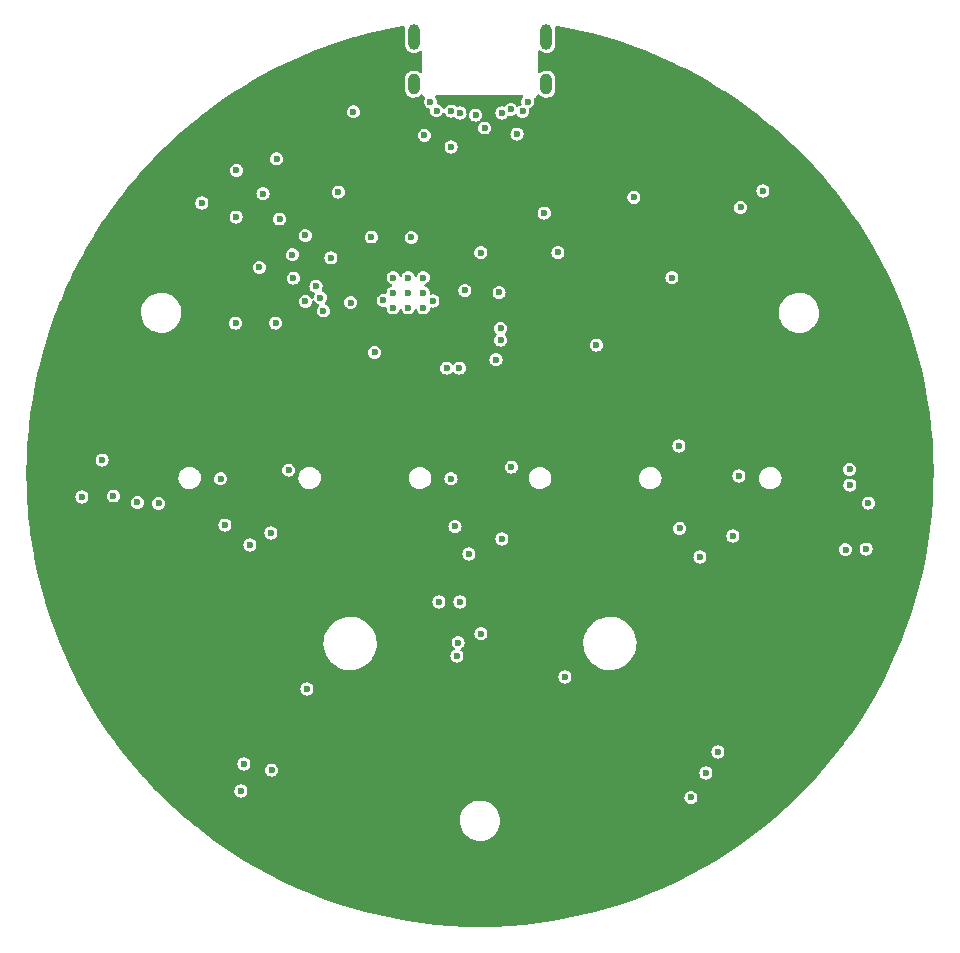
<source format=gbr>
%TF.GenerationSoftware,KiCad,Pcbnew,(7.0.0-0)*%
%TF.CreationDate,2023-03-14T21:41:36-05:00*%
%TF.ProjectId,RP2040_minimal,52503230-3430-45f6-9d69-6e696d616c2e,REV1*%
%TF.SameCoordinates,Original*%
%TF.FileFunction,Copper,L3,Inr*%
%TF.FilePolarity,Positive*%
%FSLAX46Y46*%
G04 Gerber Fmt 4.6, Leading zero omitted, Abs format (unit mm)*
G04 Created by KiCad (PCBNEW (7.0.0-0)) date 2023-03-14 21:41:36*
%MOMM*%
%LPD*%
G01*
G04 APERTURE LIST*
%TA.AperFunction,ComponentPad*%
%ADD10C,0.600000*%
%TD*%
%TA.AperFunction,ComponentPad*%
%ADD11O,1.000000X1.800000*%
%TD*%
%TA.AperFunction,ComponentPad*%
%ADD12O,1.000000X2.200000*%
%TD*%
%TA.AperFunction,ViaPad*%
%ADD13C,0.600000*%
%TD*%
G04 APERTURE END LIST*
D10*
%TO.N,GND*%
%TO.C,U5*%
X-4810000Y16960000D03*
X-6085000Y16960000D03*
X-7360000Y16960000D03*
X-4810000Y15685000D03*
X-6085000Y15685000D03*
X-7360000Y15685000D03*
X-4810000Y14410000D03*
X-6085000Y14410000D03*
X-7360000Y14410000D03*
%TD*%
D11*
%TO.N,N/C*%
%TO.C,P1*%
X5619999Y33349999D03*
D12*
X5619999Y37349999D03*
D11*
X-5619999Y33349999D03*
D12*
X-5619999Y37349999D03*
%TD*%
D13*
%TO.N,+3V3*%
X19810000Y19220000D03*
X-13760000Y30880000D03*
%TO.N,+5V*%
X-27220000Y-2130000D03*
X-29010000Y-2060000D03*
%TO.N,+3V3*%
X-3930000Y13280000D03*
X-7090000Y13400000D03*
X11795000Y10430000D03*
X170000Y16440000D03*
X15990000Y940000D03*
X-16810000Y-1810000D03*
X2690000Y-1690000D03*
X-13700000Y13270000D03*
X-7120000Y9830000D03*
X-3620000Y10970000D03*
X0Y10940000D03*
X-7300000Y21220000D03*
X-4110000Y21140000D03*
X9907500Y20562500D03*
X9907500Y17760000D03*
X11980000Y22180000D03*
X10500000Y22200000D03*
X12440000Y16080000D03*
X11010000Y16140000D03*
X-5940000Y30700000D03*
%TO.N,GND*%
X-13885000Y16247500D03*
X-18692519Y17834000D03*
X-15806838Y16932500D03*
X-20655000Y22097500D03*
X-16962519Y21946500D03*
X-17292519Y13134000D03*
X-5817500Y20372500D03*
X9846000Y11270000D03*
X-8927500Y10647500D03*
X-12622019Y18645000D03*
X-1753648Y9316824D03*
X3616250Y31053750D03*
X-9207500Y20422500D03*
X-16190000Y670000D03*
X13025000Y23780000D03*
X4050000Y31860000D03*
X-4191881Y31851995D03*
X-17210000Y27030000D03*
X1755000Y11682500D03*
X-3680000Y31100000D03*
X-4720000Y29030000D03*
X-2460000Y-60000D03*
X-14781019Y14962000D03*
X-13521990Y15279006D03*
X5433234Y22446766D03*
X-2450000Y28030000D03*
X-20695000Y13134000D03*
X16840000Y2718000D03*
X1742500Y12672500D03*
X2660000Y930000D03*
X6594375Y19100000D03*
X21920000Y178000D03*
X-2830000Y9306824D03*
X-21950000Y-60000D03*
X-14792519Y20550000D03*
X16250000Y16980000D03*
X1615000Y15735000D03*
X-11995331Y24217169D03*
X3134000Y29124000D03*
X70000Y19080000D03*
X-13260000Y14158000D03*
X1355000Y10027500D03*
X-15886838Y18912500D03*
%TO.N,VBUS*%
X2606789Y31209297D03*
X-2433180Y31076713D03*
%TO.N,+1V1*%
X-1284994Y15885000D03*
X-3985000Y14995000D03*
X-10940000Y14860000D03*
X-8195000Y15047500D03*
%TO.N,Net-(D6-DOUT)*%
X23952000Y24308000D03*
X31284502Y749500D03*
%TO.N,/USB_D-*%
X-375500Y30741234D03*
X405000Y29645000D03*
%TO.N,LED_D_5V*%
X-20640000Y26060000D03*
%TO.N,+5V*%
X32690000Y-6010000D03*
X30950000Y-6050000D03*
X16903000Y-4257000D03*
X-17630000Y-24730000D03*
X-31040000Y-1510000D03*
X-21600000Y-3980000D03*
X-2120000Y-4090000D03*
X22061483Y22911483D03*
X32870000Y-2108000D03*
X17856000Y-27040000D03*
X-18370000Y24090000D03*
X-1850000Y-13930000D03*
%TO.N,Net-(D1-DOUT)*%
X-23546000Y23292000D03*
X-32000000Y1520000D03*
%TO.N,Net-(D2-DOUT)*%
X-33706000Y-1600000D03*
X-19990000Y-24206000D03*
%TO.N,Net-(D3-DOUT)*%
X-20244000Y-26492000D03*
X-1956000Y-15062000D03*
%TO.N,Net-(D4-DOUT)*%
X76000Y-13166000D03*
X-19482000Y-5664000D03*
%TO.N,Net-(D5-DOUT)*%
X31318000Y-584000D03*
X20142000Y-23190000D03*
%TO.N,Net-(P1-CC1)*%
X1854000Y30912000D03*
%TO.N,Net-(P1-CC2)*%
X-1702000Y30912000D03*
%TO.N,GPIO18*%
X-14656000Y-17856000D03*
%TO.N,GPIO19*%
X-1702000Y-10490000D03*
X7188000Y-16840000D03*
X-3480000Y-10490000D03*
%TO.N,Net-(D8-DOUT)*%
X-17704000Y-4648000D03*
X-940000Y-6426000D03*
%TO.N,Net-(D10-DIN)*%
X1854000Y-5156000D03*
X18618000Y-6680000D03*
%TO.N,Net-(D10-DOUT)*%
X21412000Y-4902000D03*
X19126000Y-24968000D03*
%TO.N,Net-(R9-Pad1)*%
X-10730000Y31010000D03*
%TD*%
%TA.AperFunction,Conductor*%
%TO.N,+3V3*%
G36*
X7027756Y38178493D02*
G01*
X7031662Y38177766D01*
X8237787Y37933178D01*
X8241642Y37932332D01*
X9439322Y37649092D01*
X9443115Y37648131D01*
X10631082Y37326540D01*
X10634871Y37325449D01*
X11811905Y36965836D01*
X11815633Y36964631D01*
X12980488Y36567375D01*
X12984185Y36566047D01*
X14135642Y36131565D01*
X14139323Y36130108D01*
X15276268Y35658821D01*
X15279848Y35657268D01*
X16401007Y35149702D01*
X16404578Y35148016D01*
X16860135Y34923865D01*
X17508852Y34604672D01*
X17512391Y34602859D01*
X18598625Y34024306D01*
X18602038Y34022418D01*
X19669136Y33409235D01*
X19672533Y33407211D01*
X20640736Y32808660D01*
X20719367Y32760050D01*
X20722718Y32757902D01*
X21748164Y32077459D01*
X21751406Y32075232D01*
X22754477Y31362161D01*
X22757678Y31359808D01*
X23737338Y30614844D01*
X23740401Y30612436D01*
X24589444Y29922625D01*
X24695597Y29836380D01*
X24698645Y29833821D01*
X25556585Y29089750D01*
X25628377Y29027487D01*
X25631334Y29024838D01*
X26414614Y28300115D01*
X26534654Y28189050D01*
X26537523Y28186310D01*
X26983812Y27745929D01*
X27413543Y27321887D01*
X27416335Y27319042D01*
X28264106Y26426922D01*
X28266805Y26423988D01*
X29085423Y25505125D01*
X29088027Y25502107D01*
X29712098Y24754561D01*
X29862858Y24573972D01*
X29876735Y24557350D01*
X29879237Y24554252D01*
X30020081Y24374072D01*
X30637156Y23584652D01*
X30639545Y23581492D01*
X31365943Y22587983D01*
X31368217Y22584764D01*
X31437105Y22483892D01*
X32062256Y21568493D01*
X32064451Y21565166D01*
X32725487Y20527080D01*
X32727574Y20523683D01*
X33354893Y19464901D01*
X33356869Y19461440D01*
X33949818Y18383069D01*
X33951683Y18379546D01*
X34509693Y17282616D01*
X34511443Y17279034D01*
X35033890Y16164770D01*
X35035524Y16161134D01*
X35521890Y15030648D01*
X35523406Y15026962D01*
X35973185Y13881422D01*
X35974582Y13877688D01*
X36387306Y12718291D01*
X36388582Y12714515D01*
X36763827Y11542450D01*
X36764981Y11538635D01*
X37102361Y10355113D01*
X37103392Y10351262D01*
X37402552Y9157524D01*
X37403459Y9153643D01*
X37664098Y7950892D01*
X37664880Y7946983D01*
X37886731Y6736445D01*
X37887386Y6732513D01*
X38070205Y5515521D01*
X38070734Y5511570D01*
X38214348Y4289286D01*
X38214749Y4285320D01*
X38318997Y3059094D01*
X38319271Y3055117D01*
X38384053Y1826153D01*
X38384199Y1822170D01*
X38409446Y591762D01*
X38409464Y587776D01*
X38395150Y-642837D01*
X38395039Y-646822D01*
X38341180Y-1876281D01*
X38340942Y-1880260D01*
X38247590Y-3107392D01*
X38247224Y-3111361D01*
X38114477Y-4334868D01*
X38113983Y-4338824D01*
X37941979Y-5557422D01*
X37941358Y-5561359D01*
X37730285Y-6773749D01*
X37729539Y-6777665D01*
X37479591Y-7982709D01*
X37478719Y-7986598D01*
X37190172Y-9182969D01*
X37189175Y-9186829D01*
X36862319Y-10373322D01*
X36861198Y-10377147D01*
X36496396Y-11552454D01*
X36495154Y-11556242D01*
X36092734Y-12719298D01*
X36091370Y-12723043D01*
X35651798Y-13872502D01*
X35650315Y-13876202D01*
X35174003Y-15010991D01*
X35172401Y-15014641D01*
X34659880Y-16133491D01*
X34658162Y-16137088D01*
X34109932Y-17238908D01*
X34108099Y-17242448D01*
X33524736Y-18326079D01*
X33522790Y-18329558D01*
X32904917Y-19393848D01*
X32902861Y-19397263D01*
X32251078Y-20441175D01*
X32248913Y-20444522D01*
X31563905Y-21466959D01*
X31561633Y-21470234D01*
X30844140Y-22470090D01*
X30841764Y-22473291D01*
X30092504Y-23449568D01*
X30090027Y-23452691D01*
X29309741Y-24404423D01*
X29307164Y-24407464D01*
X28496740Y-25333566D01*
X28494067Y-25336524D01*
X27654256Y-26236141D01*
X27651490Y-26239010D01*
X26783214Y-27111153D01*
X26780356Y-27113933D01*
X25884494Y-27957718D01*
X25881549Y-27960404D01*
X24959024Y-28774962D01*
X24955994Y-28777552D01*
X24007757Y-29562043D01*
X24004645Y-29564534D01*
X23031706Y-30318124D01*
X23028516Y-30320514D01*
X22031841Y-31042453D01*
X22028576Y-31044739D01*
X21009214Y-31734268D01*
X21005877Y-31736448D01*
X19964880Y-32392857D01*
X19961474Y-32394929D01*
X18899916Y-33017538D01*
X18896446Y-33019499D01*
X17815403Y-33607677D01*
X17811871Y-33609525D01*
X16712521Y-34162631D01*
X16708932Y-34164365D01*
X15592359Y-34681858D01*
X15588716Y-34683476D01*
X14456070Y-35164818D01*
X14452377Y-35166318D01*
X13304856Y-35611002D01*
X13301116Y-35612382D01*
X12139914Y-36019946D01*
X12136132Y-36021206D01*
X10962392Y-36391247D01*
X10958572Y-36392384D01*
X9773570Y-36724500D01*
X9769715Y-36725514D01*
X8574654Y-37019369D01*
X8570768Y-37020259D01*
X7366853Y-37275555D01*
X7362941Y-37276319D01*
X6151461Y-37492785D01*
X6147526Y-37493423D01*
X4929707Y-37670838D01*
X4925754Y-37671349D01*
X3702874Y-37809527D01*
X3698906Y-37809911D01*
X2472201Y-37908714D01*
X2468223Y-37908970D01*
X1238984Y-37968292D01*
X1235000Y-37968420D01*
X4493Y-37988200D01*
X507Y-37988200D01*
X-1230001Y-37968420D01*
X-1233985Y-37968292D01*
X-2463224Y-37908970D01*
X-2467202Y-37908714D01*
X-3693907Y-37809911D01*
X-3697875Y-37809527D01*
X-4920755Y-37671349D01*
X-4924708Y-37670838D01*
X-6142527Y-37493423D01*
X-6146462Y-37492785D01*
X-7357942Y-37276319D01*
X-7361854Y-37275555D01*
X-8565769Y-37020259D01*
X-8569655Y-37019369D01*
X-9764716Y-36725514D01*
X-9768571Y-36724500D01*
X-10361072Y-36558442D01*
X-10953576Y-36392383D01*
X-10957393Y-36391247D01*
X-12131133Y-36021206D01*
X-12134915Y-36019946D01*
X-13296117Y-35612382D01*
X-13299833Y-35611011D01*
X-14447382Y-35166316D01*
X-14451071Y-35164818D01*
X-15583717Y-34683476D01*
X-15587360Y-34681858D01*
X-16703933Y-34164365D01*
X-16707522Y-34162631D01*
X-17806872Y-33609525D01*
X-17810404Y-33607677D01*
X-18891447Y-33019499D01*
X-18894917Y-33017538D01*
X-19956475Y-32394929D01*
X-19959881Y-32392857D01*
X-21000878Y-31736448D01*
X-21004215Y-31734268D01*
X-22023577Y-31044739D01*
X-22026842Y-31042453D01*
X-22498926Y-30700500D01*
X-23023539Y-30320498D01*
X-23026685Y-30318140D01*
X-23999651Y-29564530D01*
X-24002758Y-29562043D01*
X-24130445Y-29456406D01*
X-24761076Y-28934675D01*
X-1704252Y-28934675D01*
X-1704071Y-28939423D01*
X-1704070Y-28939423D01*
X-1694434Y-29190842D01*
X-1694433Y-29190853D01*
X-1694251Y-29195593D01*
X-1693349Y-29200248D01*
X-1693347Y-29200258D01*
X-1669210Y-29324713D01*
X-1644538Y-29451927D01*
X-1642933Y-29456398D01*
X-1642930Y-29456406D01*
X-1557889Y-29693187D01*
X-1557886Y-29693194D01*
X-1556279Y-29697668D01*
X-1431541Y-29927057D01*
X-1273250Y-30134716D01*
X-1085114Y-30315778D01*
X-871544Y-30465999D01*
X-750391Y-30525986D01*
X-641805Y-30579751D01*
X-641802Y-30579752D01*
X-637547Y-30581859D01*
X-388605Y-30660641D01*
X-130555Y-30700500D01*
X62798Y-30700500D01*
X65177Y-30700500D01*
X260344Y-30685516D01*
X514586Y-30626021D01*
X756766Y-30528414D01*
X981208Y-30394982D01*
X1182652Y-30228852D01*
X1356375Y-30033920D01*
X1498306Y-29814753D01*
X1605118Y-29576489D01*
X1674307Y-29324713D01*
X1704252Y-29065325D01*
X1694251Y-28804407D01*
X1644538Y-28548073D01*
X1556279Y-28302332D01*
X1431541Y-28072943D01*
X1273250Y-27865284D01*
X1085114Y-27684222D01*
X871544Y-27534001D01*
X810772Y-27503911D01*
X641804Y-27420248D01*
X641795Y-27420244D01*
X637547Y-27418141D01*
X633021Y-27416708D01*
X633017Y-27416707D01*
X393131Y-27340791D01*
X393126Y-27340790D01*
X388605Y-27339359D01*
X383925Y-27338636D01*
X383916Y-27338634D01*
X135245Y-27300224D01*
X135239Y-27300223D01*
X130555Y-27299500D01*
X-65177Y-27299500D01*
X-67544Y-27299681D01*
X-67552Y-27299682D01*
X-255599Y-27314119D01*
X-255609Y-27314120D01*
X-260344Y-27314484D01*
X-264972Y-27315566D01*
X-264979Y-27315568D01*
X-509951Y-27372894D01*
X-509956Y-27372895D01*
X-514586Y-27373979D01*
X-519001Y-27375758D01*
X-519003Y-27375759D01*
X-752356Y-27469808D01*
X-752363Y-27469811D01*
X-756766Y-27471586D01*
X-760841Y-27474008D01*
X-760850Y-27474013D01*
X-977121Y-27602587D01*
X-977133Y-27602595D01*
X-981208Y-27605018D01*
X-984868Y-27608036D01*
X-984876Y-27608042D01*
X-1178982Y-27768121D01*
X-1182652Y-27771148D01*
X-1185815Y-27774696D01*
X-1185818Y-27774700D01*
X-1353210Y-27962527D01*
X-1353219Y-27962538D01*
X-1356375Y-27966080D01*
X-1358956Y-27970065D01*
X-1358964Y-27970076D01*
X-1495718Y-28181249D01*
X-1495724Y-28181259D01*
X-1498306Y-28185247D01*
X-1500251Y-28189584D01*
X-1500254Y-28189591D01*
X-1603175Y-28419175D01*
X-1603179Y-28419183D01*
X-1605118Y-28423511D01*
X-1606375Y-28428082D01*
X-1606378Y-28428093D01*
X-1673048Y-28670702D01*
X-1673051Y-28670714D01*
X-1674307Y-28675287D01*
X-1674852Y-28680003D01*
X-1674852Y-28680006D01*
X-1703708Y-28929955D01*
X-1703709Y-28929966D01*
X-1704252Y-28934675D01*
X-24761076Y-28934675D01*
X-24950995Y-28777552D01*
X-24954025Y-28774962D01*
X-25118418Y-28629809D01*
X-25876564Y-27960392D01*
X-25879495Y-27957718D01*
X-25973620Y-27869065D01*
X-26775365Y-27113925D01*
X-26778215Y-27111153D01*
X-26841835Y-27047250D01*
X-27379906Y-26506782D01*
X-27394622Y-26492000D01*
X-20799250Y-26492000D01*
X-20798189Y-26500059D01*
X-20790821Y-26556028D01*
X-20780330Y-26635709D01*
X-20777219Y-26643220D01*
X-20777218Y-26643223D01*
X-20772828Y-26653821D01*
X-20724861Y-26769625D01*
X-20636621Y-26884621D01*
X-20521625Y-26972861D01*
X-20387709Y-27028330D01*
X-20244000Y-27047250D01*
X-20188932Y-27040000D01*
X17300750Y-27040000D01*
X17301811Y-27048059D01*
X17310483Y-27113933D01*
X17319670Y-27183709D01*
X17375139Y-27317625D01*
X17380084Y-27324069D01*
X17380085Y-27324071D01*
X17418381Y-27373979D01*
X17463379Y-27432621D01*
X17578375Y-27520861D01*
X17712291Y-27576330D01*
X17856000Y-27595250D01*
X17999709Y-27576330D01*
X18133625Y-27520861D01*
X18248621Y-27432621D01*
X18336861Y-27317625D01*
X18392330Y-27183709D01*
X18411250Y-27040000D01*
X18392330Y-26896291D01*
X18336861Y-26762375D01*
X18248621Y-26647379D01*
X18242178Y-26642435D01*
X18140071Y-26564085D01*
X18140069Y-26564084D01*
X18133625Y-26559139D01*
X18097592Y-26544214D01*
X18007223Y-26506782D01*
X18007220Y-26506781D01*
X17999709Y-26503670D01*
X17991649Y-26502608D01*
X17991646Y-26502608D01*
X17864059Y-26485811D01*
X17856000Y-26484750D01*
X17847941Y-26485811D01*
X17720353Y-26502608D01*
X17720348Y-26502609D01*
X17712291Y-26503670D01*
X17704781Y-26506780D01*
X17704776Y-26506782D01*
X17585885Y-26556028D01*
X17585883Y-26556029D01*
X17578375Y-26559139D01*
X17571933Y-26564082D01*
X17571928Y-26564085D01*
X17469821Y-26642435D01*
X17469817Y-26642438D01*
X17463379Y-26647379D01*
X17458438Y-26653817D01*
X17458435Y-26653821D01*
X17380085Y-26755928D01*
X17380082Y-26755933D01*
X17375139Y-26762375D01*
X17372029Y-26769883D01*
X17372028Y-26769885D01*
X17322782Y-26888776D01*
X17322780Y-26888781D01*
X17319670Y-26896291D01*
X17318609Y-26904348D01*
X17318608Y-26904353D01*
X17302696Y-27025217D01*
X17300750Y-27040000D01*
X-20188932Y-27040000D01*
X-20100291Y-27028330D01*
X-19966375Y-26972861D01*
X-19851379Y-26884621D01*
X-19763139Y-26769625D01*
X-19707670Y-26635709D01*
X-19688750Y-26492000D01*
X-19707670Y-26348291D01*
X-19763139Y-26214375D01*
X-19851379Y-26099379D01*
X-19966375Y-26011139D01*
X-20002408Y-25996214D01*
X-20092777Y-25958782D01*
X-20092780Y-25958781D01*
X-20100291Y-25955670D01*
X-20108351Y-25954608D01*
X-20108354Y-25954608D01*
X-20235941Y-25937811D01*
X-20244000Y-25936750D01*
X-20252059Y-25937811D01*
X-20379647Y-25954608D01*
X-20379652Y-25954609D01*
X-20387709Y-25955670D01*
X-20395219Y-25958780D01*
X-20395224Y-25958782D01*
X-20514115Y-26008028D01*
X-20514117Y-26008029D01*
X-20521625Y-26011139D01*
X-20528067Y-26016082D01*
X-20528072Y-26016085D01*
X-20630179Y-26094435D01*
X-20630183Y-26094438D01*
X-20636621Y-26099379D01*
X-20641562Y-26105817D01*
X-20641565Y-26105821D01*
X-20719915Y-26207928D01*
X-20719918Y-26207933D01*
X-20724861Y-26214375D01*
X-20727971Y-26221883D01*
X-20727972Y-26221885D01*
X-20777218Y-26340776D01*
X-20777220Y-26340781D01*
X-20780330Y-26348291D01*
X-20781391Y-26356348D01*
X-20781392Y-26356353D01*
X-20793495Y-26448285D01*
X-20799250Y-26492000D01*
X-27394622Y-26492000D01*
X-27646491Y-26239010D01*
X-27649257Y-26236141D01*
X-28489068Y-25336524D01*
X-28491741Y-25333566D01*
X-28603448Y-25205914D01*
X-29302181Y-24407445D01*
X-29304726Y-24404442D01*
X-29467421Y-24206000D01*
X-20545250Y-24206000D01*
X-20544189Y-24214059D01*
X-20527954Y-24337379D01*
X-20526330Y-24349709D01*
X-20523219Y-24357220D01*
X-20523218Y-24357223D01*
X-20492821Y-24430608D01*
X-20470861Y-24483625D01*
X-20465916Y-24490069D01*
X-20465915Y-24490071D01*
X-20404249Y-24570435D01*
X-20382621Y-24598621D01*
X-20267625Y-24686861D01*
X-20133709Y-24742330D01*
X-19990000Y-24761250D01*
X-19846291Y-24742330D01*
X-19816523Y-24730000D01*
X-18185250Y-24730000D01*
X-18184189Y-24738059D01*
X-18181276Y-24760189D01*
X-18166330Y-24873709D01*
X-18110861Y-25007625D01*
X-18022621Y-25122621D01*
X-17907625Y-25210861D01*
X-17773709Y-25266330D01*
X-17630000Y-25285250D01*
X-17486291Y-25266330D01*
X-17352375Y-25210861D01*
X-17237379Y-25122621D01*
X-17149139Y-25007625D01*
X-17132726Y-24968000D01*
X18570750Y-24968000D01*
X18589670Y-25111709D01*
X18592781Y-25119220D01*
X18592782Y-25119223D01*
X18596237Y-25127564D01*
X18645139Y-25245625D01*
X18650084Y-25252069D01*
X18650085Y-25252071D01*
X18661841Y-25267391D01*
X18733379Y-25360621D01*
X18848375Y-25448861D01*
X18982291Y-25504330D01*
X19126000Y-25523250D01*
X19269709Y-25504330D01*
X19403625Y-25448861D01*
X19518621Y-25360621D01*
X19606861Y-25245625D01*
X19662330Y-25111709D01*
X19681250Y-24968000D01*
X19662330Y-24824291D01*
X19606861Y-24690375D01*
X19518621Y-24575379D01*
X19403625Y-24487139D01*
X19319696Y-24452375D01*
X19277223Y-24434782D01*
X19277220Y-24434781D01*
X19269709Y-24431670D01*
X19261649Y-24430608D01*
X19261646Y-24430608D01*
X19134059Y-24413811D01*
X19126000Y-24412750D01*
X19117941Y-24413811D01*
X18990353Y-24430608D01*
X18990348Y-24430609D01*
X18982291Y-24431670D01*
X18974781Y-24434780D01*
X18974776Y-24434782D01*
X18855885Y-24484028D01*
X18855883Y-24484029D01*
X18848375Y-24487139D01*
X18841933Y-24492082D01*
X18841928Y-24492085D01*
X18739821Y-24570435D01*
X18739817Y-24570438D01*
X18733379Y-24575379D01*
X18728438Y-24581817D01*
X18728435Y-24581821D01*
X18650085Y-24683928D01*
X18650082Y-24683933D01*
X18645139Y-24690375D01*
X18642029Y-24697883D01*
X18642028Y-24697885D01*
X18592782Y-24816776D01*
X18592780Y-24816781D01*
X18589670Y-24824291D01*
X18588609Y-24832348D01*
X18588608Y-24832353D01*
X18571811Y-24959941D01*
X18570750Y-24968000D01*
X-17132726Y-24968000D01*
X-17093670Y-24873709D01*
X-17074750Y-24730000D01*
X-17093670Y-24586291D01*
X-17149139Y-24452375D01*
X-17237379Y-24337379D01*
X-17352375Y-24249139D01*
X-17388408Y-24234214D01*
X-17478777Y-24196782D01*
X-17478780Y-24196781D01*
X-17486291Y-24193670D01*
X-17494351Y-24192608D01*
X-17494354Y-24192608D01*
X-17621941Y-24175811D01*
X-17630000Y-24174750D01*
X-17638059Y-24175811D01*
X-17765647Y-24192608D01*
X-17765652Y-24192609D01*
X-17773709Y-24193670D01*
X-17781219Y-24196780D01*
X-17781224Y-24196782D01*
X-17900115Y-24246028D01*
X-17900117Y-24246029D01*
X-17907625Y-24249139D01*
X-17914067Y-24254082D01*
X-17914072Y-24254085D01*
X-18016179Y-24332435D01*
X-18016183Y-24332438D01*
X-18022621Y-24337379D01*
X-18027562Y-24343817D01*
X-18027565Y-24343821D01*
X-18105915Y-24445928D01*
X-18105918Y-24445933D01*
X-18110861Y-24452375D01*
X-18113971Y-24459883D01*
X-18113972Y-24459885D01*
X-18163218Y-24578776D01*
X-18163220Y-24578781D01*
X-18166330Y-24586291D01*
X-18167391Y-24594348D01*
X-18167392Y-24594353D01*
X-18179571Y-24686861D01*
X-18185250Y-24730000D01*
X-19816523Y-24730000D01*
X-19712375Y-24686861D01*
X-19597379Y-24598621D01*
X-19509139Y-24483625D01*
X-19453670Y-24349709D01*
X-19434750Y-24206000D01*
X-19453670Y-24062291D01*
X-19509139Y-23928375D01*
X-19597379Y-23813379D01*
X-19686166Y-23745250D01*
X-19705929Y-23730085D01*
X-19705931Y-23730084D01*
X-19712375Y-23725139D01*
X-19748408Y-23710214D01*
X-19838777Y-23672782D01*
X-19838780Y-23672781D01*
X-19846291Y-23669670D01*
X-19854351Y-23668608D01*
X-19854354Y-23668608D01*
X-19981941Y-23651811D01*
X-19990000Y-23650750D01*
X-19998059Y-23651811D01*
X-20125647Y-23668608D01*
X-20125652Y-23668609D01*
X-20133709Y-23669670D01*
X-20141219Y-23672780D01*
X-20141224Y-23672782D01*
X-20260115Y-23722028D01*
X-20260117Y-23722029D01*
X-20267625Y-23725139D01*
X-20274067Y-23730082D01*
X-20274072Y-23730085D01*
X-20376179Y-23808435D01*
X-20376183Y-23808438D01*
X-20382621Y-23813379D01*
X-20387562Y-23819817D01*
X-20387565Y-23819821D01*
X-20465915Y-23921928D01*
X-20465918Y-23921933D01*
X-20470861Y-23928375D01*
X-20473971Y-23935883D01*
X-20473972Y-23935885D01*
X-20523218Y-24054776D01*
X-20523220Y-24054781D01*
X-20526330Y-24062291D01*
X-20527391Y-24070348D01*
X-20527392Y-24070353D01*
X-20543487Y-24192608D01*
X-20545250Y-24206000D01*
X-29467421Y-24206000D01*
X-29903610Y-23673971D01*
X-30085028Y-23452691D01*
X-30087505Y-23449568D01*
X-30286715Y-23190000D01*
X19586750Y-23190000D01*
X19605670Y-23333709D01*
X19661139Y-23467625D01*
X19749379Y-23582621D01*
X19864375Y-23670861D01*
X19998291Y-23726330D01*
X20142000Y-23745250D01*
X20285709Y-23726330D01*
X20419625Y-23670861D01*
X20534621Y-23582621D01*
X20622861Y-23467625D01*
X20678330Y-23333709D01*
X20697250Y-23190000D01*
X20678330Y-23046291D01*
X20622861Y-22912375D01*
X20534621Y-22797379D01*
X20419625Y-22709139D01*
X20383592Y-22694214D01*
X20293223Y-22656782D01*
X20293220Y-22656781D01*
X20285709Y-22653670D01*
X20277649Y-22652608D01*
X20277646Y-22652608D01*
X20150059Y-22635811D01*
X20142000Y-22634750D01*
X20133941Y-22635811D01*
X20006353Y-22652608D01*
X20006348Y-22652609D01*
X19998291Y-22653670D01*
X19990781Y-22656780D01*
X19990776Y-22656782D01*
X19871885Y-22706028D01*
X19871883Y-22706029D01*
X19864375Y-22709139D01*
X19857933Y-22714082D01*
X19857928Y-22714085D01*
X19755821Y-22792435D01*
X19755817Y-22792438D01*
X19749379Y-22797379D01*
X19744438Y-22803817D01*
X19744435Y-22803821D01*
X19666085Y-22905928D01*
X19666082Y-22905933D01*
X19661139Y-22912375D01*
X19658029Y-22919883D01*
X19658028Y-22919885D01*
X19608782Y-23038776D01*
X19608780Y-23038781D01*
X19605670Y-23046291D01*
X19604609Y-23054348D01*
X19604608Y-23054353D01*
X19587811Y-23181941D01*
X19586750Y-23190000D01*
X-30286715Y-23190000D01*
X-30836765Y-22473291D01*
X-30839141Y-22470090D01*
X-30919826Y-22357652D01*
X-31556651Y-21470210D01*
X-31558890Y-21466982D01*
X-32243914Y-20444522D01*
X-32246079Y-20441175D01*
X-32897862Y-19397263D01*
X-32899918Y-19393848D01*
X-33440873Y-18462049D01*
X-33517805Y-18329533D01*
X-33519724Y-18326103D01*
X-33772800Y-17856000D01*
X-15211250Y-17856000D01*
X-15192330Y-17999709D01*
X-15136861Y-18133625D01*
X-15048621Y-18248621D01*
X-14933625Y-18336861D01*
X-14799709Y-18392330D01*
X-14656000Y-18411250D01*
X-14512291Y-18392330D01*
X-14378375Y-18336861D01*
X-14263379Y-18248621D01*
X-14175139Y-18133625D01*
X-14119670Y-17999709D01*
X-14100750Y-17856000D01*
X-14119670Y-17712291D01*
X-14175139Y-17578375D01*
X-14263379Y-17463379D01*
X-14352166Y-17395250D01*
X-14371929Y-17380085D01*
X-14371931Y-17380084D01*
X-14378375Y-17375139D01*
X-14414408Y-17360214D01*
X-14504777Y-17322782D01*
X-14504780Y-17322781D01*
X-14512291Y-17319670D01*
X-14520351Y-17318608D01*
X-14520354Y-17318608D01*
X-14647941Y-17301811D01*
X-14656000Y-17300750D01*
X-14664059Y-17301811D01*
X-14791647Y-17318608D01*
X-14791652Y-17318609D01*
X-14799709Y-17319670D01*
X-14807219Y-17322780D01*
X-14807224Y-17322782D01*
X-14926115Y-17372028D01*
X-14926117Y-17372029D01*
X-14933625Y-17375139D01*
X-14940067Y-17380082D01*
X-14940072Y-17380085D01*
X-15042179Y-17458435D01*
X-15042183Y-17458438D01*
X-15048621Y-17463379D01*
X-15053562Y-17469817D01*
X-15053565Y-17469821D01*
X-15131915Y-17571928D01*
X-15131918Y-17571933D01*
X-15136861Y-17578375D01*
X-15139971Y-17585883D01*
X-15139972Y-17585885D01*
X-15189218Y-17704776D01*
X-15189220Y-17704781D01*
X-15192330Y-17712291D01*
X-15193391Y-17720348D01*
X-15193392Y-17720353D01*
X-15210189Y-17847941D01*
X-15211250Y-17856000D01*
X-33772800Y-17856000D01*
X-34103109Y-17242432D01*
X-34104933Y-17238908D01*
X-34303417Y-16840000D01*
X6632750Y-16840000D01*
X6651670Y-16983709D01*
X6707139Y-17117625D01*
X6795379Y-17232621D01*
X6910375Y-17320861D01*
X7044291Y-17376330D01*
X7188000Y-17395250D01*
X7331709Y-17376330D01*
X7465625Y-17320861D01*
X7580621Y-17232621D01*
X7668861Y-17117625D01*
X7724330Y-16983709D01*
X7743250Y-16840000D01*
X7724330Y-16696291D01*
X7668861Y-16562375D01*
X7580621Y-16447379D01*
X7465625Y-16359139D01*
X7429592Y-16344214D01*
X7339223Y-16306782D01*
X7339220Y-16306781D01*
X7331709Y-16303670D01*
X7323649Y-16302608D01*
X7323646Y-16302608D01*
X7196059Y-16285811D01*
X7188000Y-16284750D01*
X7179941Y-16285811D01*
X7052353Y-16302608D01*
X7052348Y-16302609D01*
X7044291Y-16303670D01*
X7036781Y-16306780D01*
X7036776Y-16306782D01*
X6917885Y-16356028D01*
X6917883Y-16356029D01*
X6910375Y-16359139D01*
X6903933Y-16364082D01*
X6903928Y-16364085D01*
X6801821Y-16442435D01*
X6801817Y-16442438D01*
X6795379Y-16447379D01*
X6790438Y-16453817D01*
X6790435Y-16453821D01*
X6712085Y-16555928D01*
X6712082Y-16555933D01*
X6707139Y-16562375D01*
X6704029Y-16569883D01*
X6704028Y-16569885D01*
X6654782Y-16688776D01*
X6654780Y-16688781D01*
X6651670Y-16696291D01*
X6650609Y-16704348D01*
X6650608Y-16704353D01*
X6633811Y-16831941D01*
X6632750Y-16840000D01*
X-34303417Y-16840000D01*
X-34653180Y-16137054D01*
X-34654865Y-16133525D01*
X-35167415Y-15014613D01*
X-35168992Y-15011020D01*
X-35561718Y-14075369D01*
X-13254277Y-14075369D01*
X-13253863Y-14079490D01*
X-13253862Y-14079501D01*
X-13224534Y-14371034D01*
X-13224533Y-14371044D01*
X-13224118Y-14375162D01*
X-13223158Y-14379193D01*
X-13223157Y-14379195D01*
X-13163432Y-14629814D01*
X-13154269Y-14668261D01*
X-13045977Y-14949434D01*
X-13043993Y-14953055D01*
X-13043987Y-14953067D01*
X-12979873Y-15070059D01*
X-12901175Y-15213665D01*
X-12898719Y-15216998D01*
X-12898716Y-15217003D01*
X-12808367Y-15339625D01*
X-12722446Y-15456238D01*
X-12512980Y-15672824D01*
X-12393263Y-15767363D01*
X-12279770Y-15856988D01*
X-12279766Y-15856990D01*
X-12276515Y-15859558D01*
X-12017270Y-16013109D01*
X-12013466Y-16014722D01*
X-12013462Y-16014724D01*
X-11908422Y-16059264D01*
X-11739872Y-16130736D01*
X-11449271Y-16210340D01*
X-11150653Y-16250500D01*
X-10926838Y-16250500D01*
X-10924756Y-16250500D01*
X-10699366Y-16235412D01*
X-10404097Y-16175396D01*
X-10119463Y-16076560D01*
X-9850541Y-15940668D01*
X-9602131Y-15770144D01*
X-9378667Y-15568032D01*
X-9184135Y-15337939D01*
X-9022007Y-15083970D01*
X-9011812Y-15062000D01*
X-2511250Y-15062000D01*
X-2510189Y-15070059D01*
X-2507899Y-15087457D01*
X-2492330Y-15205709D01*
X-2436861Y-15339625D01*
X-2348621Y-15454621D01*
X-2233625Y-15542861D01*
X-2099709Y-15598330D01*
X-1956000Y-15617250D01*
X-1812291Y-15598330D01*
X-1678375Y-15542861D01*
X-1563379Y-15454621D01*
X-1475139Y-15339625D01*
X-1419670Y-15205709D01*
X-1400750Y-15062000D01*
X-1419670Y-14918291D01*
X-1475139Y-14784375D01*
X-1563379Y-14669379D01*
X-1569822Y-14664435D01*
X-1569827Y-14664430D01*
X-1614939Y-14629814D01*
X-1654014Y-14578889D01*
X-1662391Y-14515249D01*
X-1637824Y-14455948D01*
X-1586901Y-14416877D01*
X-1572375Y-14410861D01*
X-1457379Y-14322621D01*
X-1369139Y-14207625D01*
X-1314358Y-14075369D01*
X8745723Y-14075369D01*
X8746137Y-14079490D01*
X8746138Y-14079501D01*
X8775466Y-14371034D01*
X8775467Y-14371044D01*
X8775882Y-14375162D01*
X8776842Y-14379193D01*
X8776843Y-14379195D01*
X8836568Y-14629814D01*
X8845731Y-14668261D01*
X8954023Y-14949434D01*
X8956007Y-14953055D01*
X8956013Y-14953067D01*
X9020127Y-15070059D01*
X9098825Y-15213665D01*
X9101281Y-15216998D01*
X9101284Y-15217003D01*
X9191633Y-15339625D01*
X9277554Y-15456238D01*
X9487020Y-15672824D01*
X9606737Y-15767363D01*
X9720230Y-15856988D01*
X9720234Y-15856990D01*
X9723485Y-15859558D01*
X9982730Y-16013109D01*
X9986534Y-16014722D01*
X9986538Y-16014724D01*
X10091578Y-16059264D01*
X10260128Y-16130736D01*
X10550729Y-16210340D01*
X10849347Y-16250500D01*
X11073162Y-16250500D01*
X11075244Y-16250500D01*
X11300634Y-16235412D01*
X11595903Y-16175396D01*
X11880537Y-16076560D01*
X12149459Y-15940668D01*
X12397869Y-15770144D01*
X12621333Y-15568032D01*
X12815865Y-15337939D01*
X12977993Y-15083970D01*
X13104823Y-14810658D01*
X13194093Y-14522879D01*
X13244209Y-14225770D01*
X13254277Y-13924631D01*
X13224118Y-13624838D01*
X13154269Y-13331739D01*
X13045977Y-13050566D01*
X12901175Y-12786335D01*
X12896375Y-12779821D01*
X12724906Y-12547101D01*
X12722446Y-12543762D01*
X12512980Y-12327176D01*
X12386770Y-12227509D01*
X12279769Y-12143011D01*
X12279762Y-12143006D01*
X12276515Y-12140442D01*
X12272954Y-12138332D01*
X12272947Y-12138328D01*
X12020831Y-11989000D01*
X12020828Y-11988998D01*
X12017270Y-11986891D01*
X12013471Y-11985280D01*
X12013461Y-11985275D01*
X11743681Y-11870879D01*
X11743678Y-11870878D01*
X11739872Y-11869264D01*
X11735885Y-11868172D01*
X11735877Y-11868169D01*
X11453278Y-11790757D01*
X11453269Y-11790755D01*
X11449271Y-11789660D01*
X11445164Y-11789107D01*
X11445156Y-11789106D01*
X11154754Y-11750051D01*
X11154746Y-11750050D01*
X11150653Y-11749500D01*
X10924756Y-11749500D01*
X10922682Y-11749638D01*
X10922677Y-11749639D01*
X10703498Y-11764311D01*
X10703492Y-11764311D01*
X10699366Y-11764588D01*
X10695309Y-11765412D01*
X10695306Y-11765413D01*
X10408165Y-11823777D01*
X10408162Y-11823777D01*
X10404097Y-11824604D01*
X10400183Y-11825963D01*
X10400176Y-11825965D01*
X10123375Y-11922081D01*
X10123367Y-11922084D01*
X10119463Y-11923440D01*
X10115771Y-11925305D01*
X10115763Y-11925309D01*
X9854242Y-12057461D01*
X9854232Y-12057466D01*
X9850541Y-12059332D01*
X9847130Y-12061672D01*
X9847124Y-12061677D01*
X9605548Y-12227509D01*
X9605534Y-12227519D01*
X9602131Y-12229856D01*
X9599066Y-12232627D01*
X9599056Y-12232636D01*
X9381741Y-12429187D01*
X9381735Y-12429192D01*
X9378667Y-12431968D01*
X9375998Y-12435123D01*
X9375991Y-12435132D01*
X9186810Y-12658896D01*
X9186804Y-12658903D01*
X9184135Y-12662061D01*
X9181912Y-12665542D01*
X9181904Y-12665554D01*
X9024233Y-12912542D01*
X9024229Y-12912549D01*
X9022007Y-12916030D01*
X9020267Y-12919779D01*
X9020264Y-12919785D01*
X8896922Y-13185580D01*
X8896918Y-13185589D01*
X8895177Y-13189342D01*
X8893951Y-13193291D01*
X8893949Y-13193299D01*
X8815552Y-13446028D01*
X8805907Y-13477121D01*
X8805218Y-13481199D01*
X8805218Y-13481204D01*
X8756479Y-13770150D01*
X8755791Y-13774230D01*
X8755653Y-13778353D01*
X8755652Y-13778365D01*
X8745861Y-14071222D01*
X8745861Y-14071231D01*
X8745723Y-14075369D01*
X-1314358Y-14075369D01*
X-1313670Y-14073709D01*
X-1294750Y-13930000D01*
X-1313670Y-13786291D01*
X-1369139Y-13652375D01*
X-1457379Y-13537379D01*
X-1572375Y-13449139D01*
X-1608408Y-13434214D01*
X-1698777Y-13396782D01*
X-1698780Y-13396781D01*
X-1706291Y-13393670D01*
X-1714351Y-13392608D01*
X-1714354Y-13392608D01*
X-1841941Y-13375811D01*
X-1850000Y-13374750D01*
X-1858059Y-13375811D01*
X-1985647Y-13392608D01*
X-1985652Y-13392609D01*
X-1993709Y-13393670D01*
X-2001219Y-13396780D01*
X-2001224Y-13396782D01*
X-2120115Y-13446028D01*
X-2120117Y-13446029D01*
X-2127625Y-13449139D01*
X-2134067Y-13454082D01*
X-2134072Y-13454085D01*
X-2236179Y-13532435D01*
X-2236183Y-13532438D01*
X-2242621Y-13537379D01*
X-2247562Y-13543817D01*
X-2247565Y-13543821D01*
X-2325915Y-13645928D01*
X-2325918Y-13645933D01*
X-2330861Y-13652375D01*
X-2333971Y-13659883D01*
X-2333972Y-13659885D01*
X-2383218Y-13778776D01*
X-2383220Y-13778781D01*
X-2386330Y-13786291D01*
X-2387391Y-13794348D01*
X-2387392Y-13794353D01*
X-2397680Y-13872502D01*
X-2405250Y-13930000D01*
X-2386330Y-14073709D01*
X-2330861Y-14207625D01*
X-2325916Y-14214069D01*
X-2325915Y-14214071D01*
X-2316938Y-14225770D01*
X-2242621Y-14322621D01*
X-2236179Y-14327564D01*
X-2236174Y-14327569D01*
X-2191062Y-14362185D01*
X-2151988Y-14413107D01*
X-2143610Y-14476744D01*
X-2168172Y-14536045D01*
X-2219094Y-14575120D01*
X-2226115Y-14578028D01*
X-2226117Y-14578029D01*
X-2233625Y-14581139D01*
X-2240067Y-14586082D01*
X-2240072Y-14586085D01*
X-2342179Y-14664435D01*
X-2342183Y-14664438D01*
X-2348621Y-14669379D01*
X-2353562Y-14675817D01*
X-2353565Y-14675821D01*
X-2431915Y-14777928D01*
X-2431918Y-14777933D01*
X-2436861Y-14784375D01*
X-2439971Y-14791883D01*
X-2439972Y-14791885D01*
X-2489218Y-14910776D01*
X-2489220Y-14910781D01*
X-2492330Y-14918291D01*
X-2493391Y-14926348D01*
X-2493392Y-14926353D01*
X-2504775Y-15012817D01*
X-2511250Y-15062000D01*
X-9011812Y-15062000D01*
X-8895177Y-14810658D01*
X-8805907Y-14522879D01*
X-8755791Y-14225770D01*
X-8745723Y-13924631D01*
X-8775882Y-13624838D01*
X-8845731Y-13331739D01*
X-8909564Y-13166000D01*
X-479250Y-13166000D01*
X-460330Y-13309709D01*
X-457219Y-13317220D01*
X-457218Y-13317223D01*
X-433390Y-13374750D01*
X-404861Y-13443625D01*
X-399916Y-13450069D01*
X-399915Y-13450071D01*
X-321565Y-13552178D01*
X-316621Y-13558621D01*
X-201625Y-13646861D01*
X-67709Y-13702330D01*
X76000Y-13721250D01*
X219709Y-13702330D01*
X353625Y-13646861D01*
X468621Y-13558621D01*
X556861Y-13443625D01*
X612330Y-13309709D01*
X631250Y-13166000D01*
X612330Y-13022291D01*
X556861Y-12888375D01*
X468621Y-12773379D01*
X353625Y-12685139D01*
X290268Y-12658896D01*
X227223Y-12632782D01*
X227220Y-12632781D01*
X219709Y-12629670D01*
X211649Y-12628608D01*
X211646Y-12628608D01*
X84059Y-12611811D01*
X76000Y-12610750D01*
X67941Y-12611811D01*
X-59647Y-12628608D01*
X-59652Y-12628609D01*
X-67709Y-12629670D01*
X-75219Y-12632780D01*
X-75224Y-12632782D01*
X-194115Y-12682028D01*
X-194117Y-12682029D01*
X-201625Y-12685139D01*
X-208067Y-12690082D01*
X-208072Y-12690085D01*
X-310179Y-12768435D01*
X-310183Y-12768438D01*
X-316621Y-12773379D01*
X-321562Y-12779817D01*
X-321565Y-12779821D01*
X-399915Y-12881928D01*
X-399918Y-12881933D01*
X-404861Y-12888375D01*
X-407971Y-12895883D01*
X-407972Y-12895885D01*
X-457218Y-13014776D01*
X-457220Y-13014781D01*
X-460330Y-13022291D01*
X-461391Y-13030348D01*
X-461392Y-13030353D01*
X-464053Y-13050566D01*
X-479250Y-13166000D01*
X-8909564Y-13166000D01*
X-8954023Y-13050566D01*
X-9098825Y-12786335D01*
X-9103625Y-12779821D01*
X-9275094Y-12547101D01*
X-9277554Y-12543762D01*
X-9487020Y-12327176D01*
X-9613230Y-12227509D01*
X-9720231Y-12143011D01*
X-9720238Y-12143006D01*
X-9723485Y-12140442D01*
X-9727046Y-12138332D01*
X-9727053Y-12138328D01*
X-9979169Y-11989000D01*
X-9979172Y-11988998D01*
X-9982730Y-11986891D01*
X-9986529Y-11985280D01*
X-9986539Y-11985275D01*
X-10256319Y-11870879D01*
X-10256322Y-11870878D01*
X-10260128Y-11869264D01*
X-10264115Y-11868172D01*
X-10264123Y-11868169D01*
X-10546722Y-11790757D01*
X-10546731Y-11790755D01*
X-10550729Y-11789660D01*
X-10554836Y-11789107D01*
X-10554844Y-11789106D01*
X-10845246Y-11750051D01*
X-10845254Y-11750050D01*
X-10849347Y-11749500D01*
X-11075244Y-11749500D01*
X-11077318Y-11749638D01*
X-11077323Y-11749639D01*
X-11296502Y-11764311D01*
X-11296508Y-11764311D01*
X-11300634Y-11764588D01*
X-11304691Y-11765412D01*
X-11304694Y-11765413D01*
X-11591835Y-11823777D01*
X-11591838Y-11823777D01*
X-11595903Y-11824604D01*
X-11599817Y-11825963D01*
X-11599824Y-11825965D01*
X-11876625Y-11922081D01*
X-11876633Y-11922084D01*
X-11880537Y-11923440D01*
X-11884229Y-11925305D01*
X-11884237Y-11925309D01*
X-12145758Y-12057461D01*
X-12145768Y-12057466D01*
X-12149459Y-12059332D01*
X-12152870Y-12061672D01*
X-12152876Y-12061677D01*
X-12394452Y-12227509D01*
X-12394466Y-12227519D01*
X-12397869Y-12229856D01*
X-12400934Y-12232627D01*
X-12400944Y-12232636D01*
X-12618259Y-12429187D01*
X-12618265Y-12429192D01*
X-12621333Y-12431968D01*
X-12624002Y-12435123D01*
X-12624009Y-12435132D01*
X-12813190Y-12658896D01*
X-12813196Y-12658903D01*
X-12815865Y-12662061D01*
X-12818088Y-12665542D01*
X-12818096Y-12665554D01*
X-12975767Y-12912542D01*
X-12975771Y-12912549D01*
X-12977993Y-12916030D01*
X-12979733Y-12919779D01*
X-12979736Y-12919785D01*
X-13103078Y-13185580D01*
X-13103082Y-13185589D01*
X-13104823Y-13189342D01*
X-13106049Y-13193291D01*
X-13106051Y-13193299D01*
X-13184448Y-13446028D01*
X-13194093Y-13477121D01*
X-13194782Y-13481199D01*
X-13194782Y-13481204D01*
X-13243521Y-13770150D01*
X-13244209Y-13774230D01*
X-13244347Y-13778353D01*
X-13244348Y-13778365D01*
X-13254139Y-14071222D01*
X-13254139Y-14071231D01*
X-13254277Y-14075369D01*
X-35561718Y-14075369D01*
X-35645320Y-13876192D01*
X-35646799Y-13872502D01*
X-35676684Y-13794353D01*
X-36086377Y-12723028D01*
X-36087735Y-12719298D01*
X-36490166Y-11556210D01*
X-36491387Y-11552486D01*
X-36821171Y-10490000D01*
X-4035250Y-10490000D01*
X-4016330Y-10633709D01*
X-3960861Y-10767625D01*
X-3872621Y-10882621D01*
X-3757625Y-10970861D01*
X-3623709Y-11026330D01*
X-3480000Y-11045250D01*
X-3336291Y-11026330D01*
X-3202375Y-10970861D01*
X-3087379Y-10882621D01*
X-2999139Y-10767625D01*
X-2943670Y-10633709D01*
X-2924750Y-10490000D01*
X-2257250Y-10490000D01*
X-2238330Y-10633709D01*
X-2182861Y-10767625D01*
X-2094621Y-10882621D01*
X-1979625Y-10970861D01*
X-1845709Y-11026330D01*
X-1702000Y-11045250D01*
X-1558291Y-11026330D01*
X-1424375Y-10970861D01*
X-1309379Y-10882621D01*
X-1221139Y-10767625D01*
X-1165670Y-10633709D01*
X-1146750Y-10490000D01*
X-1165670Y-10346291D01*
X-1221139Y-10212375D01*
X-1309379Y-10097379D01*
X-1424375Y-10009139D01*
X-1460408Y-9994214D01*
X-1550777Y-9956782D01*
X-1550780Y-9956781D01*
X-1558291Y-9953670D01*
X-1566351Y-9952608D01*
X-1566354Y-9952608D01*
X-1693941Y-9935811D01*
X-1702000Y-9934750D01*
X-1710059Y-9935811D01*
X-1837647Y-9952608D01*
X-1837652Y-9952609D01*
X-1845709Y-9953670D01*
X-1853219Y-9956780D01*
X-1853224Y-9956782D01*
X-1972115Y-10006028D01*
X-1972117Y-10006029D01*
X-1979625Y-10009139D01*
X-1986067Y-10014082D01*
X-1986072Y-10014085D01*
X-2088179Y-10092435D01*
X-2088183Y-10092438D01*
X-2094621Y-10097379D01*
X-2099562Y-10103817D01*
X-2099565Y-10103821D01*
X-2177915Y-10205928D01*
X-2177918Y-10205933D01*
X-2182861Y-10212375D01*
X-2185971Y-10219883D01*
X-2185972Y-10219885D01*
X-2235218Y-10338776D01*
X-2235220Y-10338781D01*
X-2238330Y-10346291D01*
X-2239391Y-10354348D01*
X-2239392Y-10354353D01*
X-2252878Y-10456791D01*
X-2257250Y-10490000D01*
X-2924750Y-10490000D01*
X-2943670Y-10346291D01*
X-2999139Y-10212375D01*
X-3087379Y-10097379D01*
X-3202375Y-10009139D01*
X-3238408Y-9994214D01*
X-3328777Y-9956782D01*
X-3328780Y-9956781D01*
X-3336291Y-9953670D01*
X-3344351Y-9952608D01*
X-3344354Y-9952608D01*
X-3471941Y-9935811D01*
X-3480000Y-9934750D01*
X-3488059Y-9935811D01*
X-3615647Y-9952608D01*
X-3615652Y-9952609D01*
X-3623709Y-9953670D01*
X-3631219Y-9956780D01*
X-3631224Y-9956782D01*
X-3750115Y-10006028D01*
X-3750117Y-10006029D01*
X-3757625Y-10009139D01*
X-3764067Y-10014082D01*
X-3764072Y-10014085D01*
X-3866179Y-10092435D01*
X-3866183Y-10092438D01*
X-3872621Y-10097379D01*
X-3877562Y-10103817D01*
X-3877565Y-10103821D01*
X-3955915Y-10205928D01*
X-3955918Y-10205933D01*
X-3960861Y-10212375D01*
X-3963971Y-10219883D01*
X-3963972Y-10219885D01*
X-4013218Y-10338776D01*
X-4013220Y-10338781D01*
X-4016330Y-10346291D01*
X-4017391Y-10354348D01*
X-4017392Y-10354353D01*
X-4030878Y-10456791D01*
X-4035250Y-10490000D01*
X-36821171Y-10490000D01*
X-36856202Y-10377140D01*
X-36857320Y-10373322D01*
X-37184181Y-9186811D01*
X-37185173Y-9182969D01*
X-37473730Y-7986557D01*
X-37474583Y-7982750D01*
X-37724548Y-6777623D01*
X-37725278Y-6773792D01*
X-37785827Y-6426000D01*
X-1495250Y-6426000D01*
X-1494189Y-6434059D01*
X-1479269Y-6547391D01*
X-1476330Y-6569709D01*
X-1473219Y-6577220D01*
X-1473218Y-6577223D01*
X-1469006Y-6587391D01*
X-1420861Y-6703625D01*
X-1415916Y-6710069D01*
X-1415915Y-6710071D01*
X-1364048Y-6777665D01*
X-1332621Y-6818621D01*
X-1217625Y-6906861D01*
X-1083709Y-6962330D01*
X-940000Y-6981250D01*
X-796291Y-6962330D01*
X-662375Y-6906861D01*
X-547379Y-6818621D01*
X-459139Y-6703625D01*
X-449353Y-6680000D01*
X18062750Y-6680000D01*
X18063811Y-6688059D01*
X18080151Y-6812178D01*
X18081670Y-6823709D01*
X18137139Y-6957625D01*
X18225379Y-7072621D01*
X18340375Y-7160861D01*
X18474291Y-7216330D01*
X18618000Y-7235250D01*
X18761709Y-7216330D01*
X18895625Y-7160861D01*
X19010621Y-7072621D01*
X19098861Y-6957625D01*
X19154330Y-6823709D01*
X19173250Y-6680000D01*
X19154330Y-6536291D01*
X19098861Y-6402375D01*
X19010621Y-6287379D01*
X18921834Y-6219250D01*
X18902071Y-6204085D01*
X18902069Y-6204084D01*
X18895625Y-6199139D01*
X18859592Y-6184214D01*
X18769223Y-6146782D01*
X18769220Y-6146781D01*
X18761709Y-6143670D01*
X18753649Y-6142608D01*
X18753646Y-6142608D01*
X18626059Y-6125811D01*
X18618000Y-6124750D01*
X18609941Y-6125811D01*
X18482353Y-6142608D01*
X18482348Y-6142609D01*
X18474291Y-6143670D01*
X18466781Y-6146780D01*
X18466776Y-6146782D01*
X18347885Y-6196028D01*
X18347883Y-6196029D01*
X18340375Y-6199139D01*
X18333933Y-6204082D01*
X18333928Y-6204085D01*
X18231821Y-6282435D01*
X18231817Y-6282438D01*
X18225379Y-6287379D01*
X18220438Y-6293817D01*
X18220435Y-6293821D01*
X18142085Y-6395928D01*
X18142082Y-6395933D01*
X18137139Y-6402375D01*
X18134029Y-6409883D01*
X18134028Y-6409885D01*
X18084782Y-6528776D01*
X18084780Y-6528781D01*
X18081670Y-6536291D01*
X18080609Y-6544348D01*
X18080608Y-6544353D01*
X18077997Y-6564189D01*
X18062750Y-6680000D01*
X-449353Y-6680000D01*
X-403670Y-6569709D01*
X-384750Y-6426000D01*
X-403670Y-6282291D01*
X-459139Y-6148375D01*
X-534625Y-6050000D01*
X30394750Y-6050000D01*
X30395811Y-6058059D01*
X30408403Y-6153709D01*
X30413670Y-6193709D01*
X30416781Y-6201220D01*
X30416782Y-6201223D01*
X30449460Y-6280114D01*
X30469139Y-6327625D01*
X30557379Y-6442621D01*
X30672375Y-6530861D01*
X30806291Y-6586330D01*
X30950000Y-6605250D01*
X31093709Y-6586330D01*
X31227625Y-6530861D01*
X31342621Y-6442621D01*
X31430861Y-6327625D01*
X31486330Y-6193709D01*
X31505250Y-6050000D01*
X31499984Y-6010000D01*
X32134750Y-6010000D01*
X32135811Y-6018059D01*
X32151853Y-6139914D01*
X32153670Y-6153709D01*
X32156781Y-6161220D01*
X32156782Y-6161223D01*
X32194214Y-6251592D01*
X32209139Y-6287625D01*
X32297379Y-6402621D01*
X32412375Y-6490861D01*
X32546291Y-6546330D01*
X32690000Y-6565250D01*
X32833709Y-6546330D01*
X32967625Y-6490861D01*
X33082621Y-6402621D01*
X33170861Y-6287625D01*
X33226330Y-6153709D01*
X33245250Y-6010000D01*
X33226330Y-5866291D01*
X33170861Y-5732375D01*
X33082621Y-5617379D01*
X33076178Y-5612435D01*
X32974071Y-5534085D01*
X32974069Y-5534084D01*
X32967625Y-5529139D01*
X32887163Y-5495811D01*
X32841223Y-5476782D01*
X32841220Y-5476781D01*
X32833709Y-5473670D01*
X32825649Y-5472608D01*
X32825646Y-5472608D01*
X32698059Y-5455811D01*
X32690000Y-5454750D01*
X32681941Y-5455811D01*
X32554353Y-5472608D01*
X32554348Y-5472609D01*
X32546291Y-5473670D01*
X32538781Y-5476780D01*
X32538776Y-5476782D01*
X32419885Y-5526028D01*
X32419883Y-5526029D01*
X32412375Y-5529139D01*
X32405933Y-5534082D01*
X32405928Y-5534085D01*
X32303821Y-5612435D01*
X32303817Y-5612438D01*
X32297379Y-5617379D01*
X32292438Y-5623817D01*
X32292435Y-5623821D01*
X32214085Y-5725928D01*
X32214082Y-5725933D01*
X32209139Y-5732375D01*
X32206029Y-5739883D01*
X32206028Y-5739885D01*
X32156782Y-5858776D01*
X32156780Y-5858781D01*
X32153670Y-5866291D01*
X32152609Y-5874348D01*
X32152608Y-5874353D01*
X32143752Y-5941625D01*
X32134750Y-6010000D01*
X31499984Y-6010000D01*
X31486330Y-5906291D01*
X31430861Y-5772375D01*
X31342621Y-5657379D01*
X31227625Y-5569139D01*
X31190023Y-5553564D01*
X31101223Y-5516782D01*
X31101220Y-5516781D01*
X31093709Y-5513670D01*
X31085649Y-5512608D01*
X31085646Y-5512608D01*
X30958059Y-5495811D01*
X30950000Y-5494750D01*
X30941941Y-5495811D01*
X30814353Y-5512608D01*
X30814348Y-5512609D01*
X30806291Y-5513670D01*
X30798781Y-5516780D01*
X30798776Y-5516782D01*
X30679885Y-5566028D01*
X30679883Y-5566029D01*
X30672375Y-5569139D01*
X30665933Y-5574082D01*
X30665928Y-5574085D01*
X30563821Y-5652435D01*
X30563817Y-5652438D01*
X30557379Y-5657379D01*
X30552438Y-5663817D01*
X30552435Y-5663821D01*
X30474085Y-5765928D01*
X30474082Y-5765933D01*
X30469139Y-5772375D01*
X30466029Y-5779883D01*
X30466028Y-5779885D01*
X30416782Y-5898776D01*
X30416780Y-5898781D01*
X30413670Y-5906291D01*
X30412609Y-5914348D01*
X30412608Y-5914353D01*
X30409018Y-5941625D01*
X30394750Y-6050000D01*
X-534625Y-6050000D01*
X-547379Y-6033379D01*
X-577847Y-6010000D01*
X-655929Y-5950085D01*
X-655931Y-5950084D01*
X-662375Y-5945139D01*
X-736700Y-5914353D01*
X-788777Y-5892782D01*
X-788780Y-5892781D01*
X-796291Y-5889670D01*
X-804351Y-5888608D01*
X-804354Y-5888608D01*
X-931941Y-5871811D01*
X-940000Y-5870750D01*
X-948059Y-5871811D01*
X-1075647Y-5888608D01*
X-1075652Y-5888609D01*
X-1083709Y-5889670D01*
X-1091219Y-5892780D01*
X-1091224Y-5892782D01*
X-1210115Y-5942028D01*
X-1210117Y-5942029D01*
X-1217625Y-5945139D01*
X-1224067Y-5950082D01*
X-1224072Y-5950085D01*
X-1326179Y-6028435D01*
X-1326183Y-6028438D01*
X-1332621Y-6033379D01*
X-1337562Y-6039817D01*
X-1337565Y-6039821D01*
X-1415915Y-6141928D01*
X-1415918Y-6141933D01*
X-1420861Y-6148375D01*
X-1423971Y-6155883D01*
X-1423972Y-6155885D01*
X-1473218Y-6274776D01*
X-1473220Y-6274781D01*
X-1476330Y-6282291D01*
X-1477391Y-6290348D01*
X-1477392Y-6290353D01*
X-1483147Y-6334071D01*
X-1495250Y-6426000D01*
X-37785827Y-6426000D01*
X-37918489Y-5664000D01*
X-20037250Y-5664000D01*
X-20036189Y-5672059D01*
X-20021994Y-5779885D01*
X-20018330Y-5807709D01*
X-20015219Y-5815220D01*
X-20015218Y-5815223D01*
X-19990726Y-5874353D01*
X-19962861Y-5941625D01*
X-19957916Y-5948069D01*
X-19957915Y-5948071D01*
X-19879565Y-6050178D01*
X-19874621Y-6056621D01*
X-19759625Y-6144861D01*
X-19625709Y-6200330D01*
X-19482000Y-6219250D01*
X-19338291Y-6200330D01*
X-19204375Y-6144861D01*
X-19089379Y-6056621D01*
X-19001139Y-5941625D01*
X-18945670Y-5807709D01*
X-18926750Y-5664000D01*
X-18945670Y-5520291D01*
X-19001139Y-5386375D01*
X-19089379Y-5271379D01*
X-19178166Y-5203250D01*
X-19197929Y-5188085D01*
X-19197931Y-5188084D01*
X-19204375Y-5183139D01*
X-19269895Y-5156000D01*
X-19330777Y-5130782D01*
X-19330780Y-5130781D01*
X-19338291Y-5127670D01*
X-19346351Y-5126608D01*
X-19346354Y-5126608D01*
X-19473941Y-5109811D01*
X-19482000Y-5108750D01*
X-19490059Y-5109811D01*
X-19617647Y-5126608D01*
X-19617652Y-5126609D01*
X-19625709Y-5127670D01*
X-19633219Y-5130780D01*
X-19633224Y-5130782D01*
X-19752115Y-5180028D01*
X-19752117Y-5180029D01*
X-19759625Y-5183139D01*
X-19766067Y-5188082D01*
X-19766072Y-5188085D01*
X-19868179Y-5266435D01*
X-19868183Y-5266438D01*
X-19874621Y-5271379D01*
X-19879562Y-5277817D01*
X-19879565Y-5277821D01*
X-19957915Y-5379928D01*
X-19957918Y-5379933D01*
X-19962861Y-5386375D01*
X-19965971Y-5393883D01*
X-19965972Y-5393885D01*
X-20015218Y-5512776D01*
X-20015220Y-5512781D01*
X-20018330Y-5520291D01*
X-20019391Y-5528348D01*
X-20019392Y-5528353D01*
X-20035727Y-5652435D01*
X-20037250Y-5664000D01*
X-37918489Y-5664000D01*
X-37926606Y-5617379D01*
X-37936359Y-5561359D01*
X-37936980Y-5557422D01*
X-38065344Y-4648000D01*
X-18259250Y-4648000D01*
X-18258189Y-4656059D01*
X-18243669Y-4766353D01*
X-18240330Y-4791709D01*
X-18237219Y-4799220D01*
X-18237218Y-4799223D01*
X-18231822Y-4812250D01*
X-18184861Y-4925625D01*
X-18179916Y-4932069D01*
X-18179915Y-4932071D01*
X-18112173Y-5020353D01*
X-18096621Y-5040621D01*
X-17981625Y-5128861D01*
X-17847709Y-5184330D01*
X-17704000Y-5203250D01*
X-17560291Y-5184330D01*
X-17491895Y-5156000D01*
X1298750Y-5156000D01*
X1299811Y-5164059D01*
X1316151Y-5288178D01*
X1317670Y-5299709D01*
X1373139Y-5433625D01*
X1378084Y-5440069D01*
X1378085Y-5440071D01*
X1444043Y-5526028D01*
X1461379Y-5548621D01*
X1576375Y-5636861D01*
X1710291Y-5692330D01*
X1854000Y-5711250D01*
X1997709Y-5692330D01*
X2131625Y-5636861D01*
X2246621Y-5548621D01*
X2334861Y-5433625D01*
X2390330Y-5299709D01*
X2409250Y-5156000D01*
X2390330Y-5012291D01*
X2344647Y-4902000D01*
X20856750Y-4902000D01*
X20857811Y-4910059D01*
X20874151Y-5034178D01*
X20875670Y-5045709D01*
X20878781Y-5053220D01*
X20878782Y-5053223D01*
X20908063Y-5123914D01*
X20931139Y-5179625D01*
X20936084Y-5186069D01*
X20936085Y-5186071D01*
X20948453Y-5202189D01*
X21019379Y-5294621D01*
X21134375Y-5382861D01*
X21268291Y-5438330D01*
X21412000Y-5457250D01*
X21555709Y-5438330D01*
X21689625Y-5382861D01*
X21804621Y-5294621D01*
X21892861Y-5179625D01*
X21948330Y-5045709D01*
X21967250Y-4902000D01*
X21948330Y-4758291D01*
X21892861Y-4624375D01*
X21804621Y-4509379D01*
X21776191Y-4487564D01*
X21696071Y-4426085D01*
X21696069Y-4426084D01*
X21689625Y-4421139D01*
X21620836Y-4392646D01*
X21563223Y-4368782D01*
X21563220Y-4368781D01*
X21555709Y-4365670D01*
X21547649Y-4364608D01*
X21547646Y-4364608D01*
X21420059Y-4347811D01*
X21412000Y-4346750D01*
X21403941Y-4347811D01*
X21276353Y-4364608D01*
X21276348Y-4364609D01*
X21268291Y-4365670D01*
X21260781Y-4368780D01*
X21260776Y-4368782D01*
X21141885Y-4418028D01*
X21141883Y-4418029D01*
X21134375Y-4421139D01*
X21127933Y-4426082D01*
X21127928Y-4426085D01*
X21025821Y-4504435D01*
X21025817Y-4504438D01*
X21019379Y-4509379D01*
X21014438Y-4515817D01*
X21014435Y-4515821D01*
X20936085Y-4617928D01*
X20936082Y-4617933D01*
X20931139Y-4624375D01*
X20928029Y-4631883D01*
X20928028Y-4631885D01*
X20878782Y-4750776D01*
X20878780Y-4750781D01*
X20875670Y-4758291D01*
X20874609Y-4766348D01*
X20874608Y-4766353D01*
X20868566Y-4812250D01*
X20856750Y-4902000D01*
X2344647Y-4902000D01*
X2334861Y-4878375D01*
X2246621Y-4763379D01*
X2230197Y-4750776D01*
X2138071Y-4680085D01*
X2138069Y-4680084D01*
X2131625Y-4675139D01*
X2066105Y-4648000D01*
X2005223Y-4622782D01*
X2005220Y-4622781D01*
X1997709Y-4619670D01*
X1989649Y-4618608D01*
X1989646Y-4618608D01*
X1862059Y-4601811D01*
X1854000Y-4600750D01*
X1845941Y-4601811D01*
X1718353Y-4618608D01*
X1718348Y-4618609D01*
X1710291Y-4619670D01*
X1702781Y-4622780D01*
X1702776Y-4622782D01*
X1583885Y-4672028D01*
X1583883Y-4672029D01*
X1576375Y-4675139D01*
X1569933Y-4680082D01*
X1569928Y-4680085D01*
X1467821Y-4758435D01*
X1467817Y-4758438D01*
X1461379Y-4763379D01*
X1456438Y-4769817D01*
X1456435Y-4769821D01*
X1378085Y-4871928D01*
X1378082Y-4871933D01*
X1373139Y-4878375D01*
X1370029Y-4885883D01*
X1370028Y-4885885D01*
X1320782Y-5004776D01*
X1320780Y-5004781D01*
X1317670Y-5012291D01*
X1316609Y-5020348D01*
X1316608Y-5020353D01*
X1299811Y-5147941D01*
X1298750Y-5156000D01*
X-17491895Y-5156000D01*
X-17426375Y-5128861D01*
X-17311379Y-5040621D01*
X-17223139Y-4925625D01*
X-17167670Y-4791709D01*
X-17148750Y-4648000D01*
X-17167670Y-4504291D01*
X-17223139Y-4370375D01*
X-17311379Y-4255379D01*
X-17339620Y-4233709D01*
X-17419929Y-4172085D01*
X-17419931Y-4172084D01*
X-17426375Y-4167139D01*
X-17513085Y-4131223D01*
X-17552777Y-4114782D01*
X-17552780Y-4114781D01*
X-17560291Y-4111670D01*
X-17568351Y-4110608D01*
X-17568354Y-4110608D01*
X-17695941Y-4093811D01*
X-17704000Y-4092750D01*
X-17712059Y-4093811D01*
X-17839647Y-4110608D01*
X-17839652Y-4110609D01*
X-17847709Y-4111670D01*
X-17855219Y-4114780D01*
X-17855224Y-4114782D01*
X-17974115Y-4164028D01*
X-17974117Y-4164029D01*
X-17981625Y-4167139D01*
X-17988067Y-4172082D01*
X-17988072Y-4172085D01*
X-18090179Y-4250435D01*
X-18090183Y-4250438D01*
X-18096621Y-4255379D01*
X-18101562Y-4261817D01*
X-18101565Y-4261821D01*
X-18179915Y-4363928D01*
X-18179918Y-4363933D01*
X-18184861Y-4370375D01*
X-18187971Y-4377883D01*
X-18187972Y-4377885D01*
X-18237218Y-4496776D01*
X-18237220Y-4496781D01*
X-18240330Y-4504291D01*
X-18241391Y-4512348D01*
X-18241392Y-4512353D01*
X-18255520Y-4619670D01*
X-18259250Y-4648000D01*
X-38065344Y-4648000D01*
X-38108984Y-4338824D01*
X-38109478Y-4334868D01*
X-38133694Y-4111670D01*
X-38147980Y-3980000D01*
X-22155250Y-3980000D01*
X-22154189Y-3988059D01*
X-22137506Y-4114782D01*
X-22136330Y-4123709D01*
X-22080861Y-4257625D01*
X-22075916Y-4264069D01*
X-22075915Y-4264071D01*
X-22002218Y-4360114D01*
X-21992621Y-4372621D01*
X-21877625Y-4460861D01*
X-21743709Y-4516330D01*
X-21600000Y-4535250D01*
X-21456291Y-4516330D01*
X-21322375Y-4460861D01*
X-21207379Y-4372621D01*
X-21119139Y-4257625D01*
X-21063670Y-4123709D01*
X-21059232Y-4090000D01*
X-2675250Y-4090000D01*
X-2674189Y-4098059D01*
X-2665095Y-4167139D01*
X-2656330Y-4233709D01*
X-2600861Y-4367625D01*
X-2595916Y-4374069D01*
X-2595915Y-4374071D01*
X-2592988Y-4377885D01*
X-2512621Y-4482621D01*
X-2397625Y-4570861D01*
X-2263709Y-4626330D01*
X-2120000Y-4645250D01*
X-1976291Y-4626330D01*
X-1842375Y-4570861D01*
X-1727379Y-4482621D01*
X-1639139Y-4367625D01*
X-1593317Y-4257000D01*
X16347750Y-4257000D01*
X16348811Y-4265059D01*
X16364689Y-4385668D01*
X16366670Y-4400709D01*
X16369781Y-4408220D01*
X16369782Y-4408223D01*
X16402646Y-4487564D01*
X16422139Y-4534625D01*
X16427084Y-4541069D01*
X16427085Y-4541071D01*
X16490118Y-4623217D01*
X16510379Y-4649621D01*
X16625375Y-4737861D01*
X16759291Y-4793330D01*
X16903000Y-4812250D01*
X17046709Y-4793330D01*
X17180625Y-4737861D01*
X17295621Y-4649621D01*
X17383861Y-4534625D01*
X17439330Y-4400709D01*
X17458250Y-4257000D01*
X17439330Y-4113291D01*
X17383861Y-3979375D01*
X17295621Y-3864379D01*
X17237636Y-3819885D01*
X17187071Y-3781085D01*
X17187069Y-3781084D01*
X17180625Y-3776139D01*
X17144592Y-3761214D01*
X17054223Y-3723782D01*
X17054220Y-3723781D01*
X17046709Y-3720670D01*
X17038649Y-3719608D01*
X17038646Y-3719608D01*
X16911059Y-3702811D01*
X16903000Y-3701750D01*
X16894941Y-3702811D01*
X16767353Y-3719608D01*
X16767348Y-3719609D01*
X16759291Y-3720670D01*
X16751781Y-3723780D01*
X16751776Y-3723782D01*
X16632885Y-3773028D01*
X16632883Y-3773029D01*
X16625375Y-3776139D01*
X16618933Y-3781082D01*
X16618928Y-3781085D01*
X16516821Y-3859435D01*
X16516817Y-3859438D01*
X16510379Y-3864379D01*
X16505438Y-3870817D01*
X16505435Y-3870821D01*
X16427085Y-3972928D01*
X16427082Y-3972933D01*
X16422139Y-3979375D01*
X16419029Y-3986883D01*
X16419028Y-3986885D01*
X16369782Y-4105776D01*
X16369780Y-4105781D01*
X16366670Y-4113291D01*
X16365609Y-4121348D01*
X16365608Y-4121353D01*
X16358929Y-4172085D01*
X16347750Y-4257000D01*
X-1593317Y-4257000D01*
X-1583670Y-4233709D01*
X-1564750Y-4090000D01*
X-1583670Y-3946291D01*
X-1639139Y-3812375D01*
X-1727379Y-3697379D01*
X-1842375Y-3609139D01*
X-1906845Y-3582435D01*
X-1968777Y-3556782D01*
X-1968780Y-3556781D01*
X-1976291Y-3553670D01*
X-1984351Y-3552608D01*
X-1984354Y-3552608D01*
X-2111941Y-3535811D01*
X-2120000Y-3534750D01*
X-2128059Y-3535811D01*
X-2255647Y-3552608D01*
X-2255652Y-3552609D01*
X-2263709Y-3553670D01*
X-2271219Y-3556780D01*
X-2271224Y-3556782D01*
X-2390115Y-3606028D01*
X-2390117Y-3606029D01*
X-2397625Y-3609139D01*
X-2404067Y-3614082D01*
X-2404072Y-3614085D01*
X-2506179Y-3692435D01*
X-2506183Y-3692438D01*
X-2512621Y-3697379D01*
X-2517562Y-3703817D01*
X-2517565Y-3703821D01*
X-2595915Y-3805928D01*
X-2595918Y-3805933D01*
X-2600861Y-3812375D01*
X-2603971Y-3819883D01*
X-2603972Y-3819885D01*
X-2653218Y-3938776D01*
X-2653220Y-3938781D01*
X-2656330Y-3946291D01*
X-2657391Y-3954348D01*
X-2657392Y-3954353D01*
X-2661829Y-3988059D01*
X-2675250Y-4090000D01*
X-21059232Y-4090000D01*
X-21044750Y-3980000D01*
X-21063670Y-3836291D01*
X-21119139Y-3702375D01*
X-21207379Y-3587379D01*
X-21213822Y-3582435D01*
X-21315929Y-3504085D01*
X-21315931Y-3504084D01*
X-21322375Y-3499139D01*
X-21358408Y-3484214D01*
X-21448777Y-3446782D01*
X-21448780Y-3446781D01*
X-21456291Y-3443670D01*
X-21464351Y-3442608D01*
X-21464354Y-3442608D01*
X-21591941Y-3425811D01*
X-21600000Y-3424750D01*
X-21608059Y-3425811D01*
X-21735647Y-3442608D01*
X-21735652Y-3442609D01*
X-21743709Y-3443670D01*
X-21751219Y-3446780D01*
X-21751224Y-3446782D01*
X-21870115Y-3496028D01*
X-21870117Y-3496029D01*
X-21877625Y-3499139D01*
X-21884067Y-3504082D01*
X-21884072Y-3504085D01*
X-21986179Y-3582435D01*
X-21986183Y-3582438D01*
X-21992621Y-3587379D01*
X-21997562Y-3593817D01*
X-21997565Y-3593821D01*
X-22075915Y-3695928D01*
X-22075918Y-3695933D01*
X-22080861Y-3702375D01*
X-22083971Y-3709883D01*
X-22083972Y-3709885D01*
X-22133218Y-3828776D01*
X-22133220Y-3828781D01*
X-22136330Y-3836291D01*
X-22137391Y-3844348D01*
X-22137392Y-3844353D01*
X-22154189Y-3971941D01*
X-22155250Y-3980000D01*
X-38147980Y-3980000D01*
X-38242227Y-3111343D01*
X-38242591Y-3107392D01*
X-38277818Y-2644330D01*
X-38335944Y-1880254D01*
X-38336181Y-1876281D01*
X-38341989Y-1743709D01*
X-38348285Y-1600000D01*
X-34261250Y-1600000D01*
X-34260189Y-1608059D01*
X-34243815Y-1732435D01*
X-34242330Y-1743709D01*
X-34186861Y-1877625D01*
X-34181916Y-1884069D01*
X-34181915Y-1884071D01*
X-34103565Y-1986178D01*
X-34098621Y-1992621D01*
X-33983625Y-2080861D01*
X-33849709Y-2136330D01*
X-33706000Y-2155250D01*
X-33562291Y-2136330D01*
X-33428375Y-2080861D01*
X-33313379Y-1992621D01*
X-33225139Y-1877625D01*
X-33169670Y-1743709D01*
X-33150750Y-1600000D01*
X-33162599Y-1510000D01*
X-31595250Y-1510000D01*
X-31594189Y-1518059D01*
X-31584235Y-1593670D01*
X-31576330Y-1653709D01*
X-31573219Y-1661220D01*
X-31573218Y-1661223D01*
X-31552834Y-1710435D01*
X-31520861Y-1787625D01*
X-31515916Y-1794069D01*
X-31515915Y-1794071D01*
X-31451801Y-1877625D01*
X-31432621Y-1902621D01*
X-31317625Y-1990861D01*
X-31183709Y-2046330D01*
X-31040000Y-2065250D01*
X-31000123Y-2060000D01*
X-29565250Y-2060000D01*
X-29546330Y-2203709D01*
X-29543219Y-2211220D01*
X-29543218Y-2211223D01*
X-29514223Y-2281223D01*
X-29490861Y-2337625D01*
X-29402621Y-2452621D01*
X-29287625Y-2540861D01*
X-29153709Y-2596330D01*
X-29010000Y-2615250D01*
X-28866291Y-2596330D01*
X-28732375Y-2540861D01*
X-28617379Y-2452621D01*
X-28529139Y-2337625D01*
X-28473670Y-2203709D01*
X-28463966Y-2130000D01*
X-27775250Y-2130000D01*
X-27774189Y-2138059D01*
X-27758238Y-2259223D01*
X-27756330Y-2273709D01*
X-27700861Y-2407625D01*
X-27612621Y-2522621D01*
X-27497625Y-2610861D01*
X-27363709Y-2666330D01*
X-27220000Y-2685250D01*
X-27076291Y-2666330D01*
X-26942375Y-2610861D01*
X-26827379Y-2522621D01*
X-26739139Y-2407625D01*
X-26683670Y-2273709D01*
X-26664750Y-2130000D01*
X-26667646Y-2108000D01*
X32314750Y-2108000D01*
X32315811Y-2116059D01*
X32328339Y-2211223D01*
X32333670Y-2251709D01*
X32336781Y-2259220D01*
X32336782Y-2259223D01*
X32345895Y-2281223D01*
X32389139Y-2385625D01*
X32477379Y-2500621D01*
X32592375Y-2588861D01*
X32726291Y-2644330D01*
X32870000Y-2663250D01*
X33013709Y-2644330D01*
X33147625Y-2588861D01*
X33262621Y-2500621D01*
X33350861Y-2385625D01*
X33406330Y-2251709D01*
X33425250Y-2108000D01*
X33406330Y-1964291D01*
X33350861Y-1830375D01*
X33262621Y-1715379D01*
X33200067Y-1667379D01*
X33154071Y-1632085D01*
X33154069Y-1632084D01*
X33147625Y-1627139D01*
X33074336Y-1596782D01*
X33021223Y-1574782D01*
X33021220Y-1574781D01*
X33013709Y-1571670D01*
X33005649Y-1570608D01*
X33005646Y-1570608D01*
X32878059Y-1553811D01*
X32870000Y-1552750D01*
X32861941Y-1553811D01*
X32734353Y-1570608D01*
X32734348Y-1570609D01*
X32726291Y-1571670D01*
X32718781Y-1574780D01*
X32718776Y-1574782D01*
X32599885Y-1624028D01*
X32599883Y-1624029D01*
X32592375Y-1627139D01*
X32585933Y-1632082D01*
X32585928Y-1632085D01*
X32483821Y-1710435D01*
X32483817Y-1710438D01*
X32477379Y-1715379D01*
X32472438Y-1721817D01*
X32472435Y-1721821D01*
X32394085Y-1823928D01*
X32394082Y-1823933D01*
X32389139Y-1830375D01*
X32386029Y-1837883D01*
X32386028Y-1837885D01*
X32336782Y-1956776D01*
X32336780Y-1956781D01*
X32333670Y-1964291D01*
X32332609Y-1972348D01*
X32332608Y-1972353D01*
X32315811Y-2099941D01*
X32314750Y-2108000D01*
X-26667646Y-2108000D01*
X-26683670Y-1986291D01*
X-26739139Y-1852375D01*
X-26827379Y-1737379D01*
X-26942375Y-1649139D01*
X-27041552Y-1608059D01*
X-27068777Y-1596782D01*
X-27068780Y-1596781D01*
X-27076291Y-1593670D01*
X-27084351Y-1592608D01*
X-27084354Y-1592608D01*
X-27211941Y-1575811D01*
X-27220000Y-1574750D01*
X-27228059Y-1575811D01*
X-27355647Y-1592608D01*
X-27355652Y-1592609D01*
X-27363709Y-1593670D01*
X-27371219Y-1596780D01*
X-27371224Y-1596782D01*
X-27490115Y-1646028D01*
X-27490117Y-1646029D01*
X-27497625Y-1649139D01*
X-27504067Y-1654082D01*
X-27504072Y-1654085D01*
X-27606179Y-1732435D01*
X-27606183Y-1732438D01*
X-27612621Y-1737379D01*
X-27617562Y-1743817D01*
X-27617565Y-1743821D01*
X-27695915Y-1845928D01*
X-27695918Y-1845933D01*
X-27700861Y-1852375D01*
X-27703971Y-1859883D01*
X-27703972Y-1859885D01*
X-27753218Y-1978776D01*
X-27753220Y-1978781D01*
X-27756330Y-1986291D01*
X-27757391Y-1994348D01*
X-27757392Y-1994353D01*
X-27768781Y-2080861D01*
X-27775250Y-2130000D01*
X-28463966Y-2130000D01*
X-28454750Y-2060000D01*
X-28473670Y-1916291D01*
X-28529139Y-1782375D01*
X-28617379Y-1667379D01*
X-28623822Y-1662435D01*
X-28725929Y-1584085D01*
X-28725931Y-1584084D01*
X-28732375Y-1579139D01*
X-28793523Y-1553811D01*
X-28858777Y-1526782D01*
X-28858780Y-1526781D01*
X-28866291Y-1523670D01*
X-28874351Y-1522608D01*
X-28874354Y-1522608D01*
X-29001941Y-1505811D01*
X-29010000Y-1504750D01*
X-29018059Y-1505811D01*
X-29145647Y-1522608D01*
X-29145652Y-1522609D01*
X-29153709Y-1523670D01*
X-29161219Y-1526780D01*
X-29161224Y-1526782D01*
X-29280115Y-1576028D01*
X-29280117Y-1576029D01*
X-29287625Y-1579139D01*
X-29294067Y-1584082D01*
X-29294072Y-1584085D01*
X-29396179Y-1662435D01*
X-29396183Y-1662438D01*
X-29402621Y-1667379D01*
X-29407562Y-1673817D01*
X-29407565Y-1673821D01*
X-29485915Y-1775928D01*
X-29485918Y-1775933D01*
X-29490861Y-1782375D01*
X-29493971Y-1789883D01*
X-29493972Y-1789885D01*
X-29543218Y-1908776D01*
X-29543220Y-1908781D01*
X-29546330Y-1916291D01*
X-29547391Y-1924348D01*
X-29547392Y-1924353D01*
X-29557030Y-1997564D01*
X-29565250Y-2060000D01*
X-31000123Y-2060000D01*
X-30896291Y-2046330D01*
X-30762375Y-1990861D01*
X-30647379Y-1902621D01*
X-30559139Y-1787625D01*
X-30503670Y-1653709D01*
X-30484750Y-1510000D01*
X-30503670Y-1366291D01*
X-30559139Y-1232375D01*
X-30647379Y-1117379D01*
X-30715821Y-1064861D01*
X-30755929Y-1034085D01*
X-30755931Y-1034084D01*
X-30762375Y-1029139D01*
X-30798408Y-1014214D01*
X-30888777Y-976782D01*
X-30888780Y-976781D01*
X-30896291Y-973670D01*
X-30904351Y-972608D01*
X-30904354Y-972608D01*
X-31031941Y-955811D01*
X-31040000Y-954750D01*
X-31048059Y-955811D01*
X-31175647Y-972608D01*
X-31175652Y-972609D01*
X-31183709Y-973670D01*
X-31191219Y-976780D01*
X-31191224Y-976782D01*
X-31310115Y-1026028D01*
X-31310117Y-1026029D01*
X-31317625Y-1029139D01*
X-31324067Y-1034082D01*
X-31324072Y-1034085D01*
X-31426179Y-1112435D01*
X-31426183Y-1112438D01*
X-31432621Y-1117379D01*
X-31437562Y-1123817D01*
X-31437565Y-1123821D01*
X-31515915Y-1225928D01*
X-31515918Y-1225933D01*
X-31520861Y-1232375D01*
X-31523971Y-1239883D01*
X-31523972Y-1239885D01*
X-31573218Y-1358776D01*
X-31573220Y-1358781D01*
X-31576330Y-1366291D01*
X-31577391Y-1374348D01*
X-31577392Y-1374353D01*
X-31594189Y-1501941D01*
X-31595250Y-1510000D01*
X-33162599Y-1510000D01*
X-33169670Y-1456291D01*
X-33225139Y-1322375D01*
X-33313379Y-1207379D01*
X-33402166Y-1139250D01*
X-33421929Y-1124085D01*
X-33421931Y-1124084D01*
X-33428375Y-1119139D01*
X-33464408Y-1104214D01*
X-33554777Y-1066782D01*
X-33554780Y-1066781D01*
X-33562291Y-1063670D01*
X-33570351Y-1062608D01*
X-33570354Y-1062608D01*
X-33697941Y-1045811D01*
X-33706000Y-1044750D01*
X-33714059Y-1045811D01*
X-33841647Y-1062608D01*
X-33841652Y-1062609D01*
X-33849709Y-1063670D01*
X-33857219Y-1066780D01*
X-33857224Y-1066782D01*
X-33976115Y-1116028D01*
X-33976117Y-1116029D01*
X-33983625Y-1119139D01*
X-33990067Y-1124082D01*
X-33990072Y-1124085D01*
X-34092179Y-1202435D01*
X-34092183Y-1202438D01*
X-34098621Y-1207379D01*
X-34103562Y-1213817D01*
X-34103565Y-1213821D01*
X-34181915Y-1315928D01*
X-34181918Y-1315933D01*
X-34186861Y-1322375D01*
X-34189971Y-1329883D01*
X-34189972Y-1329885D01*
X-34239218Y-1448776D01*
X-34239220Y-1448781D01*
X-34242330Y-1456291D01*
X-34243391Y-1464348D01*
X-34243392Y-1464353D01*
X-34257520Y-1571670D01*
X-34261250Y-1600000D01*
X-38348285Y-1600000D01*
X-38390041Y-646821D01*
X-38390151Y-642837D01*
X-38392306Y-457564D01*
X-38397065Y-48390D01*
X-25534176Y-48390D01*
X-25533225Y-54602D01*
X-25533224Y-54608D01*
X-25505856Y-233259D01*
X-25505854Y-233267D01*
X-25504903Y-239474D01*
X-25502722Y-245364D01*
X-25502720Y-245370D01*
X-25462036Y-355217D01*
X-25437764Y-420753D01*
X-25434438Y-426089D01*
X-25434436Y-426093D01*
X-25341036Y-575941D01*
X-25335509Y-584807D01*
X-25270433Y-653267D01*
X-25207336Y-719646D01*
X-25202323Y-724919D01*
X-25043658Y-835353D01*
X-24866012Y-911587D01*
X-24676656Y-950500D01*
X-24534936Y-950500D01*
X-24531794Y-950500D01*
X-24387679Y-935845D01*
X-24203232Y-877974D01*
X-24034209Y-784159D01*
X-23887532Y-658240D01*
X-23769204Y-505373D01*
X-23684070Y-331816D01*
X-23635615Y-144674D01*
X-23631321Y-60000D01*
X-22505250Y-60000D01*
X-22504189Y-68059D01*
X-22487954Y-191379D01*
X-22486330Y-203709D01*
X-22483219Y-211220D01*
X-22483218Y-211223D01*
X-22479763Y-219564D01*
X-22430861Y-337625D01*
X-22425916Y-344069D01*
X-22425915Y-344071D01*
X-22414159Y-359391D01*
X-22342621Y-452621D01*
X-22227625Y-540861D01*
X-22093709Y-596330D01*
X-21950000Y-615250D01*
X-21806291Y-596330D01*
X-21672375Y-540861D01*
X-21557379Y-452621D01*
X-21469139Y-337625D01*
X-21413670Y-203709D01*
X-21394750Y-60000D01*
X-21396279Y-48390D01*
X-15374176Y-48390D01*
X-15373225Y-54602D01*
X-15373224Y-54608D01*
X-15345856Y-233259D01*
X-15345854Y-233267D01*
X-15344903Y-239474D01*
X-15342722Y-245364D01*
X-15342720Y-245370D01*
X-15302036Y-355217D01*
X-15277764Y-420753D01*
X-15274438Y-426089D01*
X-15274436Y-426093D01*
X-15181036Y-575941D01*
X-15175509Y-584807D01*
X-15110433Y-653267D01*
X-15047336Y-719646D01*
X-15042323Y-724919D01*
X-14883658Y-835353D01*
X-14706012Y-911587D01*
X-14516656Y-950500D01*
X-14374936Y-950500D01*
X-14371794Y-950500D01*
X-14227679Y-935845D01*
X-14043232Y-877974D01*
X-13874209Y-784159D01*
X-13727532Y-658240D01*
X-13609204Y-505373D01*
X-13524070Y-331816D01*
X-13475615Y-144674D01*
X-13470732Y-48390D01*
X-6034176Y-48390D01*
X-6033225Y-54602D01*
X-6033224Y-54608D01*
X-6005856Y-233259D01*
X-6005854Y-233267D01*
X-6004903Y-239474D01*
X-6002722Y-245364D01*
X-6002720Y-245370D01*
X-5962036Y-355217D01*
X-5937764Y-420753D01*
X-5934438Y-426089D01*
X-5934436Y-426093D01*
X-5841036Y-575941D01*
X-5835509Y-584807D01*
X-5770433Y-653267D01*
X-5707336Y-719646D01*
X-5702323Y-724919D01*
X-5543658Y-835353D01*
X-5366012Y-911587D01*
X-5176656Y-950500D01*
X-5034936Y-950500D01*
X-5031794Y-950500D01*
X-4887679Y-935845D01*
X-4703232Y-877974D01*
X-4534209Y-784159D01*
X-4387532Y-658240D01*
X-4269204Y-505373D01*
X-4184070Y-331816D01*
X-4135615Y-144674D01*
X-4131321Y-60000D01*
X-3015250Y-60000D01*
X-3014189Y-68059D01*
X-2997954Y-191379D01*
X-2996330Y-203709D01*
X-2993219Y-211220D01*
X-2993218Y-211223D01*
X-2989763Y-219564D01*
X-2940861Y-337625D01*
X-2935916Y-344069D01*
X-2935915Y-344071D01*
X-2924159Y-359391D01*
X-2852621Y-452621D01*
X-2737625Y-540861D01*
X-2603709Y-596330D01*
X-2460000Y-615250D01*
X-2316291Y-596330D01*
X-2182375Y-540861D01*
X-2067379Y-452621D01*
X-1979139Y-337625D01*
X-1923670Y-203709D01*
X-1904750Y-60000D01*
X-1906279Y-48390D01*
X4125824Y-48390D01*
X4126775Y-54602D01*
X4126776Y-54608D01*
X4154144Y-233259D01*
X4154146Y-233267D01*
X4155097Y-239474D01*
X4157278Y-245364D01*
X4157280Y-245370D01*
X4197964Y-355217D01*
X4222236Y-420753D01*
X4225562Y-426089D01*
X4225564Y-426093D01*
X4318964Y-575941D01*
X4324491Y-584807D01*
X4389567Y-653267D01*
X4452664Y-719646D01*
X4457677Y-724919D01*
X4616342Y-835353D01*
X4793988Y-911587D01*
X4983344Y-950500D01*
X5125064Y-950500D01*
X5128206Y-950500D01*
X5272321Y-935845D01*
X5456768Y-877974D01*
X5625791Y-784159D01*
X5772468Y-658240D01*
X5890796Y-505373D01*
X5975930Y-331816D01*
X6024385Y-144674D01*
X6029268Y-48390D01*
X13465824Y-48390D01*
X13466775Y-54602D01*
X13466776Y-54608D01*
X13494144Y-233259D01*
X13494146Y-233267D01*
X13495097Y-239474D01*
X13497278Y-245364D01*
X13497280Y-245370D01*
X13537964Y-355217D01*
X13562236Y-420753D01*
X13565562Y-426089D01*
X13565564Y-426093D01*
X13658964Y-575941D01*
X13664491Y-584807D01*
X13729567Y-653267D01*
X13792664Y-719646D01*
X13797677Y-724919D01*
X13956342Y-835353D01*
X14133988Y-911587D01*
X14323344Y-950500D01*
X14465064Y-950500D01*
X14468206Y-950500D01*
X14612321Y-935845D01*
X14796768Y-877974D01*
X14965791Y-784159D01*
X15112468Y-658240D01*
X15230796Y-505373D01*
X15315930Y-331816D01*
X15364385Y-144674D01*
X15374176Y48390D01*
X15354320Y178000D01*
X21364750Y178000D01*
X21365811Y169941D01*
X21381813Y48390D01*
X21383670Y34291D01*
X21386781Y26780D01*
X21386782Y26777D01*
X21404757Y-16618D01*
X21439139Y-99625D01*
X21444084Y-106069D01*
X21444085Y-106071D01*
X21505751Y-186435D01*
X21527379Y-214621D01*
X21642375Y-302861D01*
X21776291Y-358330D01*
X21920000Y-377250D01*
X22063709Y-358330D01*
X22197625Y-302861D01*
X22312621Y-214621D01*
X22400861Y-99625D01*
X22422083Y-48390D01*
X23625824Y-48390D01*
X23626775Y-54602D01*
X23626776Y-54608D01*
X23654144Y-233259D01*
X23654146Y-233267D01*
X23655097Y-239474D01*
X23657278Y-245364D01*
X23657280Y-245370D01*
X23697964Y-355217D01*
X23722236Y-420753D01*
X23725562Y-426089D01*
X23725564Y-426093D01*
X23818964Y-575941D01*
X23824491Y-584807D01*
X23889567Y-653267D01*
X23952664Y-719646D01*
X23957677Y-724919D01*
X24116342Y-835353D01*
X24293988Y-911587D01*
X24483344Y-950500D01*
X24625064Y-950500D01*
X24628206Y-950500D01*
X24772321Y-935845D01*
X24956768Y-877974D01*
X25125791Y-784159D01*
X25272468Y-658240D01*
X25329934Y-584000D01*
X30762750Y-584000D01*
X30763811Y-592059D01*
X30774703Y-674795D01*
X30781670Y-727709D01*
X30837139Y-861625D01*
X30842084Y-868069D01*
X30842085Y-868071D01*
X30908597Y-954750D01*
X30925379Y-976621D01*
X31040375Y-1064861D01*
X31174291Y-1120330D01*
X31318000Y-1139250D01*
X31461709Y-1120330D01*
X31595625Y-1064861D01*
X31710621Y-976621D01*
X31798861Y-861625D01*
X31854330Y-727709D01*
X31873250Y-584000D01*
X31854330Y-440291D01*
X31798861Y-306375D01*
X31710621Y-191379D01*
X31649754Y-144674D01*
X31602071Y-108085D01*
X31602069Y-108084D01*
X31595625Y-103139D01*
X31559592Y-88214D01*
X31469223Y-50782D01*
X31469220Y-50781D01*
X31461709Y-47670D01*
X31453649Y-46608D01*
X31453646Y-46608D01*
X31388136Y-37983D01*
X31333198Y-16618D01*
X31303184Y17607D01*
X31269302Y-21029D01*
X31214364Y-42394D01*
X31182353Y-46608D01*
X31182348Y-46609D01*
X31174291Y-47670D01*
X31166781Y-50780D01*
X31166776Y-50782D01*
X31047885Y-100028D01*
X31047883Y-100029D01*
X31040375Y-103139D01*
X31033933Y-108082D01*
X31033928Y-108085D01*
X30931821Y-186435D01*
X30931817Y-186438D01*
X30925379Y-191379D01*
X30920438Y-197817D01*
X30920435Y-197821D01*
X30842085Y-299928D01*
X30842082Y-299933D01*
X30837139Y-306375D01*
X30834029Y-313883D01*
X30834028Y-313885D01*
X30784782Y-432776D01*
X30784780Y-432781D01*
X30781670Y-440291D01*
X30780609Y-448348D01*
X30780608Y-448353D01*
X30772446Y-510350D01*
X30762750Y-584000D01*
X25329934Y-584000D01*
X25390796Y-505373D01*
X25475930Y-331816D01*
X25524385Y-144674D01*
X25534176Y48390D01*
X25504903Y239474D01*
X25437764Y420753D01*
X25385020Y505373D01*
X25338835Y579471D01*
X25338834Y579472D01*
X25335509Y584807D01*
X25202323Y724919D01*
X25167006Y749500D01*
X30729252Y749500D01*
X30730313Y741441D01*
X30742887Y645929D01*
X30748172Y605791D01*
X30751283Y598280D01*
X30751284Y598277D01*
X30764634Y566048D01*
X30803641Y471875D01*
X30808586Y465431D01*
X30808587Y465429D01*
X30858880Y399886D01*
X30891881Y356879D01*
X31006877Y268639D01*
X31140793Y213170D01*
X31212115Y203781D01*
X31214364Y203484D01*
X31269302Y182120D01*
X31299316Y147895D01*
X31333202Y186532D01*
X31388137Y207895D01*
X31428211Y213170D01*
X31562127Y268639D01*
X31677123Y356879D01*
X31765363Y471875D01*
X31820832Y605791D01*
X31839752Y749500D01*
X31820832Y893209D01*
X31765363Y1027125D01*
X31677123Y1142121D01*
X31583355Y1214072D01*
X31568573Y1225415D01*
X31568571Y1225416D01*
X31562127Y1230361D01*
X31514989Y1249886D01*
X31435725Y1282718D01*
X31435722Y1282719D01*
X31428211Y1285830D01*
X31420151Y1286892D01*
X31420148Y1286892D01*
X31292561Y1303689D01*
X31284502Y1304750D01*
X31276443Y1303689D01*
X31148855Y1286892D01*
X31148850Y1286891D01*
X31140793Y1285830D01*
X31133283Y1282720D01*
X31133278Y1282718D01*
X31014387Y1233472D01*
X31014385Y1233471D01*
X31006877Y1230361D01*
X31000435Y1225418D01*
X31000430Y1225415D01*
X30898323Y1147065D01*
X30898319Y1147062D01*
X30891881Y1142121D01*
X30886940Y1135683D01*
X30886937Y1135679D01*
X30808587Y1033572D01*
X30808584Y1033567D01*
X30803641Y1027125D01*
X30800531Y1019617D01*
X30800530Y1019615D01*
X30751284Y900724D01*
X30751282Y900719D01*
X30748172Y893209D01*
X30747111Y885152D01*
X30747110Y885147D01*
X30746414Y879858D01*
X30729252Y749500D01*
X25167006Y749500D01*
X25043658Y835353D01*
X25037884Y837831D01*
X25037882Y837832D01*
X24908838Y893209D01*
X24866012Y911587D01*
X24859858Y912852D01*
X24859857Y912852D01*
X24682814Y949235D01*
X24682809Y949236D01*
X24676656Y950500D01*
X24531794Y950500D01*
X24528683Y950184D01*
X24528670Y950183D01*
X24393931Y936481D01*
X24393928Y936481D01*
X24387679Y935845D01*
X24381681Y933964D01*
X24381680Y933963D01*
X24209235Y879858D01*
X24209230Y879857D01*
X24203232Y877974D01*
X24197736Y874924D01*
X24197730Y874921D01*
X24039708Y787212D01*
X24039702Y787208D01*
X24034209Y784159D01*
X24029444Y780070D01*
X24029439Y780065D01*
X23892300Y662334D01*
X23892295Y662330D01*
X23887532Y658240D01*
X23883689Y653276D01*
X23883682Y653268D01*
X23779579Y518777D01*
X23769204Y505373D01*
X23766436Y499732D01*
X23766432Y499724D01*
X23693939Y351936D01*
X23684070Y331816D01*
X23682493Y325727D01*
X23682492Y325723D01*
X23644244Y178000D01*
X23635615Y144674D01*
X23635296Y138394D01*
X23635296Y138390D01*
X23626142Y-42108D01*
X23626142Y-42113D01*
X23625824Y-48390D01*
X22422083Y-48390D01*
X22456330Y34291D01*
X22475250Y178000D01*
X22456330Y321709D01*
X22400861Y455625D01*
X22312621Y570621D01*
X22290264Y587776D01*
X22204071Y653915D01*
X22204069Y653916D01*
X22197625Y658861D01*
X22151276Y678059D01*
X22071223Y711218D01*
X22071220Y711219D01*
X22063709Y714330D01*
X22055649Y715392D01*
X22055646Y715392D01*
X21928059Y732189D01*
X21920000Y733250D01*
X21911941Y732189D01*
X21784353Y715392D01*
X21784348Y715391D01*
X21776291Y714330D01*
X21768781Y711220D01*
X21768776Y711218D01*
X21649885Y661972D01*
X21649883Y661971D01*
X21642375Y658861D01*
X21635933Y653918D01*
X21635928Y653915D01*
X21533821Y575565D01*
X21533817Y575562D01*
X21527379Y570621D01*
X21522438Y564183D01*
X21522435Y564179D01*
X21444085Y462072D01*
X21444082Y462067D01*
X21439139Y455625D01*
X21436029Y448117D01*
X21436028Y448115D01*
X21386782Y329224D01*
X21386780Y329219D01*
X21383670Y321709D01*
X21382609Y313652D01*
X21382608Y313647D01*
X21365873Y186532D01*
X21364750Y178000D01*
X15354320Y178000D01*
X15344903Y239474D01*
X15277764Y420753D01*
X15225020Y505373D01*
X15178835Y579471D01*
X15178834Y579472D01*
X15175509Y584807D01*
X15042323Y724919D01*
X14883658Y835353D01*
X14877884Y837831D01*
X14877882Y837832D01*
X14748838Y893209D01*
X14706012Y911587D01*
X14699858Y912852D01*
X14699857Y912852D01*
X14522814Y949235D01*
X14522809Y949236D01*
X14516656Y950500D01*
X14371794Y950500D01*
X14368683Y950184D01*
X14368670Y950183D01*
X14233931Y936481D01*
X14233928Y936481D01*
X14227679Y935845D01*
X14221681Y933964D01*
X14221680Y933963D01*
X14049235Y879858D01*
X14049230Y879857D01*
X14043232Y877974D01*
X14037736Y874924D01*
X14037730Y874921D01*
X13879708Y787212D01*
X13879702Y787208D01*
X13874209Y784159D01*
X13869444Y780070D01*
X13869439Y780065D01*
X13732300Y662334D01*
X13732295Y662330D01*
X13727532Y658240D01*
X13723689Y653276D01*
X13723682Y653268D01*
X13619579Y518777D01*
X13609204Y505373D01*
X13606436Y499732D01*
X13606432Y499724D01*
X13533939Y351936D01*
X13524070Y331816D01*
X13522493Y325727D01*
X13522492Y325723D01*
X13484244Y178000D01*
X13475615Y144674D01*
X13475296Y138394D01*
X13475296Y138390D01*
X13466142Y-42108D01*
X13466142Y-42113D01*
X13465824Y-48390D01*
X6029268Y-48390D01*
X6034176Y48390D01*
X6004903Y239474D01*
X5937764Y420753D01*
X5885020Y505373D01*
X5838835Y579471D01*
X5838834Y579472D01*
X5835509Y584807D01*
X5702323Y724919D01*
X5543658Y835353D01*
X5537884Y837831D01*
X5537882Y837832D01*
X5408838Y893209D01*
X5366012Y911587D01*
X5359858Y912852D01*
X5359857Y912852D01*
X5182814Y949235D01*
X5182809Y949236D01*
X5176656Y950500D01*
X5031794Y950500D01*
X5028683Y950184D01*
X5028670Y950183D01*
X4893931Y936481D01*
X4893928Y936481D01*
X4887679Y935845D01*
X4881681Y933964D01*
X4881680Y933963D01*
X4709235Y879858D01*
X4709230Y879857D01*
X4703232Y877974D01*
X4697736Y874924D01*
X4697730Y874921D01*
X4539708Y787212D01*
X4539702Y787208D01*
X4534209Y784159D01*
X4529444Y780070D01*
X4529439Y780065D01*
X4392300Y662334D01*
X4392295Y662330D01*
X4387532Y658240D01*
X4383689Y653276D01*
X4383682Y653268D01*
X4279579Y518777D01*
X4269204Y505373D01*
X4266436Y499732D01*
X4266432Y499724D01*
X4193939Y351936D01*
X4184070Y331816D01*
X4182493Y325727D01*
X4182492Y325723D01*
X4144244Y178000D01*
X4135615Y144674D01*
X4135296Y138394D01*
X4135296Y138390D01*
X4126142Y-42108D01*
X4126142Y-42113D01*
X4125824Y-48390D01*
X-1906279Y-48390D01*
X-1923670Y83709D01*
X-1979139Y217625D01*
X-2067379Y332621D01*
X-2136851Y385929D01*
X-2175929Y415915D01*
X-2175931Y415916D01*
X-2182375Y420861D01*
X-2266304Y455625D01*
X-2308777Y473218D01*
X-2308780Y473219D01*
X-2316291Y476330D01*
X-2324351Y477392D01*
X-2324354Y477392D01*
X-2451941Y494189D01*
X-2460000Y495250D01*
X-2468059Y494189D01*
X-2595647Y477392D01*
X-2595652Y477391D01*
X-2603709Y476330D01*
X-2611219Y473220D01*
X-2611224Y473218D01*
X-2730115Y423972D01*
X-2730117Y423971D01*
X-2737625Y420861D01*
X-2744067Y415918D01*
X-2744072Y415915D01*
X-2846179Y337565D01*
X-2846183Y337562D01*
X-2852621Y332621D01*
X-2857562Y326183D01*
X-2857565Y326179D01*
X-2935915Y224072D01*
X-2935918Y224067D01*
X-2940861Y217625D01*
X-2943971Y210117D01*
X-2943972Y210115D01*
X-2993218Y91224D01*
X-2993220Y91219D01*
X-2996330Y83709D01*
X-2997391Y75652D01*
X-2997392Y75647D01*
X-3014036Y-50782D01*
X-3015250Y-60000D01*
X-4131321Y-60000D01*
X-4125824Y48390D01*
X-4155097Y239474D01*
X-4222236Y420753D01*
X-4274980Y505373D01*
X-4321165Y579471D01*
X-4321166Y579472D01*
X-4324491Y584807D01*
X-4457677Y724919D01*
X-4616342Y835353D01*
X-4622116Y837831D01*
X-4622118Y837832D01*
X-4751162Y893209D01*
X-4793988Y911587D01*
X-4800142Y912852D01*
X-4800143Y912852D01*
X-4883587Y930000D01*
X2104750Y930000D01*
X2105811Y921941D01*
X2121121Y805647D01*
X2123670Y786291D01*
X2179139Y652375D01*
X2184084Y645931D01*
X2184085Y645929D01*
X2262435Y543822D01*
X2267379Y537379D01*
X2382375Y449139D01*
X2516291Y393670D01*
X2660000Y374750D01*
X2803709Y393670D01*
X2937625Y449139D01*
X3052621Y537379D01*
X3140861Y652375D01*
X3196330Y786291D01*
X3215250Y930000D01*
X3196330Y1073709D01*
X3140861Y1207625D01*
X3052621Y1322621D01*
X2982677Y1376291D01*
X2944071Y1405915D01*
X2944069Y1405916D01*
X2937625Y1410861D01*
X2901592Y1425786D01*
X2811223Y1463218D01*
X2811220Y1463219D01*
X2803709Y1466330D01*
X2795649Y1467392D01*
X2795646Y1467392D01*
X2668059Y1484189D01*
X2660000Y1485250D01*
X2651941Y1484189D01*
X2524353Y1467392D01*
X2524348Y1467391D01*
X2516291Y1466330D01*
X2508781Y1463220D01*
X2508776Y1463218D01*
X2389885Y1413972D01*
X2389883Y1413971D01*
X2382375Y1410861D01*
X2375933Y1405918D01*
X2375928Y1405915D01*
X2273821Y1327565D01*
X2273817Y1327562D01*
X2267379Y1322621D01*
X2262438Y1316183D01*
X2262435Y1316179D01*
X2184085Y1214072D01*
X2184082Y1214067D01*
X2179139Y1207625D01*
X2176029Y1200117D01*
X2176028Y1200115D01*
X2126782Y1081224D01*
X2126780Y1081219D01*
X2123670Y1073709D01*
X2122609Y1065652D01*
X2122608Y1065647D01*
X2117537Y1027125D01*
X2104750Y930000D01*
X-4883587Y930000D01*
X-4977186Y949235D01*
X-4977191Y949236D01*
X-4983344Y950500D01*
X-5128206Y950500D01*
X-5131317Y950184D01*
X-5131330Y950183D01*
X-5266069Y936481D01*
X-5266072Y936481D01*
X-5272321Y935845D01*
X-5278319Y933964D01*
X-5278320Y933963D01*
X-5450765Y879858D01*
X-5450770Y879857D01*
X-5456768Y877974D01*
X-5462264Y874924D01*
X-5462270Y874921D01*
X-5620292Y787212D01*
X-5620298Y787208D01*
X-5625791Y784159D01*
X-5630556Y780070D01*
X-5630561Y780065D01*
X-5767700Y662334D01*
X-5767705Y662330D01*
X-5772468Y658240D01*
X-5776311Y653276D01*
X-5776318Y653268D01*
X-5880421Y518777D01*
X-5890796Y505373D01*
X-5893564Y499732D01*
X-5893568Y499724D01*
X-5966061Y351936D01*
X-5975930Y331816D01*
X-5977507Y325727D01*
X-5977508Y325723D01*
X-6015756Y178000D01*
X-6024385Y144674D01*
X-6024704Y138394D01*
X-6024704Y138390D01*
X-6033858Y-42108D01*
X-6033858Y-42113D01*
X-6034176Y-48390D01*
X-13470732Y-48390D01*
X-13465824Y48390D01*
X-13495097Y239474D01*
X-13562236Y420753D01*
X-13614980Y505373D01*
X-13661165Y579471D01*
X-13661166Y579472D01*
X-13664491Y584807D01*
X-13797677Y724919D01*
X-13956342Y835353D01*
X-13962116Y837831D01*
X-13962118Y837832D01*
X-14091162Y893209D01*
X-14133988Y911587D01*
X-14140142Y912852D01*
X-14140143Y912852D01*
X-14317186Y949235D01*
X-14317191Y949236D01*
X-14323344Y950500D01*
X-14468206Y950500D01*
X-14471317Y950184D01*
X-14471330Y950183D01*
X-14606069Y936481D01*
X-14606072Y936481D01*
X-14612321Y935845D01*
X-14618319Y933964D01*
X-14618320Y933963D01*
X-14790765Y879858D01*
X-14790770Y879857D01*
X-14796768Y877974D01*
X-14802264Y874924D01*
X-14802270Y874921D01*
X-14960292Y787212D01*
X-14960298Y787208D01*
X-14965791Y784159D01*
X-14970556Y780070D01*
X-14970561Y780065D01*
X-15107700Y662334D01*
X-15107705Y662330D01*
X-15112468Y658240D01*
X-15116311Y653276D01*
X-15116318Y653268D01*
X-15220421Y518777D01*
X-15230796Y505373D01*
X-15233564Y499732D01*
X-15233568Y499724D01*
X-15306061Y351936D01*
X-15315930Y331816D01*
X-15317507Y325727D01*
X-15317508Y325723D01*
X-15355756Y178000D01*
X-15364385Y144674D01*
X-15364704Y138394D01*
X-15364704Y138390D01*
X-15373858Y-42108D01*
X-15373858Y-42113D01*
X-15374176Y-48390D01*
X-21396279Y-48390D01*
X-21413670Y83709D01*
X-21469139Y217625D01*
X-21557379Y332621D01*
X-21626851Y385929D01*
X-21665929Y415915D01*
X-21665931Y415916D01*
X-21672375Y420861D01*
X-21756304Y455625D01*
X-21798777Y473218D01*
X-21798780Y473219D01*
X-21806291Y476330D01*
X-21814351Y477392D01*
X-21814354Y477392D01*
X-21941941Y494189D01*
X-21950000Y495250D01*
X-21958059Y494189D01*
X-22085647Y477392D01*
X-22085652Y477391D01*
X-22093709Y476330D01*
X-22101219Y473220D01*
X-22101224Y473218D01*
X-22220115Y423972D01*
X-22220117Y423971D01*
X-22227625Y420861D01*
X-22234067Y415918D01*
X-22234072Y415915D01*
X-22336179Y337565D01*
X-22336183Y337562D01*
X-22342621Y332621D01*
X-22347562Y326183D01*
X-22347565Y326179D01*
X-22425915Y224072D01*
X-22425918Y224067D01*
X-22430861Y217625D01*
X-22433971Y210117D01*
X-22433972Y210115D01*
X-22483218Y91224D01*
X-22483220Y91219D01*
X-22486330Y83709D01*
X-22487391Y75652D01*
X-22487392Y75647D01*
X-22504036Y-50782D01*
X-22505250Y-60000D01*
X-23631321Y-60000D01*
X-23625824Y48390D01*
X-23655097Y239474D01*
X-23722236Y420753D01*
X-23774980Y505373D01*
X-23821165Y579471D01*
X-23821166Y579472D01*
X-23824491Y584807D01*
X-23905473Y670000D01*
X-16745250Y670000D01*
X-16744189Y661941D01*
X-16731319Y564179D01*
X-16726330Y526291D01*
X-16723219Y518780D01*
X-16723218Y518777D01*
X-16701121Y465429D01*
X-16670861Y392375D01*
X-16582621Y277379D01*
X-16467625Y189139D01*
X-16333709Y133670D01*
X-16190000Y114750D01*
X-16046291Y133670D01*
X-15912375Y189139D01*
X-15797379Y277379D01*
X-15709139Y392375D01*
X-15653670Y526291D01*
X-15634750Y670000D01*
X-15653670Y813709D01*
X-15709139Y947625D01*
X-15797379Y1062621D01*
X-15890169Y1133822D01*
X-15905929Y1145915D01*
X-15905931Y1145916D01*
X-15912375Y1150861D01*
X-16031286Y1200115D01*
X-16038777Y1203218D01*
X-16038780Y1203219D01*
X-16046291Y1206330D01*
X-16054351Y1207392D01*
X-16054354Y1207392D01*
X-16181941Y1224189D01*
X-16190000Y1225250D01*
X-16198059Y1224189D01*
X-16325647Y1207392D01*
X-16325652Y1207391D01*
X-16333709Y1206330D01*
X-16341219Y1203220D01*
X-16341224Y1203218D01*
X-16460115Y1153972D01*
X-16460117Y1153971D01*
X-16467625Y1150861D01*
X-16474067Y1145918D01*
X-16474072Y1145915D01*
X-16576179Y1067565D01*
X-16576183Y1067562D01*
X-16582621Y1062621D01*
X-16587562Y1056183D01*
X-16587565Y1056179D01*
X-16665915Y954072D01*
X-16665918Y954067D01*
X-16670861Y947625D01*
X-16673971Y940117D01*
X-16673972Y940115D01*
X-16723218Y821224D01*
X-16723220Y821219D01*
X-16726330Y813709D01*
X-16727391Y805652D01*
X-16727392Y805647D01*
X-16744189Y678059D01*
X-16745250Y670000D01*
X-23905473Y670000D01*
X-23957677Y724919D01*
X-24116342Y835353D01*
X-24122116Y837831D01*
X-24122118Y837832D01*
X-24251162Y893209D01*
X-24293988Y911587D01*
X-24300142Y912852D01*
X-24300143Y912852D01*
X-24477186Y949235D01*
X-24477191Y949236D01*
X-24483344Y950500D01*
X-24628206Y950500D01*
X-24631317Y950184D01*
X-24631330Y950183D01*
X-24766069Y936481D01*
X-24766072Y936481D01*
X-24772321Y935845D01*
X-24778319Y933964D01*
X-24778320Y933963D01*
X-24950765Y879858D01*
X-24950770Y879857D01*
X-24956768Y877974D01*
X-24962264Y874924D01*
X-24962270Y874921D01*
X-25120292Y787212D01*
X-25120298Y787208D01*
X-25125791Y784159D01*
X-25130556Y780070D01*
X-25130561Y780065D01*
X-25267700Y662334D01*
X-25267705Y662330D01*
X-25272468Y658240D01*
X-25276311Y653276D01*
X-25276318Y653268D01*
X-25380421Y518777D01*
X-25390796Y505373D01*
X-25393564Y499732D01*
X-25393568Y499724D01*
X-25466061Y351936D01*
X-25475930Y331816D01*
X-25477507Y325727D01*
X-25477508Y325723D01*
X-25515756Y178000D01*
X-25524385Y144674D01*
X-25524704Y138394D01*
X-25524704Y138390D01*
X-25533858Y-42108D01*
X-25533858Y-42113D01*
X-25534176Y-48390D01*
X-38397065Y-48390D01*
X-38404465Y587781D01*
X-38404447Y591762D01*
X-38403994Y613854D01*
X-38385401Y1520000D01*
X-32555250Y1520000D01*
X-32554189Y1511941D01*
X-32540231Y1405915D01*
X-32536330Y1376291D01*
X-32533219Y1368780D01*
X-32533218Y1368777D01*
X-32511431Y1316179D01*
X-32480861Y1242375D01*
X-32475916Y1235931D01*
X-32475915Y1235929D01*
X-32407727Y1147065D01*
X-32392621Y1127379D01*
X-32277625Y1039139D01*
X-32143709Y983670D01*
X-32000000Y964750D01*
X-31856291Y983670D01*
X-31722375Y1039139D01*
X-31607379Y1127379D01*
X-31519139Y1242375D01*
X-31463670Y1376291D01*
X-31444750Y1520000D01*
X-31463670Y1663709D01*
X-31519139Y1797625D01*
X-31607379Y1912621D01*
X-31722375Y2000861D01*
X-31758408Y2015786D01*
X-31848777Y2053218D01*
X-31848780Y2053219D01*
X-31856291Y2056330D01*
X-31864351Y2057392D01*
X-31864354Y2057392D01*
X-31991941Y2074189D01*
X-32000000Y2075250D01*
X-32008059Y2074189D01*
X-32135647Y2057392D01*
X-32135652Y2057391D01*
X-32143709Y2056330D01*
X-32151219Y2053220D01*
X-32151224Y2053218D01*
X-32270115Y2003972D01*
X-32270117Y2003971D01*
X-32277625Y2000861D01*
X-32284067Y1995918D01*
X-32284072Y1995915D01*
X-32386179Y1917565D01*
X-32386183Y1917562D01*
X-32392621Y1912621D01*
X-32397562Y1906183D01*
X-32397565Y1906179D01*
X-32475915Y1804072D01*
X-32475918Y1804067D01*
X-32480861Y1797625D01*
X-32483971Y1790117D01*
X-32483972Y1790115D01*
X-32533218Y1671224D01*
X-32533220Y1671219D01*
X-32536330Y1663709D01*
X-32537391Y1655652D01*
X-32537392Y1655647D01*
X-32554189Y1528059D01*
X-32555250Y1520000D01*
X-38385401Y1520000D01*
X-38379200Y1822186D01*
X-38379054Y1826153D01*
X-38332043Y2718000D01*
X16284750Y2718000D01*
X16303670Y2574291D01*
X16359139Y2440375D01*
X16447379Y2325379D01*
X16562375Y2237139D01*
X16696291Y2181670D01*
X16840000Y2162750D01*
X16983709Y2181670D01*
X17117625Y2237139D01*
X17232621Y2325379D01*
X17320861Y2440375D01*
X17376330Y2574291D01*
X17395250Y2718000D01*
X17376330Y2861709D01*
X17320861Y2995625D01*
X17232621Y3110621D01*
X17117625Y3198861D01*
X17081592Y3213786D01*
X16991223Y3251218D01*
X16991220Y3251219D01*
X16983709Y3254330D01*
X16975649Y3255392D01*
X16975646Y3255392D01*
X16848059Y3272189D01*
X16840000Y3273250D01*
X16831941Y3272189D01*
X16704353Y3255392D01*
X16704348Y3255391D01*
X16696291Y3254330D01*
X16688781Y3251220D01*
X16688776Y3251218D01*
X16569885Y3201972D01*
X16569883Y3201971D01*
X16562375Y3198861D01*
X16555933Y3193918D01*
X16555928Y3193915D01*
X16453821Y3115565D01*
X16453817Y3115562D01*
X16447379Y3110621D01*
X16442438Y3104183D01*
X16442435Y3104179D01*
X16364085Y3002072D01*
X16364082Y3002067D01*
X16359139Y2995625D01*
X16356029Y2988117D01*
X16356028Y2988115D01*
X16306782Y2869224D01*
X16306780Y2869219D01*
X16303670Y2861709D01*
X16302609Y2853652D01*
X16302608Y2853647D01*
X16285811Y2726059D01*
X16284750Y2718000D01*
X-38332043Y2718000D01*
X-38314271Y3055143D01*
X-38313998Y3059094D01*
X-38302536Y3193915D01*
X-38209744Y4285381D01*
X-38209356Y4289226D01*
X-38065732Y5511596D01*
X-38065206Y5515521D01*
X-37882379Y6732563D01*
X-37881741Y6736396D01*
X-37659877Y7947005D01*
X-37659099Y7950892D01*
X-37398451Y9153684D01*
X-37397563Y9157484D01*
X-37360137Y9306824D01*
X-3385250Y9306824D01*
X-3384189Y9298765D01*
X-3368709Y9181178D01*
X-3366330Y9163115D01*
X-3310861Y9029199D01*
X-3222621Y8914203D01*
X-3107625Y8825963D01*
X-2973709Y8770494D01*
X-2830000Y8751574D01*
X-2686291Y8770494D01*
X-2552375Y8825963D01*
X-2437379Y8914203D01*
X-2386364Y8980688D01*
X-2342833Y9016413D01*
X-2287989Y9029201D01*
X-2233145Y9016414D01*
X-2189613Y8980688D01*
X-2151218Y8930651D01*
X-2151213Y8930646D01*
X-2146269Y8924203D01*
X-2031273Y8835963D01*
X-1897357Y8780494D01*
X-1753648Y8761574D01*
X-1609939Y8780494D01*
X-1476023Y8835963D01*
X-1361027Y8924203D01*
X-1272787Y9039199D01*
X-1217318Y9173115D01*
X-1198398Y9316824D01*
X-1217318Y9460533D01*
X-1272787Y9594449D01*
X-1361027Y9709445D01*
X-1367470Y9714389D01*
X-1469577Y9792739D01*
X-1469579Y9792740D01*
X-1476023Y9797685D01*
X-1578283Y9840042D01*
X-1602425Y9850042D01*
X-1602428Y9850043D01*
X-1609939Y9853154D01*
X-1617999Y9854216D01*
X-1618002Y9854216D01*
X-1745589Y9871013D01*
X-1753648Y9872074D01*
X-1761707Y9871013D01*
X-1889295Y9854216D01*
X-1889300Y9854215D01*
X-1897357Y9853154D01*
X-1904867Y9850044D01*
X-1904872Y9850042D01*
X-2023763Y9800796D01*
X-2023765Y9800795D01*
X-2031273Y9797685D01*
X-2037715Y9792742D01*
X-2037720Y9792739D01*
X-2139827Y9714389D01*
X-2139831Y9714386D01*
X-2146269Y9709445D01*
X-2151210Y9703007D01*
X-2151218Y9702998D01*
X-2197286Y9642961D01*
X-2240818Y9607235D01*
X-2295661Y9594448D01*
X-2350505Y9607236D01*
X-2394037Y9642961D01*
X-2432436Y9693003D01*
X-2437379Y9699445D01*
X-2552375Y9787685D01*
X-2588408Y9802610D01*
X-2678777Y9840042D01*
X-2678780Y9840043D01*
X-2686291Y9843154D01*
X-2694351Y9844216D01*
X-2694354Y9844216D01*
X-2821941Y9861013D01*
X-2830000Y9862074D01*
X-2838059Y9861013D01*
X-2965647Y9844216D01*
X-2965652Y9844215D01*
X-2973709Y9843154D01*
X-2981219Y9840044D01*
X-2981224Y9840042D01*
X-3100115Y9790796D01*
X-3100117Y9790795D01*
X-3107625Y9787685D01*
X-3114067Y9782742D01*
X-3114072Y9782739D01*
X-3216179Y9704389D01*
X-3216183Y9704386D01*
X-3222621Y9699445D01*
X-3227562Y9693007D01*
X-3227565Y9693003D01*
X-3305915Y9590896D01*
X-3305918Y9590891D01*
X-3310861Y9584449D01*
X-3313971Y9576941D01*
X-3313972Y9576939D01*
X-3363218Y9458048D01*
X-3363220Y9458043D01*
X-3366330Y9450533D01*
X-3367391Y9442476D01*
X-3367392Y9442471D01*
X-3367518Y9441512D01*
X-3385250Y9306824D01*
X-37360137Y9306824D01*
X-37179530Y10027500D01*
X799750Y10027500D01*
X818670Y9883791D01*
X821781Y9876280D01*
X821782Y9876277D01*
X827665Y9862074D01*
X874139Y9749875D01*
X879084Y9743431D01*
X879085Y9743429D01*
X956177Y9642961D01*
X962379Y9634879D01*
X1077375Y9546639D01*
X1211291Y9491170D01*
X1355000Y9472250D01*
X1498709Y9491170D01*
X1632625Y9546639D01*
X1747621Y9634879D01*
X1835861Y9749875D01*
X1891330Y9883791D01*
X1910250Y10027500D01*
X1891330Y10171209D01*
X1835861Y10305125D01*
X1747621Y10420121D01*
X1632625Y10508361D01*
X1596592Y10523286D01*
X1506223Y10560718D01*
X1506220Y10560719D01*
X1498709Y10563830D01*
X1490649Y10564892D01*
X1490646Y10564892D01*
X1363059Y10581689D01*
X1355000Y10582750D01*
X1346941Y10581689D01*
X1219353Y10564892D01*
X1219348Y10564891D01*
X1211291Y10563830D01*
X1203781Y10560720D01*
X1203776Y10560718D01*
X1084885Y10511472D01*
X1084883Y10511471D01*
X1077375Y10508361D01*
X1070933Y10503418D01*
X1070928Y10503415D01*
X968821Y10425065D01*
X968817Y10425062D01*
X962379Y10420121D01*
X957438Y10413683D01*
X957435Y10413679D01*
X879085Y10311572D01*
X879082Y10311567D01*
X874139Y10305125D01*
X871029Y10297617D01*
X871028Y10297615D01*
X821782Y10178724D01*
X821780Y10178719D01*
X818670Y10171209D01*
X817609Y10163152D01*
X817608Y10163147D01*
X800811Y10035559D01*
X799750Y10027500D01*
X-37179530Y10027500D01*
X-37098388Y10351281D01*
X-37097362Y10355113D01*
X-37093154Y10369875D01*
X-37014013Y10647500D01*
X-9482750Y10647500D01*
X-9481689Y10639441D01*
X-9471735Y10563830D01*
X-9463830Y10503791D01*
X-9408361Y10369875D01*
X-9320121Y10254879D01*
X-9205125Y10166639D01*
X-9071209Y10111170D01*
X-8927500Y10092250D01*
X-8783791Y10111170D01*
X-8649875Y10166639D01*
X-8534879Y10254879D01*
X-8446639Y10369875D01*
X-8391170Y10503791D01*
X-8372250Y10647500D01*
X-8391170Y10791209D01*
X-8446639Y10925125D01*
X-8534879Y11040121D01*
X-8649875Y11128361D01*
X-8700386Y11149283D01*
X-8776277Y11180718D01*
X-8776280Y11180719D01*
X-8783791Y11183830D01*
X-8791851Y11184892D01*
X-8791854Y11184892D01*
X-8919441Y11201689D01*
X-8927500Y11202750D01*
X-8935559Y11201689D01*
X-9063147Y11184892D01*
X-9063152Y11184891D01*
X-9071209Y11183830D01*
X-9078719Y11180720D01*
X-9078724Y11180718D01*
X-9197615Y11131472D01*
X-9197617Y11131471D01*
X-9205125Y11128361D01*
X-9211567Y11123418D01*
X-9211572Y11123415D01*
X-9313679Y11045065D01*
X-9313683Y11045062D01*
X-9320121Y11040121D01*
X-9325062Y11033683D01*
X-9325065Y11033679D01*
X-9403415Y10931572D01*
X-9403418Y10931567D01*
X-9408361Y10925125D01*
X-9411471Y10917617D01*
X-9411472Y10917615D01*
X-9460718Y10798724D01*
X-9460720Y10798719D01*
X-9463830Y10791209D01*
X-9464891Y10783152D01*
X-9464892Y10783147D01*
X-9471545Y10732609D01*
X-9482750Y10647500D01*
X-37014013Y10647500D01*
X-36759971Y11538674D01*
X-36758840Y11542411D01*
X-36383569Y12714557D01*
X-36382322Y12718250D01*
X-35969563Y13877742D01*
X-35968206Y13881369D01*
X-35895979Y14065325D01*
X-28704252Y14065325D01*
X-28704071Y14060577D01*
X-28704070Y14060577D01*
X-28694434Y13809158D01*
X-28694433Y13809147D01*
X-28694251Y13804407D01*
X-28693349Y13799752D01*
X-28693347Y13799742D01*
X-28657491Y13614861D01*
X-28644538Y13548073D01*
X-28642933Y13543602D01*
X-28642930Y13543594D01*
X-28557889Y13306813D01*
X-28557886Y13306806D01*
X-28556279Y13302332D01*
X-28431541Y13072943D01*
X-28428652Y13069153D01*
X-28374685Y12998354D01*
X-28273250Y12865284D01*
X-28085114Y12684222D01*
X-27871544Y12534001D01*
X-27750391Y12474014D01*
X-27641805Y12420249D01*
X-27641802Y12420248D01*
X-27637547Y12418141D01*
X-27388605Y12339359D01*
X-27130555Y12299500D01*
X-26937202Y12299500D01*
X-26934823Y12299500D01*
X-26739656Y12314484D01*
X-26485414Y12373979D01*
X-26243234Y12471586D01*
X-26018792Y12605018D01*
X-25817348Y12771148D01*
X-25643625Y12966080D01*
X-25534881Y13134000D01*
X-21250250Y13134000D01*
X-21231330Y12990291D01*
X-21228219Y12982780D01*
X-21228218Y12982777D01*
X-21214693Y12950125D01*
X-21175861Y12856375D01*
X-21170916Y12849931D01*
X-21170915Y12849929D01*
X-21138854Y12808147D01*
X-21087621Y12741379D01*
X-20972625Y12653139D01*
X-20838709Y12597670D01*
X-20695000Y12578750D01*
X-20551291Y12597670D01*
X-20417375Y12653139D01*
X-20302379Y12741379D01*
X-20214139Y12856375D01*
X-20158670Y12990291D01*
X-20139750Y13134000D01*
X-17847769Y13134000D01*
X-17828849Y12990291D01*
X-17825738Y12982780D01*
X-17825737Y12982777D01*
X-17812212Y12950125D01*
X-17773380Y12856375D01*
X-17768435Y12849931D01*
X-17768434Y12849929D01*
X-17736373Y12808147D01*
X-17685140Y12741379D01*
X-17570144Y12653139D01*
X-17436228Y12597670D01*
X-17292519Y12578750D01*
X-17148810Y12597670D01*
X-17014894Y12653139D01*
X-16989662Y12672500D01*
X1187250Y12672500D01*
X1188311Y12664441D01*
X1199592Y12578750D01*
X1206170Y12528791D01*
X1261639Y12394875D01*
X1266584Y12388431D01*
X1266585Y12388429D01*
X1323605Y12314120D01*
X1349879Y12279879D01*
X1356321Y12274936D01*
X1356324Y12274933D01*
X1361483Y12270974D01*
X1402516Y12215009D01*
X1407055Y12145762D01*
X1373677Y12084921D01*
X1368817Y12080062D01*
X1362379Y12075121D01*
X1357438Y12068683D01*
X1357436Y12068680D01*
X1279085Y11966572D01*
X1279082Y11966567D01*
X1274139Y11960125D01*
X1271029Y11952617D01*
X1271028Y11952615D01*
X1221782Y11833724D01*
X1221780Y11833719D01*
X1218670Y11826209D01*
X1217609Y11818152D01*
X1217608Y11818147D01*
X1208750Y11750861D01*
X1199750Y11682500D01*
X1200811Y11674441D01*
X1217506Y11547625D01*
X1218670Y11538791D01*
X1274139Y11404875D01*
X1362379Y11289879D01*
X1477375Y11201639D01*
X1611291Y11146170D01*
X1755000Y11127250D01*
X1898709Y11146170D01*
X2032625Y11201639D01*
X2121714Y11270000D01*
X9290750Y11270000D01*
X9291811Y11261941D01*
X9307192Y11145109D01*
X9309670Y11126291D01*
X9365139Y10992375D01*
X9453379Y10877379D01*
X9568375Y10789139D01*
X9702291Y10733670D01*
X9846000Y10714750D01*
X9989709Y10733670D01*
X10123625Y10789139D01*
X10238621Y10877379D01*
X10326861Y10992375D01*
X10382330Y11126291D01*
X10401250Y11270000D01*
X10382330Y11413709D01*
X10326861Y11547625D01*
X10238621Y11662621D01*
X10123625Y11750861D01*
X10087592Y11765786D01*
X9997223Y11803218D01*
X9997220Y11803219D01*
X9989709Y11806330D01*
X9981649Y11807392D01*
X9981646Y11807392D01*
X9854059Y11824189D01*
X9846000Y11825250D01*
X9837941Y11824189D01*
X9710353Y11807392D01*
X9710348Y11807391D01*
X9702291Y11806330D01*
X9694781Y11803220D01*
X9694776Y11803218D01*
X9575885Y11753972D01*
X9575883Y11753971D01*
X9568375Y11750861D01*
X9561933Y11745918D01*
X9561928Y11745915D01*
X9459821Y11667565D01*
X9459817Y11667562D01*
X9453379Y11662621D01*
X9448438Y11656183D01*
X9448435Y11656179D01*
X9370085Y11554072D01*
X9370082Y11554067D01*
X9365139Y11547625D01*
X9362029Y11540117D01*
X9362028Y11540115D01*
X9312782Y11421224D01*
X9312780Y11421219D01*
X9309670Y11413709D01*
X9308609Y11405652D01*
X9308608Y11405647D01*
X9307658Y11398429D01*
X9290750Y11270000D01*
X2121714Y11270000D01*
X2147621Y11289879D01*
X2235861Y11404875D01*
X2291330Y11538791D01*
X2310250Y11682500D01*
X2291330Y11826209D01*
X2235861Y11960125D01*
X2147621Y12075121D01*
X2141178Y12080065D01*
X2141173Y12080070D01*
X2136015Y12084028D01*
X2094982Y12139994D01*
X2090445Y12209243D01*
X2123826Y12270084D01*
X2128674Y12274933D01*
X2135121Y12279879D01*
X2223361Y12394875D01*
X2278830Y12528791D01*
X2297750Y12672500D01*
X2278830Y12816209D01*
X2223361Y12950125D01*
X2135121Y13065121D01*
X2020125Y13153361D01*
X1952794Y13181250D01*
X1893723Y13205718D01*
X1893720Y13205719D01*
X1886209Y13208830D01*
X1878149Y13209892D01*
X1878146Y13209892D01*
X1750559Y13226689D01*
X1742500Y13227750D01*
X1734441Y13226689D01*
X1606853Y13209892D01*
X1606848Y13209891D01*
X1598791Y13208830D01*
X1591281Y13205720D01*
X1591276Y13205718D01*
X1472385Y13156472D01*
X1472383Y13156471D01*
X1464875Y13153361D01*
X1458433Y13148418D01*
X1458428Y13148415D01*
X1356321Y13070065D01*
X1356317Y13070062D01*
X1349879Y13065121D01*
X1344938Y13058683D01*
X1344935Y13058679D01*
X1266585Y12956572D01*
X1266582Y12956567D01*
X1261639Y12950125D01*
X1258529Y12942617D01*
X1258528Y12942615D01*
X1209282Y12823724D01*
X1209280Y12823719D01*
X1206170Y12816209D01*
X1205109Y12808152D01*
X1205108Y12808147D01*
X1193032Y12716418D01*
X1187250Y12672500D01*
X-16989662Y12672500D01*
X-16899898Y12741379D01*
X-16811658Y12856375D01*
X-16756189Y12990291D01*
X-16737269Y13134000D01*
X-16756189Y13277709D01*
X-16811658Y13411625D01*
X-16899898Y13526621D01*
X-16906341Y13531565D01*
X-17008448Y13609915D01*
X-17008450Y13609916D01*
X-17014894Y13614861D01*
X-17050927Y13629786D01*
X-17141296Y13667218D01*
X-17141299Y13667219D01*
X-17148810Y13670330D01*
X-17156870Y13671392D01*
X-17156873Y13671392D01*
X-17284460Y13688189D01*
X-17292519Y13689250D01*
X-17300578Y13688189D01*
X-17428166Y13671392D01*
X-17428171Y13671391D01*
X-17436228Y13670330D01*
X-17443738Y13667220D01*
X-17443743Y13667218D01*
X-17562634Y13617972D01*
X-17562636Y13617971D01*
X-17570144Y13614861D01*
X-17576586Y13609918D01*
X-17576591Y13609915D01*
X-17678698Y13531565D01*
X-17678702Y13531562D01*
X-17685140Y13526621D01*
X-17690081Y13520183D01*
X-17690084Y13520179D01*
X-17768434Y13418072D01*
X-17768437Y13418067D01*
X-17773380Y13411625D01*
X-17776490Y13404117D01*
X-17776491Y13404115D01*
X-17825737Y13285224D01*
X-17825739Y13285219D01*
X-17828849Y13277709D01*
X-17829910Y13269652D01*
X-17829911Y13269647D01*
X-17845220Y13153361D01*
X-17847769Y13134000D01*
X-20139750Y13134000D01*
X-20158670Y13277709D01*
X-20214139Y13411625D01*
X-20302379Y13526621D01*
X-20308822Y13531565D01*
X-20410929Y13609915D01*
X-20410931Y13609916D01*
X-20417375Y13614861D01*
X-20453408Y13629786D01*
X-20543777Y13667218D01*
X-20543780Y13667219D01*
X-20551291Y13670330D01*
X-20559351Y13671392D01*
X-20559354Y13671392D01*
X-20686941Y13688189D01*
X-20695000Y13689250D01*
X-20703059Y13688189D01*
X-20830647Y13671392D01*
X-20830652Y13671391D01*
X-20838709Y13670330D01*
X-20846219Y13667220D01*
X-20846224Y13667218D01*
X-20965115Y13617972D01*
X-20965117Y13617971D01*
X-20972625Y13614861D01*
X-20979067Y13609918D01*
X-20979072Y13609915D01*
X-21081179Y13531565D01*
X-21081183Y13531562D01*
X-21087621Y13526621D01*
X-21092562Y13520183D01*
X-21092565Y13520179D01*
X-21170915Y13418072D01*
X-21170918Y13418067D01*
X-21175861Y13411625D01*
X-21178971Y13404117D01*
X-21178972Y13404115D01*
X-21228218Y13285224D01*
X-21228220Y13285219D01*
X-21231330Y13277709D01*
X-21232391Y13269652D01*
X-21232392Y13269647D01*
X-21247701Y13153361D01*
X-21250250Y13134000D01*
X-25534881Y13134000D01*
X-25501694Y13185247D01*
X-25394882Y13423511D01*
X-25325693Y13675287D01*
X-25295748Y13934675D01*
X-25305749Y14195593D01*
X-25355462Y14451927D01*
X-25443721Y14697668D01*
X-25568459Y14927057D01*
X-25595095Y14962000D01*
X-15336269Y14962000D01*
X-15335208Y14953941D01*
X-15320705Y14843777D01*
X-15317349Y14818291D01*
X-15314238Y14810780D01*
X-15314237Y14810777D01*
X-15308190Y14796179D01*
X-15261880Y14684375D01*
X-15256935Y14677931D01*
X-15256934Y14677929D01*
X-15203906Y14608822D01*
X-15173640Y14569379D01*
X-15058644Y14481139D01*
X-14924728Y14425670D01*
X-14781019Y14406750D01*
X-14637310Y14425670D01*
X-14503394Y14481139D01*
X-14388398Y14569379D01*
X-14300158Y14684375D01*
X-14244689Y14818291D01*
X-14227607Y14948041D01*
X-14204985Y15004742D01*
X-14158048Y15043777D01*
X-14098173Y15055685D01*
X-14039872Y15037579D01*
X-14003861Y15000607D01*
X-14002851Y15001381D01*
X-13922202Y14896277D01*
X-13914611Y14886385D01*
X-13799615Y14798145D01*
X-13792107Y14795036D01*
X-13792105Y14795034D01*
X-13691042Y14753173D01*
X-13642642Y14717278D01*
X-13616877Y14662806D01*
X-13619832Y14602620D01*
X-13649614Y14552929D01*
X-13652621Y14550621D01*
X-13657562Y14544183D01*
X-13657567Y14544177D01*
X-13735915Y14442072D01*
X-13735918Y14442067D01*
X-13740861Y14435625D01*
X-13743971Y14428117D01*
X-13743972Y14428115D01*
X-13793218Y14309224D01*
X-13793220Y14309219D01*
X-13796330Y14301709D01*
X-13797391Y14293652D01*
X-13797392Y14293647D01*
X-13810301Y14195593D01*
X-13815250Y14158000D01*
X-13814189Y14149941D01*
X-13803671Y14070045D01*
X-13796330Y14014291D01*
X-13793219Y14006780D01*
X-13793218Y14006777D01*
X-13761852Y13931052D01*
X-13740861Y13880375D01*
X-13735916Y13873931D01*
X-13735915Y13873929D01*
X-13678989Y13799742D01*
X-13652621Y13765379D01*
X-13537625Y13677139D01*
X-13403709Y13621670D01*
X-13260000Y13602750D01*
X-13116291Y13621670D01*
X-12982375Y13677139D01*
X-12867379Y13765379D01*
X-12779139Y13880375D01*
X-12723670Y14014291D01*
X-12704750Y14158000D01*
X-12723670Y14301709D01*
X-12779139Y14435625D01*
X-12867379Y14550621D01*
X-12900361Y14575929D01*
X-12975929Y14633915D01*
X-12975931Y14633916D01*
X-12982375Y14638861D01*
X-13040184Y14662806D01*
X-13090950Y14683834D01*
X-13139351Y14719731D01*
X-13165115Y14774206D01*
X-13162157Y14834394D01*
X-13146808Y14860000D01*
X-11495250Y14860000D01*
X-11494189Y14851941D01*
X-11484374Y14777386D01*
X-11476330Y14716291D01*
X-11473219Y14708780D01*
X-11473218Y14708777D01*
X-11450893Y14654879D01*
X-11420861Y14582375D01*
X-11415916Y14575931D01*
X-11415915Y14575929D01*
X-11340793Y14478029D01*
X-11332621Y14467379D01*
X-11217625Y14379139D01*
X-11083709Y14323670D01*
X-10940000Y14304750D01*
X-10796291Y14323670D01*
X-10662375Y14379139D01*
X-10547379Y14467379D01*
X-10459139Y14582375D01*
X-10403670Y14716291D01*
X-10384750Y14860000D01*
X-10403670Y15003709D01*
X-10421809Y15047500D01*
X-8750250Y15047500D01*
X-8749189Y15039441D01*
X-8734893Y14930848D01*
X-8731330Y14903791D01*
X-8728219Y14896280D01*
X-8728218Y14896277D01*
X-8691472Y14807565D01*
X-8675861Y14769875D01*
X-8670916Y14763431D01*
X-8670915Y14763429D01*
X-8637384Y14719731D01*
X-8587621Y14654879D01*
X-8472625Y14566639D01*
X-8338709Y14511170D01*
X-8195000Y14492250D01*
X-8053597Y14510867D01*
X-7989962Y14502489D01*
X-7939039Y14463415D01*
X-7914475Y14404113D01*
X-7898241Y14280800D01*
X-7896330Y14266291D01*
X-7840861Y14132375D01*
X-7835916Y14125931D01*
X-7835915Y14125929D01*
X-7785768Y14060577D01*
X-7752621Y14017379D01*
X-7637625Y13929139D01*
X-7503709Y13873670D01*
X-7360000Y13854750D01*
X-7216291Y13873670D01*
X-7082375Y13929139D01*
X-6967379Y14017379D01*
X-6879139Y14132375D01*
X-6837061Y14233963D01*
X-6803032Y14280800D01*
X-6751447Y14307084D01*
X-6693553Y14307084D01*
X-6641968Y14280800D01*
X-6607940Y14233963D01*
X-6565861Y14132375D01*
X-6560916Y14125931D01*
X-6560915Y14125929D01*
X-6510768Y14060577D01*
X-6477621Y14017379D01*
X-6362625Y13929139D01*
X-6228709Y13873670D01*
X-6085000Y13854750D01*
X-5941291Y13873670D01*
X-5807375Y13929139D01*
X-5692379Y14017379D01*
X-5604139Y14132375D01*
X-5562061Y14233963D01*
X-5528032Y14280800D01*
X-5476447Y14307084D01*
X-5418553Y14307084D01*
X-5366968Y14280800D01*
X-5332940Y14233963D01*
X-5290861Y14132375D01*
X-5285916Y14125931D01*
X-5285915Y14125929D01*
X-5235768Y14060577D01*
X-5202621Y14017379D01*
X-5087625Y13929139D01*
X-4953709Y13873670D01*
X-4810000Y13854750D01*
X-4666291Y13873670D01*
X-4532375Y13929139D01*
X-4417379Y14017379D01*
X-4380589Y14065325D01*
X25295748Y14065325D01*
X25295929Y14060577D01*
X25295930Y14060577D01*
X25305566Y13809158D01*
X25305567Y13809147D01*
X25305749Y13804407D01*
X25306651Y13799752D01*
X25306653Y13799742D01*
X25342509Y13614861D01*
X25355462Y13548073D01*
X25357067Y13543602D01*
X25357070Y13543594D01*
X25442111Y13306813D01*
X25442114Y13306806D01*
X25443721Y13302332D01*
X25568459Y13072943D01*
X25571348Y13069153D01*
X25625315Y12998354D01*
X25726750Y12865284D01*
X25914886Y12684222D01*
X26128456Y12534001D01*
X26249609Y12474014D01*
X26358195Y12420249D01*
X26358198Y12420248D01*
X26362453Y12418141D01*
X26611395Y12339359D01*
X26869445Y12299500D01*
X27062798Y12299500D01*
X27065177Y12299500D01*
X27260344Y12314484D01*
X27514586Y12373979D01*
X27756766Y12471586D01*
X27981208Y12605018D01*
X28182652Y12771148D01*
X28356375Y12966080D01*
X28498306Y13185247D01*
X28605118Y13423511D01*
X28674307Y13675287D01*
X28704252Y13934675D01*
X28694251Y14195593D01*
X28644538Y14451927D01*
X28556279Y14697668D01*
X28431541Y14927057D01*
X28273250Y15134716D01*
X28172046Y15232115D01*
X28088538Y15312483D01*
X28088536Y15312485D01*
X28085114Y15315778D01*
X27871544Y15465999D01*
X27755584Y15523415D01*
X27641804Y15579752D01*
X27641795Y15579756D01*
X27637547Y15581859D01*
X27633021Y15583292D01*
X27633017Y15583293D01*
X27393131Y15659209D01*
X27393126Y15659210D01*
X27388605Y15660641D01*
X27383925Y15661364D01*
X27383916Y15661366D01*
X27135245Y15699776D01*
X27135239Y15699777D01*
X27130555Y15700500D01*
X26934823Y15700500D01*
X26932456Y15700319D01*
X26932448Y15700318D01*
X26744401Y15685881D01*
X26744391Y15685880D01*
X26739656Y15685516D01*
X26735028Y15684434D01*
X26735021Y15684432D01*
X26490049Y15627106D01*
X26490044Y15627105D01*
X26485414Y15626021D01*
X26480999Y15624242D01*
X26480997Y15624241D01*
X26247644Y15530192D01*
X26247637Y15530189D01*
X26243234Y15528414D01*
X26239159Y15525992D01*
X26239150Y15525987D01*
X26022879Y15397413D01*
X26022867Y15397405D01*
X26018792Y15394982D01*
X26015132Y15391964D01*
X26015124Y15391958D01*
X25821018Y15231879D01*
X25817348Y15228852D01*
X25814185Y15225304D01*
X25814182Y15225300D01*
X25646790Y15037473D01*
X25646781Y15037462D01*
X25643625Y15033920D01*
X25641044Y15029935D01*
X25641036Y15029924D01*
X25504282Y14818751D01*
X25504276Y14818741D01*
X25501694Y14814753D01*
X25499749Y14810416D01*
X25499746Y14810409D01*
X25396825Y14580825D01*
X25396821Y14580817D01*
X25394882Y14576489D01*
X25393625Y14571918D01*
X25393622Y14571907D01*
X25326952Y14329298D01*
X25326949Y14329286D01*
X25325693Y14324713D01*
X25325148Y14319997D01*
X25325148Y14319994D01*
X25296292Y14070045D01*
X25296291Y14070034D01*
X25295748Y14065325D01*
X-4380589Y14065325D01*
X-4329139Y14132375D01*
X-4273670Y14266291D01*
X-4262490Y14351215D01*
X-4237927Y14410514D01*
X-4187003Y14449589D01*
X-4123368Y14457967D01*
X-3985000Y14439750D01*
X-3841291Y14458670D01*
X-3707375Y14514139D01*
X-3592379Y14602379D01*
X-3504139Y14717375D01*
X-3448670Y14851291D01*
X-3429750Y14995000D01*
X-3448670Y15138709D01*
X-3504139Y15272625D01*
X-3592379Y15387621D01*
X-3609722Y15400929D01*
X-3700929Y15470915D01*
X-3700931Y15470916D01*
X-3707375Y15475861D01*
X-3761621Y15498330D01*
X-3833777Y15528218D01*
X-3833780Y15528219D01*
X-3841291Y15531330D01*
X-3849351Y15532392D01*
X-3849354Y15532392D01*
X-3976941Y15549189D01*
X-3985000Y15550250D01*
X-3993059Y15549189D01*
X-3993060Y15549189D01*
X-4117344Y15532827D01*
X-4173388Y15538347D01*
X-4221211Y15568086D01*
X-4250949Y15615909D01*
X-4256468Y15671953D01*
X-4255811Y15676943D01*
X-4254750Y15685000D01*
X-4273670Y15828709D01*
X-4296986Y15885000D01*
X-1840244Y15885000D01*
X-1839183Y15876941D01*
X-1823119Y15754921D01*
X-1821324Y15741291D01*
X-1818213Y15733780D01*
X-1818212Y15733777D01*
X-1787918Y15660641D01*
X-1765855Y15607375D01*
X-1760910Y15600931D01*
X-1760909Y15600929D01*
X-1701430Y15523415D01*
X-1677615Y15492379D01*
X-1562619Y15404139D01*
X-1428703Y15348670D01*
X-1284994Y15329750D01*
X-1141285Y15348670D01*
X-1007369Y15404139D01*
X-892373Y15492379D01*
X-804133Y15607375D01*
X-751270Y15735000D01*
X1059750Y15735000D01*
X1060811Y15726941D01*
X1075563Y15614886D01*
X1078670Y15591291D01*
X1081781Y15583780D01*
X1081782Y15583777D01*
X1095669Y15550250D01*
X1134139Y15457375D01*
X1139084Y15450931D01*
X1139085Y15450929D01*
X1209192Y15359565D01*
X1222379Y15342379D01*
X1337375Y15254139D01*
X1471291Y15198670D01*
X1615000Y15179750D01*
X1758709Y15198670D01*
X1892625Y15254139D01*
X2007621Y15342379D01*
X2095861Y15457375D01*
X2151330Y15591291D01*
X2170250Y15735000D01*
X2151330Y15878709D01*
X2095861Y16012625D01*
X2007621Y16127621D01*
X1892625Y16215861D01*
X1816241Y16247500D01*
X1766223Y16268218D01*
X1766220Y16268219D01*
X1758709Y16271330D01*
X1750649Y16272392D01*
X1750646Y16272392D01*
X1623059Y16289189D01*
X1615000Y16290250D01*
X1606941Y16289189D01*
X1479353Y16272392D01*
X1479348Y16272391D01*
X1471291Y16271330D01*
X1463781Y16268220D01*
X1463776Y16268218D01*
X1344885Y16218972D01*
X1344883Y16218971D01*
X1337375Y16215861D01*
X1330933Y16210918D01*
X1330928Y16210915D01*
X1228821Y16132565D01*
X1228817Y16132562D01*
X1222379Y16127621D01*
X1217438Y16121183D01*
X1217435Y16121179D01*
X1139085Y16019072D01*
X1139082Y16019067D01*
X1134139Y16012625D01*
X1131029Y16005117D01*
X1131028Y16005115D01*
X1081782Y15886224D01*
X1081780Y15886219D01*
X1078670Y15878709D01*
X1077609Y15870652D01*
X1077608Y15870647D01*
X1063024Y15759867D01*
X1059750Y15735000D01*
X-751270Y15735000D01*
X-748664Y15741291D01*
X-729744Y15885000D01*
X-748664Y16028709D01*
X-804133Y16162625D01*
X-892373Y16277621D01*
X-1007369Y16365861D01*
X-1097109Y16403032D01*
X-1133771Y16418218D01*
X-1133774Y16418219D01*
X-1141285Y16421330D01*
X-1149345Y16422392D01*
X-1149348Y16422392D01*
X-1276935Y16439189D01*
X-1284994Y16440250D01*
X-1293053Y16439189D01*
X-1420641Y16422392D01*
X-1420646Y16422391D01*
X-1428703Y16421330D01*
X-1436213Y16418220D01*
X-1436218Y16418218D01*
X-1555109Y16368972D01*
X-1555111Y16368971D01*
X-1562619Y16365861D01*
X-1569061Y16360918D01*
X-1569066Y16360915D01*
X-1671173Y16282565D01*
X-1671177Y16282562D01*
X-1677615Y16277621D01*
X-1682556Y16271183D01*
X-1682559Y16271179D01*
X-1760909Y16169072D01*
X-1760912Y16169067D01*
X-1765855Y16162625D01*
X-1768965Y16155117D01*
X-1768966Y16155115D01*
X-1818212Y16036224D01*
X-1818214Y16036219D01*
X-1821324Y16028709D01*
X-1822385Y16020652D01*
X-1822386Y16020647D01*
X-1831013Y15955115D01*
X-1840244Y15885000D01*
X-4296986Y15885000D01*
X-4329139Y15962625D01*
X-4417379Y16077621D01*
X-4461992Y16111854D01*
X-4525929Y16160915D01*
X-4525931Y16160916D01*
X-4532375Y16165861D01*
X-4633963Y16207940D01*
X-4680800Y16241968D01*
X-4707084Y16293553D01*
X-4707084Y16351447D01*
X-4680800Y16403032D01*
X-4633962Y16437061D01*
X-4532375Y16479139D01*
X-4417379Y16567379D01*
X-4329139Y16682375D01*
X-4273670Y16816291D01*
X-4254750Y16960000D01*
X-4257383Y16980000D01*
X15694750Y16980000D01*
X15695811Y16971941D01*
X15702064Y16924441D01*
X15713670Y16836291D01*
X15716781Y16828780D01*
X15716782Y16828777D01*
X15727563Y16802750D01*
X15769139Y16702375D01*
X15774084Y16695931D01*
X15774085Y16695929D01*
X15852435Y16593822D01*
X15857379Y16587379D01*
X15972375Y16499139D01*
X16106291Y16443670D01*
X16250000Y16424750D01*
X16393709Y16443670D01*
X16527625Y16499139D01*
X16642621Y16587379D01*
X16730861Y16702375D01*
X16786330Y16836291D01*
X16805250Y16980000D01*
X16786330Y17123709D01*
X16730861Y17257625D01*
X16642621Y17372621D01*
X16559456Y17436436D01*
X16534071Y17455915D01*
X16534069Y17455916D01*
X16527625Y17460861D01*
X16465270Y17486689D01*
X16401223Y17513218D01*
X16401220Y17513219D01*
X16393709Y17516330D01*
X16385649Y17517392D01*
X16385646Y17517392D01*
X16258059Y17534189D01*
X16250000Y17535250D01*
X16241941Y17534189D01*
X16114353Y17517392D01*
X16114348Y17517391D01*
X16106291Y17516330D01*
X16098781Y17513220D01*
X16098776Y17513218D01*
X15979885Y17463972D01*
X15979883Y17463971D01*
X15972375Y17460861D01*
X15965933Y17455918D01*
X15965928Y17455915D01*
X15863821Y17377565D01*
X15863817Y17377562D01*
X15857379Y17372621D01*
X15852438Y17366183D01*
X15852435Y17366179D01*
X15774085Y17264072D01*
X15774082Y17264067D01*
X15769139Y17257625D01*
X15766029Y17250117D01*
X15766028Y17250115D01*
X15716782Y17131224D01*
X15716780Y17131219D01*
X15713670Y17123709D01*
X15712609Y17115652D01*
X15712608Y17115647D01*
X15707416Y17076209D01*
X15694750Y16980000D01*
X-4257383Y16980000D01*
X-4273670Y17103709D01*
X-4329139Y17237625D01*
X-4417379Y17352621D01*
X-4532375Y17440861D01*
X-4643015Y17486689D01*
X-4658777Y17493218D01*
X-4658780Y17493219D01*
X-4666291Y17496330D01*
X-4674351Y17497392D01*
X-4674354Y17497392D01*
X-4801941Y17514189D01*
X-4810000Y17515250D01*
X-4818059Y17514189D01*
X-4945647Y17497392D01*
X-4945652Y17497391D01*
X-4953709Y17496330D01*
X-4961219Y17493220D01*
X-4961224Y17493218D01*
X-5080115Y17443972D01*
X-5080117Y17443971D01*
X-5087625Y17440861D01*
X-5094067Y17435918D01*
X-5094072Y17435915D01*
X-5196179Y17357565D01*
X-5196183Y17357562D01*
X-5202621Y17352621D01*
X-5207562Y17346183D01*
X-5207565Y17346179D01*
X-5285915Y17244072D01*
X-5285918Y17244067D01*
X-5290861Y17237625D01*
X-5293969Y17230123D01*
X-5293973Y17230115D01*
X-5332939Y17136039D01*
X-5366968Y17089201D01*
X-5418553Y17062917D01*
X-5476447Y17062917D01*
X-5528032Y17089201D01*
X-5562061Y17136039D01*
X-5601028Y17230115D01*
X-5601030Y17230117D01*
X-5604139Y17237625D01*
X-5692379Y17352621D01*
X-5807375Y17440861D01*
X-5918015Y17486689D01*
X-5933777Y17493218D01*
X-5933780Y17493219D01*
X-5941291Y17496330D01*
X-5949351Y17497392D01*
X-5949354Y17497392D01*
X-6076941Y17514189D01*
X-6085000Y17515250D01*
X-6093059Y17514189D01*
X-6220647Y17497392D01*
X-6220652Y17497391D01*
X-6228709Y17496330D01*
X-6236219Y17493220D01*
X-6236224Y17493218D01*
X-6355115Y17443972D01*
X-6355117Y17443971D01*
X-6362625Y17440861D01*
X-6369067Y17435918D01*
X-6369072Y17435915D01*
X-6471179Y17357565D01*
X-6471183Y17357562D01*
X-6477621Y17352621D01*
X-6482562Y17346183D01*
X-6482565Y17346179D01*
X-6560915Y17244072D01*
X-6560918Y17244067D01*
X-6565861Y17237625D01*
X-6568969Y17230123D01*
X-6568973Y17230115D01*
X-6607939Y17136039D01*
X-6641968Y17089201D01*
X-6693553Y17062917D01*
X-6751447Y17062917D01*
X-6803032Y17089201D01*
X-6837061Y17136039D01*
X-6876028Y17230115D01*
X-6876030Y17230117D01*
X-6879139Y17237625D01*
X-6967379Y17352621D01*
X-7082375Y17440861D01*
X-7193015Y17486689D01*
X-7208777Y17493218D01*
X-7208780Y17493219D01*
X-7216291Y17496330D01*
X-7224351Y17497392D01*
X-7224354Y17497392D01*
X-7351941Y17514189D01*
X-7360000Y17515250D01*
X-7368059Y17514189D01*
X-7495647Y17497392D01*
X-7495652Y17497391D01*
X-7503709Y17496330D01*
X-7511219Y17493220D01*
X-7511224Y17493218D01*
X-7630115Y17443972D01*
X-7630117Y17443971D01*
X-7637625Y17440861D01*
X-7644067Y17435918D01*
X-7644072Y17435915D01*
X-7746179Y17357565D01*
X-7746183Y17357562D01*
X-7752621Y17352621D01*
X-7757562Y17346183D01*
X-7757565Y17346179D01*
X-7835915Y17244072D01*
X-7835918Y17244067D01*
X-7840861Y17237625D01*
X-7843971Y17230117D01*
X-7843972Y17230115D01*
X-7893218Y17111224D01*
X-7893220Y17111219D01*
X-7896330Y17103709D01*
X-7897391Y17095652D01*
X-7897392Y17095647D01*
X-7911556Y16988059D01*
X-7915250Y16960000D01*
X-7914189Y16951941D01*
X-7898241Y16830800D01*
X-7896330Y16816291D01*
X-7893219Y16808780D01*
X-7893218Y16808777D01*
X-7861197Y16731472D01*
X-7840861Y16682375D01*
X-7835916Y16675931D01*
X-7835915Y16675929D01*
X-7814813Y16648429D01*
X-7752621Y16567379D01*
X-7637625Y16479139D01*
X-7630117Y16476030D01*
X-7630115Y16476028D01*
X-7536039Y16437061D01*
X-7489201Y16403032D01*
X-7462917Y16351447D01*
X-7462917Y16293553D01*
X-7489201Y16241968D01*
X-7536039Y16207939D01*
X-7630115Y16168973D01*
X-7630123Y16168969D01*
X-7637625Y16165861D01*
X-7644067Y16160918D01*
X-7644072Y16160915D01*
X-7746179Y16082565D01*
X-7746183Y16082562D01*
X-7752621Y16077621D01*
X-7757562Y16071183D01*
X-7757565Y16071179D01*
X-7835915Y15969072D01*
X-7835918Y15969067D01*
X-7840861Y15962625D01*
X-7843971Y15955117D01*
X-7843972Y15955115D01*
X-7893218Y15836224D01*
X-7893220Y15836219D01*
X-7896330Y15828709D01*
X-7897391Y15820652D01*
X-7897392Y15820647D01*
X-7914475Y15690887D01*
X-7939038Y15631586D01*
X-7989962Y15592512D01*
X-8053600Y15584134D01*
X-8186941Y15601689D01*
X-8195000Y15602750D01*
X-8203059Y15601689D01*
X-8330647Y15584892D01*
X-8330652Y15584891D01*
X-8338709Y15583830D01*
X-8346219Y15580720D01*
X-8346224Y15580718D01*
X-8465115Y15531472D01*
X-8465117Y15531471D01*
X-8472625Y15528361D01*
X-8479067Y15523418D01*
X-8479072Y15523415D01*
X-8581179Y15445065D01*
X-8581183Y15445062D01*
X-8587621Y15440121D01*
X-8592562Y15433683D01*
X-8592565Y15433679D01*
X-8670915Y15331572D01*
X-8670918Y15331567D01*
X-8675861Y15325125D01*
X-8678971Y15317617D01*
X-8678972Y15317615D01*
X-8728218Y15198724D01*
X-8728220Y15198719D01*
X-8731330Y15191209D01*
X-8732391Y15183152D01*
X-8732392Y15183147D01*
X-8743648Y15097647D01*
X-8750250Y15047500D01*
X-10421809Y15047500D01*
X-10459139Y15137625D01*
X-10547379Y15252621D01*
X-10571262Y15270947D01*
X-10655929Y15335915D01*
X-10655931Y15335916D01*
X-10662375Y15340861D01*
X-10707531Y15359565D01*
X-10788777Y15393218D01*
X-10788780Y15393219D01*
X-10796291Y15396330D01*
X-10804351Y15397392D01*
X-10804354Y15397392D01*
X-10931941Y15414189D01*
X-10940000Y15415250D01*
X-10948059Y15414189D01*
X-11075647Y15397392D01*
X-11075652Y15397391D01*
X-11083709Y15396330D01*
X-11091219Y15393220D01*
X-11091224Y15393218D01*
X-11210115Y15343972D01*
X-11210117Y15343971D01*
X-11217625Y15340861D01*
X-11224067Y15335918D01*
X-11224072Y15335915D01*
X-11326179Y15257565D01*
X-11326183Y15257562D01*
X-11332621Y15252621D01*
X-11337562Y15246183D01*
X-11337565Y15246179D01*
X-11415915Y15144072D01*
X-11415918Y15144067D01*
X-11420861Y15137625D01*
X-11423971Y15130117D01*
X-11423972Y15130115D01*
X-11473218Y15011224D01*
X-11473220Y15011219D01*
X-11476330Y15003709D01*
X-11477391Y14995652D01*
X-11477392Y14995647D01*
X-11491838Y14885915D01*
X-11495250Y14860000D01*
X-13146808Y14860000D01*
X-13132375Y14884079D01*
X-13129369Y14886385D01*
X-13041129Y15001381D01*
X-12985660Y15135297D01*
X-12966740Y15279006D01*
X-12985660Y15422715D01*
X-13041129Y15556631D01*
X-13129369Y15671627D01*
X-13156647Y15692558D01*
X-13237919Y15754921D01*
X-13237921Y15754922D01*
X-13244365Y15759867D01*
X-13251871Y15762976D01*
X-13251876Y15762979D01*
X-13341509Y15800105D01*
X-13395633Y15843544D01*
X-13417939Y15909261D01*
X-13403200Y15969486D01*
X-13404139Y15969875D01*
X-13401610Y15975981D01*
X-13401611Y15975981D01*
X-13348670Y16103791D01*
X-13329750Y16247500D01*
X-13348670Y16391209D01*
X-13404139Y16525125D01*
X-13492379Y16640121D01*
X-13521395Y16662386D01*
X-13600929Y16723415D01*
X-13600931Y16723416D01*
X-13607375Y16728361D01*
X-13643408Y16743286D01*
X-13733777Y16780718D01*
X-13733780Y16780719D01*
X-13741291Y16783830D01*
X-13749351Y16784892D01*
X-13749354Y16784892D01*
X-13876941Y16801689D01*
X-13885000Y16802750D01*
X-13893059Y16801689D01*
X-14020647Y16784892D01*
X-14020652Y16784891D01*
X-14028709Y16783830D01*
X-14036219Y16780720D01*
X-14036224Y16780718D01*
X-14155115Y16731472D01*
X-14155117Y16731471D01*
X-14162625Y16728361D01*
X-14169067Y16723418D01*
X-14169072Y16723415D01*
X-14271179Y16645065D01*
X-14271183Y16645062D01*
X-14277621Y16640121D01*
X-14282562Y16633683D01*
X-14282565Y16633679D01*
X-14360915Y16531572D01*
X-14360918Y16531567D01*
X-14365861Y16525125D01*
X-14368971Y16517617D01*
X-14368972Y16517615D01*
X-14418218Y16398724D01*
X-14418220Y16398719D01*
X-14421330Y16391209D01*
X-14422391Y16383152D01*
X-14422392Y16383147D01*
X-14436973Y16272392D01*
X-14440250Y16247500D01*
X-14439189Y16239441D01*
X-14423620Y16121179D01*
X-14421330Y16103791D01*
X-14418219Y16096280D01*
X-14418218Y16096277D01*
X-14386891Y16020647D01*
X-14365861Y15969875D01*
X-14360916Y15963431D01*
X-14360915Y15963429D01*
X-14294550Y15876941D01*
X-14277621Y15854879D01*
X-14162625Y15766639D01*
X-14065482Y15726402D01*
X-14011362Y15682969D01*
X-13989052Y15617259D01*
X-14003787Y15557019D01*
X-14002851Y15556631D01*
X-14005369Y15550554D01*
X-14005371Y15550549D01*
X-14005959Y15549130D01*
X-14005962Y15549123D01*
X-14055208Y15430230D01*
X-14055210Y15430225D01*
X-14058320Y15422715D01*
X-14059381Y15414658D01*
X-14059382Y15414653D01*
X-14075403Y15292966D01*
X-14098026Y15236263D01*
X-14144965Y15197228D01*
X-14204842Y15185322D01*
X-14263143Y15203431D01*
X-14299148Y15240401D01*
X-14300158Y15239625D01*
X-14388398Y15354621D01*
X-14503394Y15442861D01*
X-14583064Y15475861D01*
X-14629796Y15495218D01*
X-14629799Y15495219D01*
X-14637310Y15498330D01*
X-14645370Y15499392D01*
X-14645373Y15499392D01*
X-14772960Y15516189D01*
X-14781019Y15517250D01*
X-14789078Y15516189D01*
X-14916666Y15499392D01*
X-14916671Y15499391D01*
X-14924728Y15498330D01*
X-14932238Y15495220D01*
X-14932243Y15495218D01*
X-15051134Y15445972D01*
X-15051136Y15445971D01*
X-15058644Y15442861D01*
X-15065086Y15437918D01*
X-15065091Y15437915D01*
X-15167198Y15359565D01*
X-15167202Y15359562D01*
X-15173640Y15354621D01*
X-15178581Y15348183D01*
X-15178584Y15348179D01*
X-15256934Y15246072D01*
X-15256937Y15246067D01*
X-15261880Y15239625D01*
X-15264990Y15232117D01*
X-15264991Y15232115D01*
X-15314237Y15113224D01*
X-15314239Y15113219D01*
X-15317349Y15105709D01*
X-15318410Y15097652D01*
X-15318411Y15097647D01*
X-15331933Y14994935D01*
X-15336269Y14962000D01*
X-25595095Y14962000D01*
X-25726750Y15134716D01*
X-25827954Y15232115D01*
X-25911462Y15312483D01*
X-25911464Y15312485D01*
X-25914886Y15315778D01*
X-26128456Y15465999D01*
X-26244416Y15523415D01*
X-26358196Y15579752D01*
X-26358205Y15579756D01*
X-26362453Y15581859D01*
X-26366979Y15583292D01*
X-26366983Y15583293D01*
X-26606869Y15659209D01*
X-26606874Y15659210D01*
X-26611395Y15660641D01*
X-26616075Y15661364D01*
X-26616084Y15661366D01*
X-26864755Y15699776D01*
X-26864761Y15699777D01*
X-26869445Y15700500D01*
X-27065177Y15700500D01*
X-27067544Y15700319D01*
X-27067552Y15700318D01*
X-27255599Y15685881D01*
X-27255609Y15685880D01*
X-27260344Y15685516D01*
X-27264972Y15684434D01*
X-27264979Y15684432D01*
X-27509951Y15627106D01*
X-27509956Y15627105D01*
X-27514586Y15626021D01*
X-27519001Y15624242D01*
X-27519003Y15624241D01*
X-27752356Y15530192D01*
X-27752363Y15530189D01*
X-27756766Y15528414D01*
X-27760841Y15525992D01*
X-27760850Y15525987D01*
X-27977121Y15397413D01*
X-27977133Y15397405D01*
X-27981208Y15394982D01*
X-27984868Y15391964D01*
X-27984876Y15391958D01*
X-28178982Y15231879D01*
X-28182652Y15228852D01*
X-28185815Y15225304D01*
X-28185818Y15225300D01*
X-28353210Y15037473D01*
X-28353219Y15037462D01*
X-28356375Y15033920D01*
X-28358956Y15029935D01*
X-28358964Y15029924D01*
X-28495718Y14818751D01*
X-28495724Y14818741D01*
X-28498306Y14814753D01*
X-28500251Y14810416D01*
X-28500254Y14810409D01*
X-28603175Y14580825D01*
X-28603179Y14580817D01*
X-28605118Y14576489D01*
X-28606375Y14571918D01*
X-28606378Y14571907D01*
X-28673048Y14329298D01*
X-28673051Y14329286D01*
X-28674307Y14324713D01*
X-28674852Y14319997D01*
X-28674852Y14319994D01*
X-28703708Y14070045D01*
X-28703709Y14070034D01*
X-28704252Y14065325D01*
X-35895979Y14065325D01*
X-35518388Y15027010D01*
X-35516911Y15030602D01*
X-35030506Y16161177D01*
X-35028911Y16164727D01*
X-34668924Y16932500D01*
X-16362088Y16932500D01*
X-16361027Y16924441D01*
X-16344867Y16801689D01*
X-16343168Y16788791D01*
X-16340057Y16781280D01*
X-16340056Y16781277D01*
X-16316089Y16723415D01*
X-16287699Y16654875D01*
X-16282754Y16648431D01*
X-16282753Y16648429D01*
X-16276378Y16640121D01*
X-16199459Y16539879D01*
X-16084463Y16451639D01*
X-15950547Y16396170D01*
X-15806838Y16377250D01*
X-15663129Y16396170D01*
X-15529213Y16451639D01*
X-15414217Y16539879D01*
X-15325977Y16654875D01*
X-15270508Y16788791D01*
X-15251588Y16932500D01*
X-15270508Y17076209D01*
X-15325977Y17210125D01*
X-15414217Y17325121D01*
X-15441660Y17346179D01*
X-15522767Y17408415D01*
X-15522769Y17408416D01*
X-15529213Y17413361D01*
X-15596855Y17441379D01*
X-15655615Y17465718D01*
X-15655618Y17465719D01*
X-15663129Y17468830D01*
X-15671189Y17469892D01*
X-15671192Y17469892D01*
X-15798779Y17486689D01*
X-15806838Y17487750D01*
X-15814897Y17486689D01*
X-15942485Y17469892D01*
X-15942490Y17469891D01*
X-15950547Y17468830D01*
X-15958057Y17465720D01*
X-15958062Y17465718D01*
X-16076953Y17416472D01*
X-16076955Y17416471D01*
X-16084463Y17413361D01*
X-16090905Y17408418D01*
X-16090910Y17408415D01*
X-16193017Y17330065D01*
X-16193021Y17330062D01*
X-16199459Y17325121D01*
X-16204400Y17318683D01*
X-16204403Y17318679D01*
X-16282753Y17216572D01*
X-16282756Y17216567D01*
X-16287699Y17210125D01*
X-16290809Y17202617D01*
X-16290810Y17202615D01*
X-16340056Y17083724D01*
X-16340058Y17083719D01*
X-16343168Y17076209D01*
X-16344229Y17068152D01*
X-16344230Y17068147D01*
X-16361027Y16940559D01*
X-16362088Y16932500D01*
X-34668924Y16932500D01*
X-34506423Y17279079D01*
X-34504717Y17282571D01*
X-34224204Y17834000D01*
X-19247769Y17834000D01*
X-19228849Y17690291D01*
X-19173380Y17556375D01*
X-19168435Y17549931D01*
X-19168434Y17549929D01*
X-19140264Y17513218D01*
X-19085140Y17441379D01*
X-18970144Y17353139D01*
X-18836228Y17297670D01*
X-18692519Y17278750D01*
X-18548810Y17297670D01*
X-18414894Y17353139D01*
X-18299898Y17441379D01*
X-18211658Y17556375D01*
X-18156189Y17690291D01*
X-18137269Y17834000D01*
X-18156189Y17977709D01*
X-18211658Y18111625D01*
X-18299898Y18226621D01*
X-18414894Y18314861D01*
X-18450927Y18329786D01*
X-18541296Y18367218D01*
X-18541299Y18367219D01*
X-18548810Y18370330D01*
X-18556870Y18371392D01*
X-18556873Y18371392D01*
X-18684460Y18388189D01*
X-18692519Y18389250D01*
X-18700578Y18388189D01*
X-18828166Y18371392D01*
X-18828171Y18371391D01*
X-18836228Y18370330D01*
X-18843738Y18367220D01*
X-18843743Y18367218D01*
X-18962634Y18317972D01*
X-18962636Y18317971D01*
X-18970144Y18314861D01*
X-18976586Y18309918D01*
X-18976591Y18309915D01*
X-19078698Y18231565D01*
X-19078702Y18231562D01*
X-19085140Y18226621D01*
X-19090081Y18220183D01*
X-19090084Y18220179D01*
X-19168434Y18118072D01*
X-19168437Y18118067D01*
X-19173380Y18111625D01*
X-19176490Y18104117D01*
X-19176491Y18104115D01*
X-19225737Y17985224D01*
X-19225739Y17985219D01*
X-19228849Y17977709D01*
X-19229910Y17969652D01*
X-19229911Y17969647D01*
X-19246708Y17842059D01*
X-19247769Y17834000D01*
X-34224204Y17834000D01*
X-33946665Y18379583D01*
X-33944840Y18383031D01*
X-33653708Y18912500D01*
X-16442088Y18912500D01*
X-16441027Y18904441D01*
X-16425791Y18788709D01*
X-16423168Y18768791D01*
X-16420057Y18761280D01*
X-16420056Y18761277D01*
X-16397731Y18707379D01*
X-16367699Y18634875D01*
X-16362754Y18628431D01*
X-16362753Y18628429D01*
X-16284403Y18526322D01*
X-16279459Y18519879D01*
X-16164463Y18431639D01*
X-16030547Y18376170D01*
X-15886838Y18357250D01*
X-15743129Y18376170D01*
X-15609213Y18431639D01*
X-15494217Y18519879D01*
X-15405977Y18634875D01*
X-15401783Y18645000D01*
X-13177269Y18645000D01*
X-13176208Y18636941D01*
X-13160146Y18514936D01*
X-13158349Y18501291D01*
X-13155238Y18493780D01*
X-13155237Y18493777D01*
X-13117805Y18403408D01*
X-13102880Y18367375D01*
X-13097935Y18360931D01*
X-13097934Y18360929D01*
X-13058789Y18309915D01*
X-13014640Y18252379D01*
X-12899644Y18164139D01*
X-12765728Y18108670D01*
X-12622019Y18089750D01*
X-12478310Y18108670D01*
X-12344394Y18164139D01*
X-12229398Y18252379D01*
X-12141158Y18367375D01*
X-12085689Y18501291D01*
X-12066769Y18645000D01*
X-12085689Y18788709D01*
X-12141158Y18922625D01*
X-12229398Y19037621D01*
X-12284627Y19080000D01*
X-485250Y19080000D01*
X-484189Y19071941D01*
X-468964Y18956291D01*
X-466330Y18936291D01*
X-463219Y18928780D01*
X-463218Y18928777D01*
X-425786Y18838408D01*
X-410861Y18802375D01*
X-405916Y18795931D01*
X-405915Y18795929D01*
X-391278Y18776854D01*
X-322621Y18687379D01*
X-207625Y18599139D01*
X-73709Y18543670D01*
X70000Y18524750D01*
X213709Y18543670D01*
X347625Y18599139D01*
X462621Y18687379D01*
X550861Y18802375D01*
X606330Y18936291D01*
X625250Y19080000D01*
X622617Y19100000D01*
X6039125Y19100000D01*
X6040186Y19091941D01*
X6048185Y19031179D01*
X6058045Y18956291D01*
X6061156Y18948780D01*
X6061157Y18948777D01*
X6098589Y18858408D01*
X6113514Y18822375D01*
X6118459Y18815931D01*
X6118460Y18815929D01*
X6133580Y18796224D01*
X6201754Y18707379D01*
X6316750Y18619139D01*
X6450666Y18563670D01*
X6594375Y18544750D01*
X6738084Y18563670D01*
X6872000Y18619139D01*
X6986996Y18707379D01*
X7075236Y18822375D01*
X7130705Y18956291D01*
X7149625Y19100000D01*
X7130705Y19243709D01*
X7075236Y19377625D01*
X6986996Y19492621D01*
X6903221Y19556904D01*
X6878446Y19575915D01*
X6878444Y19575916D01*
X6872000Y19580861D01*
X6835967Y19595786D01*
X6745598Y19633218D01*
X6745595Y19633219D01*
X6738084Y19636330D01*
X6730024Y19637392D01*
X6730021Y19637392D01*
X6602434Y19654189D01*
X6594375Y19655250D01*
X6586316Y19654189D01*
X6458728Y19637392D01*
X6458723Y19637391D01*
X6450666Y19636330D01*
X6443156Y19633220D01*
X6443151Y19633218D01*
X6324260Y19583972D01*
X6324258Y19583971D01*
X6316750Y19580861D01*
X6310308Y19575918D01*
X6310303Y19575915D01*
X6208196Y19497565D01*
X6208192Y19497562D01*
X6201754Y19492621D01*
X6196813Y19486183D01*
X6196810Y19486179D01*
X6118460Y19384072D01*
X6118457Y19384067D01*
X6113514Y19377625D01*
X6110404Y19370117D01*
X6110403Y19370115D01*
X6061157Y19251224D01*
X6061155Y19251219D01*
X6058045Y19243709D01*
X6056984Y19235652D01*
X6056983Y19235647D01*
X6040186Y19108059D01*
X6039125Y19100000D01*
X622617Y19100000D01*
X606330Y19223709D01*
X550861Y19357625D01*
X462621Y19472621D01*
X347625Y19560861D01*
X291829Y19583972D01*
X221223Y19613218D01*
X221220Y19613219D01*
X213709Y19616330D01*
X205649Y19617392D01*
X205646Y19617392D01*
X78059Y19634189D01*
X70000Y19635250D01*
X61941Y19634189D01*
X-65647Y19617392D01*
X-65652Y19617391D01*
X-73709Y19616330D01*
X-81219Y19613220D01*
X-81224Y19613218D01*
X-200115Y19563972D01*
X-200117Y19563971D01*
X-207625Y19560861D01*
X-214067Y19555918D01*
X-214072Y19555915D01*
X-316179Y19477565D01*
X-316183Y19477562D01*
X-322621Y19472621D01*
X-327562Y19466183D01*
X-327565Y19466179D01*
X-405915Y19364072D01*
X-405918Y19364067D01*
X-410861Y19357625D01*
X-413971Y19350117D01*
X-413972Y19350115D01*
X-463218Y19231224D01*
X-463220Y19231219D01*
X-466330Y19223709D01*
X-467391Y19215652D01*
X-467392Y19215647D01*
X-478803Y19128972D01*
X-485250Y19080000D01*
X-12284627Y19080000D01*
X-12344394Y19125861D01*
X-12380427Y19140786D01*
X-12470796Y19178218D01*
X-12470799Y19178219D01*
X-12478310Y19181330D01*
X-12486370Y19182392D01*
X-12486373Y19182392D01*
X-12613960Y19199189D01*
X-12622019Y19200250D01*
X-12630078Y19199189D01*
X-12757666Y19182392D01*
X-12757671Y19182391D01*
X-12765728Y19181330D01*
X-12773238Y19178220D01*
X-12773243Y19178218D01*
X-12892134Y19128972D01*
X-12892136Y19128971D01*
X-12899644Y19125861D01*
X-12906086Y19120918D01*
X-12906091Y19120915D01*
X-13008198Y19042565D01*
X-13008202Y19042562D01*
X-13014640Y19037621D01*
X-13019581Y19031183D01*
X-13019584Y19031179D01*
X-13097934Y18929072D01*
X-13097937Y18929067D01*
X-13102880Y18922625D01*
X-13105990Y18915117D01*
X-13105991Y18915115D01*
X-13155237Y18796224D01*
X-13155239Y18796219D01*
X-13158349Y18788709D01*
X-13159410Y18780652D01*
X-13159411Y18780647D01*
X-13176208Y18653059D01*
X-13177269Y18645000D01*
X-15401783Y18645000D01*
X-15350508Y18768791D01*
X-15331588Y18912500D01*
X-15350508Y19056209D01*
X-15405977Y19190125D01*
X-15494217Y19305121D01*
X-15578918Y19370115D01*
X-15602767Y19388415D01*
X-15602769Y19388416D01*
X-15609213Y19393361D01*
X-15645246Y19408286D01*
X-15735615Y19445718D01*
X-15735618Y19445719D01*
X-15743129Y19448830D01*
X-15751189Y19449892D01*
X-15751192Y19449892D01*
X-15878779Y19466689D01*
X-15886838Y19467750D01*
X-15894897Y19466689D01*
X-16022485Y19449892D01*
X-16022490Y19449891D01*
X-16030547Y19448830D01*
X-16038057Y19445720D01*
X-16038062Y19445718D01*
X-16156953Y19396472D01*
X-16156955Y19396471D01*
X-16164463Y19393361D01*
X-16170905Y19388418D01*
X-16170910Y19388415D01*
X-16273017Y19310065D01*
X-16273021Y19310062D01*
X-16279459Y19305121D01*
X-16284400Y19298683D01*
X-16284403Y19298679D01*
X-16362753Y19196572D01*
X-16362756Y19196567D01*
X-16367699Y19190125D01*
X-16370809Y19182617D01*
X-16370810Y19182615D01*
X-16420056Y19063724D01*
X-16420058Y19063719D01*
X-16423168Y19056209D01*
X-16424229Y19048152D01*
X-16424230Y19048147D01*
X-16435261Y18964354D01*
X-16442088Y18912500D01*
X-33653708Y18912500D01*
X-33351850Y19461476D01*
X-33349914Y19464867D01*
X-32722550Y20523724D01*
X-32720503Y20527057D01*
X-32705893Y20550000D01*
X-15347769Y20550000D01*
X-15346708Y20541941D01*
X-15344752Y20527080D01*
X-15328849Y20406291D01*
X-15325738Y20398780D01*
X-15325737Y20398777D01*
X-15288305Y20308408D01*
X-15273380Y20272375D01*
X-15185140Y20157379D01*
X-15070144Y20069139D01*
X-14936228Y20013670D01*
X-14792519Y19994750D01*
X-14648810Y20013670D01*
X-14514894Y20069139D01*
X-14399898Y20157379D01*
X-14311658Y20272375D01*
X-14256189Y20406291D01*
X-14254055Y20422500D01*
X-9762750Y20422500D01*
X-9743830Y20278791D01*
X-9740719Y20271280D01*
X-9740718Y20271277D01*
X-9723120Y20228791D01*
X-9688361Y20144875D01*
X-9683416Y20138431D01*
X-9683415Y20138429D01*
X-9627860Y20066029D01*
X-9600121Y20029879D01*
X-9485125Y19941639D01*
X-9351209Y19886170D01*
X-9207500Y19867250D01*
X-9063791Y19886170D01*
X-8929875Y19941639D01*
X-8814879Y20029879D01*
X-8726639Y20144875D01*
X-8671170Y20278791D01*
X-8658833Y20372500D01*
X-6372750Y20372500D01*
X-6371689Y20364441D01*
X-6358720Y20265929D01*
X-6353830Y20228791D01*
X-6350719Y20221280D01*
X-6350718Y20221277D01*
X-6319071Y20144875D01*
X-6298361Y20094875D01*
X-6293416Y20088431D01*
X-6293415Y20088429D01*
X-6248488Y20029879D01*
X-6210121Y19979879D01*
X-6095125Y19891639D01*
X-5961209Y19836170D01*
X-5817500Y19817250D01*
X-5673791Y19836170D01*
X-5539875Y19891639D01*
X-5424879Y19979879D01*
X-5336639Y20094875D01*
X-5281170Y20228791D01*
X-5262250Y20372500D01*
X-5281170Y20516209D01*
X-5336639Y20650125D01*
X-5424879Y20765121D01*
X-5431322Y20770065D01*
X-5533429Y20848415D01*
X-5533431Y20848416D01*
X-5539875Y20853361D01*
X-5575908Y20868286D01*
X-5666277Y20905718D01*
X-5666280Y20905719D01*
X-5673791Y20908830D01*
X-5681851Y20909892D01*
X-5681854Y20909892D01*
X-5809441Y20926689D01*
X-5817500Y20927750D01*
X-5825559Y20926689D01*
X-5953147Y20909892D01*
X-5953152Y20909891D01*
X-5961209Y20908830D01*
X-5968719Y20905720D01*
X-5968724Y20905718D01*
X-6087615Y20856472D01*
X-6087617Y20856471D01*
X-6095125Y20853361D01*
X-6101567Y20848418D01*
X-6101572Y20848415D01*
X-6203679Y20770065D01*
X-6203683Y20770062D01*
X-6210121Y20765121D01*
X-6215062Y20758683D01*
X-6215065Y20758679D01*
X-6293415Y20656572D01*
X-6293418Y20656567D01*
X-6298361Y20650125D01*
X-6301471Y20642617D01*
X-6301472Y20642615D01*
X-6350718Y20523724D01*
X-6350720Y20523719D01*
X-6353830Y20516209D01*
X-6354891Y20508152D01*
X-6354892Y20508147D01*
X-6365106Y20430559D01*
X-6372750Y20372500D01*
X-8658833Y20372500D01*
X-8652250Y20422500D01*
X-8671170Y20566209D01*
X-8726639Y20700125D01*
X-8814879Y20815121D01*
X-8929875Y20903361D01*
X-8965908Y20918286D01*
X-9056277Y20955718D01*
X-9056280Y20955719D01*
X-9063791Y20958830D01*
X-9071851Y20959892D01*
X-9071854Y20959892D01*
X-9199441Y20976689D01*
X-9207500Y20977750D01*
X-9215559Y20976689D01*
X-9343147Y20959892D01*
X-9343152Y20959891D01*
X-9351209Y20958830D01*
X-9358719Y20955720D01*
X-9358724Y20955718D01*
X-9477615Y20906472D01*
X-9477617Y20906471D01*
X-9485125Y20903361D01*
X-9491567Y20898418D01*
X-9491572Y20898415D01*
X-9593679Y20820065D01*
X-9593683Y20820062D01*
X-9600121Y20815121D01*
X-9605062Y20808683D01*
X-9605065Y20808679D01*
X-9683415Y20706572D01*
X-9683418Y20706567D01*
X-9688361Y20700125D01*
X-9691471Y20692617D01*
X-9691472Y20692615D01*
X-9740718Y20573724D01*
X-9740720Y20573719D01*
X-9743830Y20566209D01*
X-9744891Y20558152D01*
X-9744892Y20558147D01*
X-9761689Y20430559D01*
X-9762750Y20422500D01*
X-14254055Y20422500D01*
X-14237269Y20550000D01*
X-14256189Y20693709D01*
X-14311658Y20827625D01*
X-14399898Y20942621D01*
X-14514894Y21030861D01*
X-14550927Y21045786D01*
X-14641296Y21083218D01*
X-14641299Y21083219D01*
X-14648810Y21086330D01*
X-14656870Y21087392D01*
X-14656873Y21087392D01*
X-14784460Y21104189D01*
X-14792519Y21105250D01*
X-14800578Y21104189D01*
X-14928166Y21087392D01*
X-14928171Y21087391D01*
X-14936228Y21086330D01*
X-14943738Y21083220D01*
X-14943743Y21083218D01*
X-15062634Y21033972D01*
X-15062636Y21033971D01*
X-15070144Y21030861D01*
X-15076586Y21025918D01*
X-15076591Y21025915D01*
X-15178698Y20947565D01*
X-15178702Y20947562D01*
X-15185140Y20942621D01*
X-15190081Y20936183D01*
X-15190084Y20936179D01*
X-15268434Y20834072D01*
X-15268437Y20834067D01*
X-15273380Y20827625D01*
X-15276490Y20820117D01*
X-15276491Y20820115D01*
X-15325737Y20701224D01*
X-15325739Y20701219D01*
X-15328849Y20693709D01*
X-15329910Y20685652D01*
X-15329911Y20685647D01*
X-15334587Y20650125D01*
X-15347769Y20550000D01*
X-32705893Y20550000D01*
X-32059436Y21565191D01*
X-32057275Y21568467D01*
X-31695984Y22097500D01*
X-21210250Y22097500D01*
X-21209189Y22089441D01*
X-21192516Y21962795D01*
X-21191330Y21953791D01*
X-21188219Y21946280D01*
X-21188218Y21946277D01*
X-21173372Y21910436D01*
X-21135861Y21819875D01*
X-21047621Y21704879D01*
X-20932625Y21616639D01*
X-20798709Y21561170D01*
X-20655000Y21542250D01*
X-20511291Y21561170D01*
X-20377375Y21616639D01*
X-20262379Y21704879D01*
X-20174139Y21819875D01*
X-20121690Y21946500D01*
X-17517769Y21946500D01*
X-17516708Y21938441D01*
X-17501099Y21819875D01*
X-17498849Y21802791D01*
X-17443380Y21668875D01*
X-17355140Y21553879D01*
X-17240144Y21465639D01*
X-17106228Y21410170D01*
X-16962519Y21391250D01*
X-16818810Y21410170D01*
X-16684894Y21465639D01*
X-16569898Y21553879D01*
X-16481658Y21668875D01*
X-16426189Y21802791D01*
X-16407269Y21946500D01*
X-16426189Y22090209D01*
X-16481658Y22224125D01*
X-16569898Y22339121D01*
X-16616819Y22375125D01*
X-16678448Y22422415D01*
X-16678450Y22422416D01*
X-16684894Y22427361D01*
X-16720927Y22442286D01*
X-16731743Y22446766D01*
X4877984Y22446766D01*
X4879045Y22438707D01*
X4888404Y22367615D01*
X4896904Y22303057D01*
X4952373Y22169141D01*
X5040613Y22054145D01*
X5155609Y21965905D01*
X5289525Y21910436D01*
X5433234Y21891516D01*
X5576943Y21910436D01*
X5710859Y21965905D01*
X5825855Y22054145D01*
X5914095Y22169141D01*
X5969564Y22303057D01*
X5988484Y22446766D01*
X5969564Y22590475D01*
X5914095Y22724391D01*
X5825855Y22839387D01*
X5754114Y22894436D01*
X5731898Y22911483D01*
X21506233Y22911483D01*
X21507294Y22903424D01*
X21519443Y22811139D01*
X21525153Y22767774D01*
X21528264Y22760263D01*
X21528265Y22760260D01*
X21546233Y22716881D01*
X21580622Y22633858D01*
X21585567Y22627414D01*
X21585568Y22627412D01*
X21627002Y22573415D01*
X21668862Y22518862D01*
X21783858Y22430622D01*
X21917774Y22375153D01*
X22061483Y22356233D01*
X22205192Y22375153D01*
X22339108Y22430622D01*
X22454104Y22518862D01*
X22542344Y22633858D01*
X22597813Y22767774D01*
X22616733Y22911483D01*
X22597813Y23055192D01*
X22542344Y23189108D01*
X22454104Y23304104D01*
X22447661Y23309048D01*
X22345554Y23387398D01*
X22345552Y23387399D01*
X22339108Y23392344D01*
X22253878Y23427647D01*
X22212706Y23444701D01*
X22212703Y23444702D01*
X22205192Y23447813D01*
X22197132Y23448875D01*
X22197129Y23448875D01*
X22069542Y23465672D01*
X22061483Y23466733D01*
X22053424Y23465672D01*
X21925836Y23448875D01*
X21925831Y23448874D01*
X21917774Y23447813D01*
X21910264Y23444703D01*
X21910259Y23444701D01*
X21791368Y23395455D01*
X21791366Y23395454D01*
X21783858Y23392344D01*
X21777416Y23387401D01*
X21777411Y23387398D01*
X21675304Y23309048D01*
X21675300Y23309045D01*
X21668862Y23304104D01*
X21663921Y23297666D01*
X21663918Y23297662D01*
X21585568Y23195555D01*
X21585565Y23195550D01*
X21580622Y23189108D01*
X21577512Y23181600D01*
X21577511Y23181598D01*
X21528265Y23062707D01*
X21528263Y23062702D01*
X21525153Y23055192D01*
X21524092Y23047135D01*
X21524091Y23047130D01*
X21518152Y23002016D01*
X21506233Y22911483D01*
X5731898Y22911483D01*
X5717305Y22922681D01*
X5717303Y22922682D01*
X5710859Y22927627D01*
X5674826Y22942552D01*
X5584457Y22979984D01*
X5584454Y22979985D01*
X5576943Y22983096D01*
X5568883Y22984158D01*
X5568880Y22984158D01*
X5441293Y23000955D01*
X5433234Y23002016D01*
X5425175Y23000955D01*
X5297587Y22984158D01*
X5297582Y22984157D01*
X5289525Y22983096D01*
X5282015Y22979986D01*
X5282010Y22979984D01*
X5163119Y22930738D01*
X5163117Y22930737D01*
X5155609Y22927627D01*
X5149167Y22922684D01*
X5149162Y22922681D01*
X5047055Y22844331D01*
X5047051Y22844328D01*
X5040613Y22839387D01*
X5035672Y22832949D01*
X5035669Y22832945D01*
X4957319Y22730838D01*
X4957316Y22730833D01*
X4952373Y22724391D01*
X4949263Y22716883D01*
X4949262Y22716881D01*
X4900016Y22597990D01*
X4900014Y22597985D01*
X4896904Y22590475D01*
X4895843Y22582418D01*
X4895842Y22582413D01*
X4886825Y22513919D01*
X4877984Y22446766D01*
X-16731743Y22446766D01*
X-16811296Y22479718D01*
X-16811299Y22479719D01*
X-16818810Y22482830D01*
X-16826870Y22483892D01*
X-16826873Y22483892D01*
X-16954460Y22500689D01*
X-16962519Y22501750D01*
X-16970578Y22500689D01*
X-17098166Y22483892D01*
X-17098171Y22483891D01*
X-17106228Y22482830D01*
X-17113738Y22479720D01*
X-17113743Y22479718D01*
X-17232634Y22430472D01*
X-17232636Y22430471D01*
X-17240144Y22427361D01*
X-17246586Y22422418D01*
X-17246591Y22422415D01*
X-17348698Y22344065D01*
X-17348702Y22344062D01*
X-17355140Y22339121D01*
X-17360081Y22332683D01*
X-17360084Y22332679D01*
X-17438434Y22230572D01*
X-17438437Y22230567D01*
X-17443380Y22224125D01*
X-17446490Y22216617D01*
X-17446491Y22216615D01*
X-17495737Y22097724D01*
X-17495739Y22097719D01*
X-17498849Y22090209D01*
X-17499910Y22082152D01*
X-17499911Y22082147D01*
X-17502749Y22060588D01*
X-17517769Y21946500D01*
X-20121690Y21946500D01*
X-20118670Y21953791D01*
X-20099750Y22097500D01*
X-20118670Y22241209D01*
X-20174139Y22375125D01*
X-20262379Y22490121D01*
X-20377375Y22578361D01*
X-20495796Y22627412D01*
X-20503777Y22630718D01*
X-20503780Y22630719D01*
X-20511291Y22633830D01*
X-20519351Y22634892D01*
X-20519354Y22634892D01*
X-20646941Y22651689D01*
X-20655000Y22652750D01*
X-20663059Y22651689D01*
X-20790647Y22634892D01*
X-20790652Y22634891D01*
X-20798709Y22633830D01*
X-20806219Y22630720D01*
X-20806224Y22630718D01*
X-20925115Y22581472D01*
X-20925117Y22581471D01*
X-20932625Y22578361D01*
X-20939067Y22573418D01*
X-20939072Y22573415D01*
X-21041179Y22495065D01*
X-21041183Y22495062D01*
X-21047621Y22490121D01*
X-21052562Y22483683D01*
X-21052565Y22483679D01*
X-21130915Y22381572D01*
X-21130918Y22381567D01*
X-21135861Y22375125D01*
X-21138971Y22367617D01*
X-21138972Y22367615D01*
X-21188218Y22248724D01*
X-21188220Y22248719D01*
X-21191330Y22241209D01*
X-21192391Y22233152D01*
X-21192392Y22233147D01*
X-21200818Y22169141D01*
X-21210250Y22097500D01*
X-31695984Y22097500D01*
X-31363189Y22584806D01*
X-31360974Y22587943D01*
X-30846207Y23292000D01*
X-24101250Y23292000D01*
X-24100189Y23283941D01*
X-24094748Y23242609D01*
X-24082330Y23148291D01*
X-24079219Y23140780D01*
X-24079218Y23140777D01*
X-24043768Y23055192D01*
X-24026861Y23014375D01*
X-24021916Y23007931D01*
X-24021915Y23007929D01*
X-24003675Y22984158D01*
X-23938621Y22899379D01*
X-23823625Y22811139D01*
X-23689709Y22755670D01*
X-23546000Y22736750D01*
X-23402291Y22755670D01*
X-23268375Y22811139D01*
X-23153379Y22899379D01*
X-23065139Y23014375D01*
X-23009670Y23148291D01*
X-22990750Y23292000D01*
X-23009670Y23435709D01*
X-23065139Y23569625D01*
X-23153379Y23684621D01*
X-23242166Y23752750D01*
X-23261929Y23767915D01*
X-23261931Y23767916D01*
X-23268375Y23772861D01*
X-23348209Y23805929D01*
X-23394777Y23825218D01*
X-23394780Y23825219D01*
X-23402291Y23828330D01*
X-23410351Y23829392D01*
X-23410354Y23829392D01*
X-23537941Y23846189D01*
X-23546000Y23847250D01*
X-23554059Y23846189D01*
X-23681647Y23829392D01*
X-23681652Y23829391D01*
X-23689709Y23828330D01*
X-23697219Y23825220D01*
X-23697224Y23825218D01*
X-23816115Y23775972D01*
X-23816117Y23775971D01*
X-23823625Y23772861D01*
X-23830067Y23767918D01*
X-23830072Y23767915D01*
X-23932179Y23689565D01*
X-23932183Y23689562D01*
X-23938621Y23684621D01*
X-23943562Y23678183D01*
X-23943565Y23678179D01*
X-24021915Y23576072D01*
X-24021918Y23576067D01*
X-24026861Y23569625D01*
X-24029971Y23562117D01*
X-24029972Y23562115D01*
X-24079218Y23443224D01*
X-24079220Y23443219D01*
X-24082330Y23435709D01*
X-24083391Y23427652D01*
X-24083392Y23427647D01*
X-24088693Y23387379D01*
X-24101250Y23292000D01*
X-30846207Y23292000D01*
X-30634517Y23581532D01*
X-30632180Y23584622D01*
X-30237135Y24090000D01*
X-18925250Y24090000D01*
X-18924189Y24081941D01*
X-18916552Y24023929D01*
X-18906330Y23946291D01*
X-18903219Y23938780D01*
X-18903218Y23938777D01*
X-18896195Y23921822D01*
X-18850861Y23812375D01*
X-18845916Y23805931D01*
X-18845915Y23805929D01*
X-18790106Y23733198D01*
X-18762621Y23697379D01*
X-18647625Y23609139D01*
X-18513709Y23553670D01*
X-18370000Y23534750D01*
X-18226291Y23553670D01*
X-18092375Y23609139D01*
X-17977379Y23697379D01*
X-17889139Y23812375D01*
X-17833670Y23946291D01*
X-17814750Y24090000D01*
X-17831492Y24217169D01*
X-12550581Y24217169D01*
X-12549520Y24209110D01*
X-12543620Y24164291D01*
X-12531661Y24073460D01*
X-12528550Y24065949D01*
X-12528549Y24065946D01*
X-12516926Y24037886D01*
X-12476192Y23939544D01*
X-12471247Y23933100D01*
X-12471246Y23933098D01*
X-12453857Y23910436D01*
X-12387952Y23824548D01*
X-12272956Y23736308D01*
X-12139040Y23680839D01*
X-11995331Y23661919D01*
X-11851622Y23680839D01*
X-11717706Y23736308D01*
X-11660766Y23780000D01*
X12469750Y23780000D01*
X12470811Y23771941D01*
X12482944Y23679778D01*
X12488670Y23636291D01*
X12491781Y23628780D01*
X12491782Y23628777D01*
X12519394Y23562115D01*
X12544139Y23502375D01*
X12632379Y23387379D01*
X12747375Y23299139D01*
X12881291Y23243670D01*
X13025000Y23224750D01*
X13168709Y23243670D01*
X13302625Y23299139D01*
X13417621Y23387379D01*
X13505861Y23502375D01*
X13561330Y23636291D01*
X13580250Y23780000D01*
X13561330Y23923709D01*
X13505861Y24057625D01*
X13417621Y24172621D01*
X13338010Y24233709D01*
X13309071Y24255915D01*
X13309069Y24255916D01*
X13302625Y24260861D01*
X13266592Y24275786D01*
X13188820Y24308000D01*
X23396750Y24308000D01*
X23397811Y24299941D01*
X23402546Y24263972D01*
X23415670Y24164291D01*
X23471139Y24030375D01*
X23559379Y23915379D01*
X23674375Y23827139D01*
X23808291Y23771670D01*
X23952000Y23752750D01*
X24095709Y23771670D01*
X24229625Y23827139D01*
X24344621Y23915379D01*
X24432861Y24030375D01*
X24488330Y24164291D01*
X24507250Y24308000D01*
X24488330Y24451709D01*
X24432861Y24585625D01*
X24344621Y24700621D01*
X24279765Y24750387D01*
X24236071Y24783915D01*
X24236069Y24783916D01*
X24229625Y24788861D01*
X24193592Y24803786D01*
X24103223Y24841218D01*
X24103220Y24841219D01*
X24095709Y24844330D01*
X24087649Y24845392D01*
X24087646Y24845392D01*
X23960059Y24862189D01*
X23952000Y24863250D01*
X23943941Y24862189D01*
X23816353Y24845392D01*
X23816348Y24845391D01*
X23808291Y24844330D01*
X23800781Y24841220D01*
X23800776Y24841218D01*
X23681885Y24791972D01*
X23681883Y24791971D01*
X23674375Y24788861D01*
X23667933Y24783918D01*
X23667928Y24783915D01*
X23565821Y24705565D01*
X23565817Y24705562D01*
X23559379Y24700621D01*
X23554438Y24694183D01*
X23554435Y24694179D01*
X23476085Y24592072D01*
X23476082Y24592067D01*
X23471139Y24585625D01*
X23468029Y24578117D01*
X23468028Y24578115D01*
X23418782Y24459224D01*
X23418780Y24459219D01*
X23415670Y24451709D01*
X23414609Y24443652D01*
X23414608Y24443647D01*
X23397847Y24316330D01*
X23396750Y24308000D01*
X13188820Y24308000D01*
X13176223Y24313218D01*
X13176220Y24313219D01*
X13168709Y24316330D01*
X13160649Y24317392D01*
X13160646Y24317392D01*
X13033059Y24334189D01*
X13025000Y24335250D01*
X13016941Y24334189D01*
X12889353Y24317392D01*
X12889348Y24317391D01*
X12881291Y24316330D01*
X12873781Y24313220D01*
X12873776Y24313218D01*
X12754885Y24263972D01*
X12754883Y24263971D01*
X12747375Y24260861D01*
X12740933Y24255918D01*
X12740928Y24255915D01*
X12638821Y24177565D01*
X12638817Y24177562D01*
X12632379Y24172621D01*
X12627438Y24166183D01*
X12627435Y24166179D01*
X12549085Y24064072D01*
X12549082Y24064067D01*
X12544139Y24057625D01*
X12541029Y24050117D01*
X12541028Y24050115D01*
X12491782Y23931224D01*
X12491780Y23931219D01*
X12488670Y23923709D01*
X12487609Y23915652D01*
X12487608Y23915647D01*
X12475001Y23819886D01*
X12469750Y23780000D01*
X-11660766Y23780000D01*
X-11602710Y23824548D01*
X-11514470Y23939544D01*
X-11459001Y24073460D01*
X-11440081Y24217169D01*
X-11459001Y24360878D01*
X-11514470Y24494794D01*
X-11602710Y24609790D01*
X-11609153Y24614734D01*
X-11711260Y24693084D01*
X-11711262Y24693085D01*
X-11717706Y24698030D01*
X-11753739Y24712955D01*
X-11844108Y24750387D01*
X-11844111Y24750388D01*
X-11851622Y24753499D01*
X-11859682Y24754561D01*
X-11859685Y24754561D01*
X-11987272Y24771358D01*
X-11995331Y24772419D01*
X-12003390Y24771358D01*
X-12130978Y24754561D01*
X-12130983Y24754560D01*
X-12139040Y24753499D01*
X-12146550Y24750389D01*
X-12146555Y24750387D01*
X-12265446Y24701141D01*
X-12265448Y24701140D01*
X-12272956Y24698030D01*
X-12279398Y24693087D01*
X-12279403Y24693084D01*
X-12381510Y24614734D01*
X-12381514Y24614731D01*
X-12387952Y24609790D01*
X-12392893Y24603352D01*
X-12392896Y24603348D01*
X-12471246Y24501241D01*
X-12471249Y24501236D01*
X-12476192Y24494794D01*
X-12479302Y24487286D01*
X-12479303Y24487284D01*
X-12528549Y24368393D01*
X-12528551Y24368388D01*
X-12531661Y24360878D01*
X-12532722Y24352821D01*
X-12532723Y24352816D01*
X-12537526Y24316330D01*
X-12550581Y24217169D01*
X-17831492Y24217169D01*
X-17833670Y24233709D01*
X-17889139Y24367625D01*
X-17977379Y24482621D01*
X-18092375Y24570861D01*
X-18143584Y24592072D01*
X-18218777Y24623218D01*
X-18218780Y24623219D01*
X-18226291Y24626330D01*
X-18234351Y24627392D01*
X-18234354Y24627392D01*
X-18361941Y24644189D01*
X-18370000Y24645250D01*
X-18378059Y24644189D01*
X-18505647Y24627392D01*
X-18505652Y24627391D01*
X-18513709Y24626330D01*
X-18521219Y24623220D01*
X-18521224Y24623218D01*
X-18640115Y24573972D01*
X-18640117Y24573971D01*
X-18647625Y24570861D01*
X-18654067Y24565918D01*
X-18654072Y24565915D01*
X-18756179Y24487565D01*
X-18756183Y24487562D01*
X-18762621Y24482621D01*
X-18767562Y24476183D01*
X-18767565Y24476179D01*
X-18845915Y24374072D01*
X-18845918Y24374067D01*
X-18850861Y24367625D01*
X-18853971Y24360117D01*
X-18853972Y24360115D01*
X-18903218Y24241224D01*
X-18903220Y24241219D01*
X-18906330Y24233709D01*
X-18907391Y24225652D01*
X-18907392Y24225647D01*
X-18924189Y24098059D01*
X-18925250Y24090000D01*
X-30237135Y24090000D01*
X-29874208Y24554290D01*
X-29871770Y24557309D01*
X-29083011Y25502128D01*
X-29080443Y25505104D01*
X-28586084Y26060000D01*
X-21195250Y26060000D01*
X-21176330Y25916291D01*
X-21120861Y25782375D01*
X-21032621Y25667379D01*
X-20917625Y25579139D01*
X-20783709Y25523670D01*
X-20640000Y25504750D01*
X-20496291Y25523670D01*
X-20362375Y25579139D01*
X-20247379Y25667379D01*
X-20159139Y25782375D01*
X-20103670Y25916291D01*
X-20084750Y26060000D01*
X-20103670Y26203709D01*
X-20159139Y26337625D01*
X-20247379Y26452621D01*
X-20276218Y26474750D01*
X-20355929Y26535915D01*
X-20355931Y26535916D01*
X-20362375Y26540861D01*
X-20398408Y26555786D01*
X-20488777Y26593218D01*
X-20488780Y26593219D01*
X-20496291Y26596330D01*
X-20504351Y26597392D01*
X-20504354Y26597392D01*
X-20631941Y26614189D01*
X-20640000Y26615250D01*
X-20648059Y26614189D01*
X-20775647Y26597392D01*
X-20775652Y26597391D01*
X-20783709Y26596330D01*
X-20791219Y26593220D01*
X-20791224Y26593218D01*
X-20910115Y26543972D01*
X-20910117Y26543971D01*
X-20917625Y26540861D01*
X-20924067Y26535918D01*
X-20924072Y26535915D01*
X-21026179Y26457565D01*
X-21026183Y26457562D01*
X-21032621Y26452621D01*
X-21037562Y26446183D01*
X-21037565Y26446179D01*
X-21115915Y26344072D01*
X-21115918Y26344067D01*
X-21120861Y26337625D01*
X-21123971Y26330117D01*
X-21123972Y26330115D01*
X-21173218Y26211224D01*
X-21173220Y26211219D01*
X-21176330Y26203709D01*
X-21177391Y26195652D01*
X-21177392Y26195647D01*
X-21194189Y26068059D01*
X-21195250Y26060000D01*
X-28586084Y26060000D01*
X-28261783Y26424014D01*
X-28259131Y26426897D01*
X-27686010Y27030000D01*
X-17765250Y27030000D01*
X-17746330Y26886291D01*
X-17690861Y26752375D01*
X-17602621Y26637379D01*
X-17487625Y26549139D01*
X-17353709Y26493670D01*
X-17210000Y26474750D01*
X-17066291Y26493670D01*
X-16932375Y26549139D01*
X-16817379Y26637379D01*
X-16729139Y26752375D01*
X-16673670Y26886291D01*
X-16654750Y27030000D01*
X-16673670Y27173709D01*
X-16729139Y27307625D01*
X-16817379Y27422621D01*
X-16886697Y27475811D01*
X-16925929Y27505915D01*
X-16925931Y27505916D01*
X-16932375Y27510861D01*
X-17017279Y27546029D01*
X-17058777Y27563218D01*
X-17058780Y27563219D01*
X-17066291Y27566330D01*
X-17074351Y27567392D01*
X-17074354Y27567392D01*
X-17201941Y27584189D01*
X-17210000Y27585250D01*
X-17218059Y27584189D01*
X-17345647Y27567392D01*
X-17345652Y27567391D01*
X-17353709Y27566330D01*
X-17361219Y27563220D01*
X-17361224Y27563218D01*
X-17480115Y27513972D01*
X-17480117Y27513971D01*
X-17487625Y27510861D01*
X-17494067Y27505918D01*
X-17494072Y27505915D01*
X-17596179Y27427565D01*
X-17596183Y27427562D01*
X-17602621Y27422621D01*
X-17607562Y27416183D01*
X-17607565Y27416179D01*
X-17685915Y27314072D01*
X-17685918Y27314067D01*
X-17690861Y27307625D01*
X-17693971Y27300117D01*
X-17693972Y27300115D01*
X-17743218Y27181224D01*
X-17743220Y27181219D01*
X-17746330Y27173709D01*
X-17747391Y27165652D01*
X-17747392Y27165647D01*
X-17764189Y27038059D01*
X-17765250Y27030000D01*
X-27686010Y27030000D01*
X-27411312Y27319068D01*
X-27408569Y27321863D01*
X-26690931Y28030000D01*
X-3005250Y28030000D01*
X-2986330Y27886291D01*
X-2930861Y27752375D01*
X-2842621Y27637379D01*
X-2727625Y27549139D01*
X-2593709Y27493670D01*
X-2450000Y27474750D01*
X-2306291Y27493670D01*
X-2172375Y27549139D01*
X-2057379Y27637379D01*
X-1969139Y27752375D01*
X-1913670Y27886291D01*
X-1894750Y28030000D01*
X-1913670Y28173709D01*
X-1969139Y28307625D01*
X-2057379Y28422621D01*
X-2126697Y28475811D01*
X-2165929Y28505915D01*
X-2165931Y28505916D01*
X-2172375Y28510861D01*
X-2257279Y28546029D01*
X-2298777Y28563218D01*
X-2298780Y28563219D01*
X-2306291Y28566330D01*
X-2314351Y28567392D01*
X-2314354Y28567392D01*
X-2441941Y28584189D01*
X-2450000Y28585250D01*
X-2458059Y28584189D01*
X-2585647Y28567392D01*
X-2585652Y28567391D01*
X-2593709Y28566330D01*
X-2601219Y28563220D01*
X-2601224Y28563218D01*
X-2720115Y28513972D01*
X-2720117Y28513971D01*
X-2727625Y28510861D01*
X-2734067Y28505918D01*
X-2734072Y28505915D01*
X-2836179Y28427565D01*
X-2836183Y28427562D01*
X-2842621Y28422621D01*
X-2847562Y28416183D01*
X-2847565Y28416179D01*
X-2925915Y28314072D01*
X-2925918Y28314067D01*
X-2930861Y28307625D01*
X-2933971Y28300117D01*
X-2933972Y28300115D01*
X-2983218Y28181224D01*
X-2983220Y28181219D01*
X-2986330Y28173709D01*
X-2987391Y28165652D01*
X-2987392Y28165647D01*
X-3004189Y28038059D01*
X-3005250Y28030000D01*
X-26690931Y28030000D01*
X-26532494Y28186339D01*
X-26529700Y28189008D01*
X-25626305Y29024866D01*
X-25623421Y29027449D01*
X-25620480Y29030000D01*
X-5275250Y29030000D01*
X-5256330Y28886291D01*
X-5253219Y28878780D01*
X-5253218Y28878777D01*
X-5237127Y28839929D01*
X-5200861Y28752375D01*
X-5112621Y28637379D01*
X-4997625Y28549139D01*
X-4863709Y28493670D01*
X-4720000Y28474750D01*
X-4576291Y28493670D01*
X-4442375Y28549139D01*
X-4327379Y28637379D01*
X-4239139Y28752375D01*
X-4183670Y28886291D01*
X-4164750Y29030000D01*
X-4183670Y29173709D01*
X-4239139Y29307625D01*
X-4327379Y29422621D01*
X-4442375Y29510861D01*
X-4478408Y29525786D01*
X-4568777Y29563218D01*
X-4568780Y29563219D01*
X-4576291Y29566330D01*
X-4584351Y29567392D01*
X-4584354Y29567392D01*
X-4711941Y29584189D01*
X-4720000Y29585250D01*
X-4728059Y29584189D01*
X-4855647Y29567392D01*
X-4855652Y29567391D01*
X-4863709Y29566330D01*
X-4871219Y29563220D01*
X-4871224Y29563218D01*
X-4990115Y29513972D01*
X-4990117Y29513971D01*
X-4997625Y29510861D01*
X-5004067Y29505918D01*
X-5004072Y29505915D01*
X-5106179Y29427565D01*
X-5106183Y29427562D01*
X-5112621Y29422621D01*
X-5117562Y29416183D01*
X-5117565Y29416179D01*
X-5195915Y29314072D01*
X-5195918Y29314067D01*
X-5200861Y29307625D01*
X-5203971Y29300117D01*
X-5203972Y29300115D01*
X-5253218Y29181224D01*
X-5253220Y29181219D01*
X-5256330Y29173709D01*
X-5257391Y29165652D01*
X-5257392Y29165647D01*
X-5267244Y29090811D01*
X-5275250Y29030000D01*
X-25620480Y29030000D01*
X-24911363Y29645000D01*
X-150250Y29645000D01*
X-149189Y29636941D01*
X-132501Y29510179D01*
X-131330Y29501291D01*
X-75861Y29367375D01*
X12379Y29252379D01*
X127375Y29164139D01*
X261291Y29108670D01*
X405000Y29089750D01*
X548709Y29108670D01*
X585719Y29124000D01*
X2578750Y29124000D01*
X2579811Y29115941D01*
X2592186Y29021941D01*
X2597670Y28980291D01*
X2653139Y28846375D01*
X2741379Y28731379D01*
X2856375Y28643139D01*
X2990291Y28587670D01*
X3134000Y28568750D01*
X3277709Y28587670D01*
X3411625Y28643139D01*
X3526621Y28731379D01*
X3614861Y28846375D01*
X3670330Y28980291D01*
X3689250Y29124000D01*
X3670330Y29267709D01*
X3614861Y29401625D01*
X3526621Y29516621D01*
X3465895Y29563218D01*
X3418071Y29599915D01*
X3418069Y29599916D01*
X3411625Y29604861D01*
X3334176Y29636941D01*
X3285223Y29657218D01*
X3285220Y29657219D01*
X3277709Y29660330D01*
X3269649Y29661392D01*
X3269646Y29661392D01*
X3142059Y29678189D01*
X3134000Y29679250D01*
X3125941Y29678189D01*
X2998353Y29661392D01*
X2998348Y29661391D01*
X2990291Y29660330D01*
X2982781Y29657220D01*
X2982776Y29657218D01*
X2863885Y29607972D01*
X2863883Y29607971D01*
X2856375Y29604861D01*
X2849933Y29599918D01*
X2849928Y29599915D01*
X2747821Y29521565D01*
X2747817Y29521562D01*
X2741379Y29516621D01*
X2736438Y29510183D01*
X2736435Y29510179D01*
X2658085Y29408072D01*
X2658082Y29408067D01*
X2653139Y29401625D01*
X2650029Y29394117D01*
X2650028Y29394115D01*
X2600782Y29275224D01*
X2600780Y29275219D01*
X2597670Y29267709D01*
X2596609Y29259652D01*
X2596608Y29259647D01*
X2586284Y29181224D01*
X2578750Y29124000D01*
X585719Y29124000D01*
X682625Y29164139D01*
X797621Y29252379D01*
X885861Y29367375D01*
X941330Y29501291D01*
X960250Y29645000D01*
X941330Y29788709D01*
X885861Y29922625D01*
X797621Y30037621D01*
X791170Y30042571D01*
X689071Y30120915D01*
X689069Y30120916D01*
X682625Y30125861D01*
X646592Y30140786D01*
X556223Y30178218D01*
X556220Y30178219D01*
X548709Y30181330D01*
X540649Y30182392D01*
X540646Y30182392D01*
X413059Y30199189D01*
X405000Y30200250D01*
X396941Y30199189D01*
X269353Y30182392D01*
X269348Y30182391D01*
X261291Y30181330D01*
X253781Y30178220D01*
X253776Y30178218D01*
X127375Y30125861D01*
X126276Y30128512D01*
X82075Y30116202D01*
X67386Y30119641D01*
X63519Y30096154D01*
X25496Y30047688D01*
X18827Y30042571D01*
X18817Y30042562D01*
X12379Y30037621D01*
X7438Y30031183D01*
X7435Y30031179D01*
X-70915Y29929072D01*
X-70918Y29929067D01*
X-75861Y29922625D01*
X-78971Y29915117D01*
X-78972Y29915115D01*
X-128218Y29796224D01*
X-128220Y29796219D01*
X-131330Y29788709D01*
X-132391Y29780652D01*
X-132392Y29780647D01*
X-145741Y29679250D01*
X-150250Y29645000D01*
X-24911363Y29645000D01*
X-24693616Y29833847D01*
X-24690633Y29836351D01*
X-23735385Y30612450D01*
X-23732369Y30614821D01*
X-23212692Y31010000D01*
X-11285250Y31010000D01*
X-11284189Y31001941D01*
X-11267725Y30876881D01*
X-11266330Y30866291D01*
X-11263219Y30858780D01*
X-11263218Y30858777D01*
X-11252392Y30832640D01*
X-11210861Y30732375D01*
X-11205916Y30725931D01*
X-11205915Y30725929D01*
X-11127565Y30623822D01*
X-11122621Y30617379D01*
X-11007625Y30529139D01*
X-10873709Y30473670D01*
X-10730000Y30454750D01*
X-10586291Y30473670D01*
X-10452375Y30529139D01*
X-10337379Y30617379D01*
X-10249139Y30732375D01*
X-10193670Y30866291D01*
X-10174750Y31010000D01*
X-10193670Y31153709D01*
X-10249139Y31287625D01*
X-10337379Y31402621D01*
X-10392892Y31445218D01*
X-10445929Y31485915D01*
X-10445931Y31485916D01*
X-10452375Y31490861D01*
X-10557998Y31534611D01*
X-10578777Y31543218D01*
X-10578780Y31543219D01*
X-10586291Y31546330D01*
X-10594351Y31547392D01*
X-10594354Y31547392D01*
X-10721941Y31564189D01*
X-10730000Y31565250D01*
X-10738059Y31564189D01*
X-10865647Y31547392D01*
X-10865652Y31547391D01*
X-10873709Y31546330D01*
X-10881219Y31543220D01*
X-10881224Y31543218D01*
X-11000115Y31493972D01*
X-11000117Y31493971D01*
X-11007625Y31490861D01*
X-11014067Y31485918D01*
X-11014072Y31485915D01*
X-11116179Y31407565D01*
X-11116183Y31407562D01*
X-11122621Y31402621D01*
X-11127562Y31396183D01*
X-11127565Y31396179D01*
X-11205915Y31294072D01*
X-11205918Y31294067D01*
X-11210861Y31287625D01*
X-11213971Y31280117D01*
X-11213972Y31280115D01*
X-11263218Y31161224D01*
X-11263220Y31161219D01*
X-11266330Y31153709D01*
X-11267391Y31145652D01*
X-11267392Y31145647D01*
X-11272340Y31108060D01*
X-11285250Y31010000D01*
X-23212692Y31010000D01*
X-22752650Y31359830D01*
X-22749518Y31362132D01*
X-21746379Y32075252D01*
X-21743194Y32077440D01*
X-20717691Y32757921D01*
X-20714401Y32760030D01*
X-19667507Y33407227D01*
X-19664165Y33409219D01*
X-18597013Y34022433D01*
X-18593652Y34024292D01*
X-17507367Y34602873D01*
X-17503886Y34604656D01*
X-16399555Y35148028D01*
X-16396032Y35149691D01*
X-15274826Y35657279D01*
X-15271292Y35658811D01*
X-14134303Y36130117D01*
X-14130665Y36131557D01*
X-12979167Y36566054D01*
X-12975509Y36567368D01*
X-11810616Y36964637D01*
X-11806924Y36965830D01*
X-10629856Y37325454D01*
X-10626100Y37326536D01*
X-9438102Y37648135D01*
X-9434338Y37649089D01*
X-8236630Y37932335D01*
X-8232801Y37933175D01*
X-7026652Y38177768D01*
X-7022779Y38178490D01*
X-6492984Y38268303D01*
X-6432675Y38263558D01*
X-6381786Y38230843D01*
X-6352433Y38177943D01*
X-6351604Y38117453D01*
X-6370500Y38037721D01*
X-6370500Y36706291D01*
X-6370084Y36702725D01*
X-6370083Y36702722D01*
X-6356080Y36582916D01*
X-6356079Y36582910D01*
X-6355241Y36575745D01*
X-6352774Y36568966D01*
X-6352772Y36568959D01*
X-6300734Y36425986D01*
X-6295237Y36410883D01*
X-6291267Y36404847D01*
X-6291265Y36404843D01*
X-6202801Y36270341D01*
X-6198830Y36264304D01*
X-6071218Y36143908D01*
X-5919281Y36056188D01*
X-5751210Y36005870D01*
X-5576065Y35995669D01*
X-5403289Y36026135D01*
X-5242196Y36095623D01*
X-5118548Y36187677D01*
X-5055308Y36211741D01*
X-4988849Y36199024D01*
X-4938962Y36153310D01*
X-4920500Y36088213D01*
X-4920500Y34409314D01*
X-4933690Y34353663D01*
X-4970452Y34309851D01*
X-5022968Y34287198D01*
X-5080064Y34290523D01*
X-5129594Y34319120D01*
X-5163528Y34351135D01*
X-5168782Y34356092D01*
X-5175038Y34359704D01*
X-5314464Y34440201D01*
X-5314466Y34440202D01*
X-5320719Y34443812D01*
X-5353154Y34453523D01*
X-5481870Y34492059D01*
X-5481877Y34492061D01*
X-5488790Y34494130D01*
X-5495999Y34494550D01*
X-5496005Y34494551D01*
X-5656726Y34503912D01*
X-5656734Y34503912D01*
X-5663935Y34504331D01*
X-5671047Y34503078D01*
X-5671047Y34503077D01*
X-5829595Y34475120D01*
X-5829597Y34475120D01*
X-5836711Y34473865D01*
X-5843344Y34471005D01*
X-5843347Y34471003D01*
X-5991170Y34407239D01*
X-5991173Y34407238D01*
X-5997804Y34404377D01*
X-6003595Y34400067D01*
X-6003600Y34400063D01*
X-6132739Y34303922D01*
X-6132743Y34303919D01*
X-6138530Y34299610D01*
X-6143168Y34294084D01*
X-6143172Y34294079D01*
X-6246661Y34170746D01*
X-6246665Y34170741D01*
X-6251302Y34165214D01*
X-6254540Y34158769D01*
X-6254542Y34158764D01*
X-6326801Y34014884D01*
X-6326804Y34014879D01*
X-6330040Y34008433D01*
X-6331705Y34001411D01*
X-6331706Y34001406D01*
X-6368835Y33844750D01*
X-6368836Y33844743D01*
X-6370500Y33837721D01*
X-6370500Y32906291D01*
X-6370084Y32902725D01*
X-6370083Y32902722D01*
X-6356080Y32782916D01*
X-6356079Y32782910D01*
X-6355241Y32775745D01*
X-6352774Y32768966D01*
X-6352772Y32768959D01*
X-6300734Y32625986D01*
X-6295237Y32610883D01*
X-6291267Y32604847D01*
X-6291265Y32604843D01*
X-6202801Y32470341D01*
X-6198830Y32464304D01*
X-6071218Y32343908D01*
X-5919281Y32256188D01*
X-5751210Y32205870D01*
X-5576065Y32195669D01*
X-5403289Y32226135D01*
X-5242196Y32295623D01*
X-5101470Y32400390D01*
X-5048949Y32462983D01*
X-4999049Y32498787D01*
X-4938084Y32506254D01*
X-4881015Y32483548D01*
X-4841843Y32436240D01*
X-4835615Y32423056D01*
X-4835613Y32423053D01*
X-4832411Y32416275D01*
X-4827681Y32410462D01*
X-4827680Y32410460D01*
X-4752819Y32318451D01*
X-4740719Y32303580D01*
X-4710093Y32280484D01*
X-4672669Y32234512D01*
X-4660860Y32176420D01*
X-4674250Y32130245D01*
X-4672742Y32129620D01*
X-4725099Y32003219D01*
X-4725101Y32003214D01*
X-4728211Y31995704D01*
X-4729272Y31987647D01*
X-4729273Y31987642D01*
X-4745016Y31868059D01*
X-4747131Y31851995D01*
X-4746070Y31843938D01*
X-4746070Y31843936D01*
X-4730068Y31722386D01*
X-4728211Y31708286D01*
X-4725100Y31700775D01*
X-4725099Y31700772D01*
X-4696158Y31630902D01*
X-4672742Y31574370D01*
X-4667797Y31567926D01*
X-4667796Y31567924D01*
X-4589731Y31466189D01*
X-4584502Y31459374D01*
X-4469506Y31371134D01*
X-4335590Y31315665D01*
X-4327528Y31314604D01*
X-4319681Y31312501D01*
X-4320262Y31310334D01*
X-4272688Y31290627D01*
X-4233614Y31239704D01*
X-4225236Y31176067D01*
X-4230142Y31138799D01*
X-4235250Y31100000D01*
X-4234189Y31091941D01*
X-4224568Y31018859D01*
X-4216330Y30956291D01*
X-4213219Y30948780D01*
X-4213218Y30948777D01*
X-4197173Y30910041D01*
X-4160861Y30822375D01*
X-4155916Y30815931D01*
X-4155915Y30815929D01*
X-4125548Y30776354D01*
X-4072621Y30707379D01*
X-3957625Y30619139D01*
X-3823709Y30563670D01*
X-3680000Y30544750D01*
X-3536291Y30563670D01*
X-3402375Y30619139D01*
X-3287379Y30707379D01*
X-3199139Y30822375D01*
X-3175973Y30878305D01*
X-3141945Y30925140D01*
X-3090361Y30951424D01*
X-3032466Y30951424D01*
X-2980881Y30925140D01*
X-2946853Y30878303D01*
X-2914041Y30799088D01*
X-2909096Y30792644D01*
X-2909095Y30792642D01*
X-2863626Y30733386D01*
X-2825801Y30684092D01*
X-2710805Y30595852D01*
X-2576889Y30540383D01*
X-2433180Y30521463D01*
X-2289471Y30540383D01*
X-2241747Y30560151D01*
X-2188887Y30569471D01*
X-2137037Y30555576D01*
X-2106736Y30530149D01*
X-2105313Y30531571D01*
X-2099567Y30525825D01*
X-2094621Y30519379D01*
X-2088179Y30514436D01*
X-2088178Y30514435D01*
X-2031729Y30471120D01*
X-1979625Y30431139D01*
X-1845709Y30375670D01*
X-1702000Y30356750D01*
X-1558291Y30375670D01*
X-1424375Y30431139D01*
X-1309379Y30519379D01*
X-1221139Y30634375D01*
X-1167206Y30764584D01*
X-1128134Y30815503D01*
X-1115839Y30820596D01*
X-990738Y30820596D01*
X-954272Y30792615D01*
X-929708Y30733314D01*
X-913789Y30612403D01*
X-911830Y30597525D01*
X-908719Y30590014D01*
X-908718Y30590011D01*
X-877414Y30514436D01*
X-856361Y30463609D01*
X-851416Y30457165D01*
X-851415Y30457163D01*
X-791271Y30378783D01*
X-768121Y30348613D01*
X-653125Y30260373D01*
X-519209Y30204904D01*
X-375500Y30185984D01*
X-231791Y30204904D01*
X-97875Y30260373D01*
X-96761Y30257682D01*
X-52863Y30270027D01*
X-37896Y30266556D01*
X-33993Y30290141D01*
X4011Y30338553D01*
X10675Y30343667D01*
X10674Y30343667D01*
X17121Y30348613D01*
X105361Y30463609D01*
X160830Y30597525D01*
X179750Y30741234D01*
X160830Y30884943D01*
X105361Y31018859D01*
X17121Y31133855D01*
X10678Y31138799D01*
X-91429Y31217149D01*
X-91431Y31217150D01*
X-97875Y31222095D01*
X-133908Y31237020D01*
X-224277Y31274452D01*
X-224280Y31274453D01*
X-231791Y31277564D01*
X-239851Y31278626D01*
X-239854Y31278626D01*
X-367441Y31295423D01*
X-375500Y31296484D01*
X-383559Y31295423D01*
X-511147Y31278626D01*
X-511152Y31278625D01*
X-519209Y31277564D01*
X-526719Y31274454D01*
X-526724Y31274452D01*
X-645615Y31225206D01*
X-645617Y31225205D01*
X-653125Y31222095D01*
X-659567Y31217152D01*
X-659572Y31217149D01*
X-761679Y31138799D01*
X-761683Y31138796D01*
X-768121Y31133855D01*
X-773062Y31127417D01*
X-773065Y31127413D01*
X-851415Y31025306D01*
X-851418Y31025301D01*
X-856361Y31018859D01*
X-859471Y31011352D01*
X-859471Y31011351D01*
X-910293Y30888654D01*
X-949367Y30837731D01*
X-990738Y30820596D01*
X-1115839Y30820596D01*
X-1086765Y30832640D01*
X-1123230Y30860620D01*
X-1147793Y30919922D01*
X-1151592Y30948777D01*
X-1165670Y31055709D01*
X-1221139Y31189625D01*
X-1309379Y31304621D01*
X-1424375Y31392861D01*
X-1462494Y31408650D01*
X-1550777Y31445218D01*
X-1550780Y31445219D01*
X-1558291Y31448330D01*
X-1566351Y31449392D01*
X-1566354Y31449392D01*
X-1693941Y31466189D01*
X-1702000Y31467250D01*
X-1710059Y31466189D01*
X-1837647Y31449392D01*
X-1837652Y31449391D01*
X-1845709Y31448330D01*
X-1853220Y31445220D01*
X-1853220Y31445219D01*
X-1893431Y31428563D01*
X-1946298Y31419243D01*
X-1998150Y31433141D01*
X-2028440Y31458565D01*
X-2029864Y31457140D01*
X-2035616Y31462892D01*
X-2040559Y31469334D01*
X-2077350Y31497565D01*
X-2149109Y31552628D01*
X-2149111Y31552629D01*
X-2155555Y31557574D01*
X-2199835Y31575915D01*
X-2281957Y31609931D01*
X-2281960Y31609932D01*
X-2289471Y31613043D01*
X-2297531Y31614105D01*
X-2297534Y31614105D01*
X-2425121Y31630902D01*
X-2433180Y31631963D01*
X-2441239Y31630902D01*
X-2568827Y31614105D01*
X-2568832Y31614104D01*
X-2576889Y31613043D01*
X-2584399Y31609933D01*
X-2584404Y31609931D01*
X-2703295Y31560685D01*
X-2703297Y31560684D01*
X-2710805Y31557574D01*
X-2717247Y31552631D01*
X-2717252Y31552628D01*
X-2819359Y31474278D01*
X-2819363Y31474275D01*
X-2825801Y31469334D01*
X-2830742Y31462896D01*
X-2830745Y31462892D01*
X-2909095Y31360785D01*
X-2909098Y31360780D01*
X-2914041Y31354338D01*
X-2917151Y31346832D01*
X-2917150Y31346832D01*
X-2937207Y31298410D01*
X-2971237Y31251573D01*
X-3022822Y31225290D01*
X-3080717Y31225290D01*
X-3132301Y31251575D01*
X-3166328Y31298410D01*
X-3199139Y31377625D01*
X-3287379Y31492621D01*
X-3293822Y31497565D01*
X-3395929Y31575915D01*
X-3395931Y31575916D01*
X-3402375Y31580861D01*
X-3472557Y31609931D01*
X-3528777Y31633218D01*
X-3528780Y31633219D01*
X-3536291Y31636330D01*
X-3544353Y31637392D01*
X-3552200Y31639494D01*
X-3551621Y31641658D01*
X-3599208Y31661379D01*
X-3638272Y31712300D01*
X-3646646Y31775928D01*
X-3636631Y31851995D01*
X-3655551Y31995704D01*
X-3711020Y32129620D01*
X-3784218Y32225013D01*
X-3809245Y32288346D01*
X-3797054Y32355344D01*
X-3751322Y32405801D01*
X-3685842Y32424500D01*
X3537819Y32424500D01*
X3603300Y32405801D01*
X3649031Y32355343D01*
X3661222Y32288345D01*
X3636194Y32225013D01*
X3574088Y32144078D01*
X3574080Y32144065D01*
X3569139Y32137625D01*
X3566029Y32130117D01*
X3566028Y32130115D01*
X3516782Y32011224D01*
X3516780Y32011219D01*
X3513670Y32003709D01*
X3512609Y31995652D01*
X3512608Y31995647D01*
X3495811Y31868059D01*
X3494750Y31860000D01*
X3495811Y31851941D01*
X3509807Y31745627D01*
X3512866Y31722392D01*
X3512867Y31722386D01*
X3513670Y31716291D01*
X3513002Y31716204D01*
X3514129Y31664540D01*
X3488058Y31611673D01*
X3440522Y31576818D01*
X3359404Y31543218D01*
X3338625Y31534611D01*
X3332182Y31529668D01*
X3332173Y31529662D01*
X3256002Y31471214D01*
X3196701Y31446651D01*
X3133063Y31455029D01*
X3082140Y31494103D01*
X3014406Y31582375D01*
X2999410Y31601918D01*
X2947620Y31641658D01*
X2890860Y31685212D01*
X2890858Y31685213D01*
X2884414Y31690158D01*
X2848381Y31705083D01*
X2758012Y31742515D01*
X2758009Y31742516D01*
X2750498Y31745627D01*
X2742438Y31746689D01*
X2742435Y31746689D01*
X2614848Y31763486D01*
X2606789Y31764547D01*
X2598730Y31763486D01*
X2471142Y31746689D01*
X2471137Y31746688D01*
X2463080Y31745627D01*
X2455570Y31742517D01*
X2455565Y31742515D01*
X2336674Y31693269D01*
X2336672Y31693268D01*
X2329164Y31690158D01*
X2322722Y31685215D01*
X2322717Y31685212D01*
X2220610Y31606862D01*
X2220606Y31606859D01*
X2214168Y31601918D01*
X2209227Y31595480D01*
X2209219Y31595471D01*
X2129236Y31491236D01*
X2092860Y31459335D01*
X2047046Y31443784D01*
X2001473Y31446771D01*
X1997709Y31448330D01*
X1989651Y31449391D01*
X1862059Y31466189D01*
X1854000Y31467250D01*
X1845941Y31466189D01*
X1718353Y31449392D01*
X1718348Y31449391D01*
X1710291Y31448330D01*
X1702781Y31445220D01*
X1702776Y31445218D01*
X1583885Y31395972D01*
X1583883Y31395971D01*
X1576375Y31392861D01*
X1569933Y31387918D01*
X1569928Y31387915D01*
X1467821Y31309565D01*
X1467817Y31309562D01*
X1461379Y31304621D01*
X1456438Y31298183D01*
X1456435Y31298179D01*
X1378085Y31196072D01*
X1378082Y31196067D01*
X1373139Y31189625D01*
X1370029Y31182117D01*
X1370028Y31182115D01*
X1320782Y31063224D01*
X1320780Y31063219D01*
X1317670Y31055709D01*
X1316609Y31047652D01*
X1316608Y31047647D01*
X1304581Y30956291D01*
X1298750Y30912000D01*
X1299811Y30903941D01*
X1315649Y30783636D01*
X1317670Y30768291D01*
X1320781Y30760780D01*
X1320782Y30760777D01*
X1335466Y30725326D01*
X1373139Y30634375D01*
X1378084Y30627931D01*
X1378085Y30627929D01*
X1422942Y30569471D01*
X1461379Y30519379D01*
X1576375Y30431139D01*
X1710291Y30375670D01*
X1854000Y30356750D01*
X1997709Y30375670D01*
X2131625Y30431139D01*
X2246621Y30519379D01*
X2320784Y30616029D01*
X2331551Y30630061D01*
X2367928Y30661963D01*
X2413745Y30677515D01*
X2459314Y30674527D01*
X2463080Y30672967D01*
X2606789Y30654047D01*
X2750498Y30672967D01*
X2884414Y30728436D01*
X2890861Y30733384D01*
X2890866Y30733386D01*
X2967035Y30791833D01*
X3026336Y30816397D01*
X3089974Y30808019D01*
X3140897Y30768945D01*
X3218680Y30667577D01*
X3218685Y30667572D01*
X3223629Y30661129D01*
X3338625Y30572889D01*
X3472541Y30517420D01*
X3616250Y30498500D01*
X3759959Y30517420D01*
X3893875Y30572889D01*
X4008871Y30661129D01*
X4097111Y30776125D01*
X4152580Y30910041D01*
X4171500Y31053750D01*
X4152580Y31197459D01*
X4153247Y31197547D01*
X4152118Y31249206D01*
X4178189Y31302076D01*
X4225723Y31336931D01*
X4327625Y31379139D01*
X4442621Y31467379D01*
X4530861Y31582375D01*
X4586330Y31716291D01*
X4605250Y31860000D01*
X4586330Y32003709D01*
X4564013Y32057586D01*
X4555041Y32115774D01*
X4573919Y32171543D01*
X4616392Y32212318D01*
X4617827Y32213150D01*
X4624723Y32216102D01*
X4740719Y32303580D01*
X4832411Y32416275D01*
X4839833Y32431987D01*
X4879004Y32479296D01*
X4936075Y32502003D01*
X4997042Y32494536D01*
X5040363Y32463450D01*
X5041170Y32464304D01*
X5168782Y32343908D01*
X5320719Y32256188D01*
X5488790Y32205870D01*
X5663935Y32195669D01*
X5836711Y32226135D01*
X5997804Y32295623D01*
X6138530Y32400390D01*
X6251302Y32534786D01*
X6330040Y32691567D01*
X6370500Y32862279D01*
X6370500Y33793709D01*
X6355241Y33924255D01*
X6295237Y34089117D01*
X6241548Y34170746D01*
X6202800Y34229660D01*
X6202799Y34229661D01*
X6198830Y34235696D01*
X6071218Y34356092D01*
X6064962Y34359704D01*
X5925536Y34440201D01*
X5925534Y34440202D01*
X5919281Y34443812D01*
X5886846Y34453523D01*
X5758130Y34492059D01*
X5758123Y34492061D01*
X5751210Y34494130D01*
X5744001Y34494550D01*
X5743995Y34494551D01*
X5583274Y34503912D01*
X5583266Y34503912D01*
X5576065Y34504331D01*
X5568953Y34503078D01*
X5568953Y34503077D01*
X5410405Y34475120D01*
X5410403Y34475120D01*
X5403289Y34473865D01*
X5396656Y34471005D01*
X5396653Y34471003D01*
X5248830Y34407239D01*
X5248827Y34407238D01*
X5242196Y34404377D01*
X5236405Y34400066D01*
X5236395Y34400060D01*
X5119909Y34313339D01*
X5056644Y34289272D01*
X4990165Y34302014D01*
X4940283Y34347770D01*
X4921862Y34412902D01*
X4923236Y36088213D01*
X4936461Y36143830D01*
X4973236Y36187606D01*
X5025743Y36210229D01*
X5082819Y36206891D01*
X5132328Y36178301D01*
X5168782Y36143908D01*
X5320719Y36056188D01*
X5488790Y36005870D01*
X5663935Y35995669D01*
X5836711Y36026135D01*
X5997804Y36095623D01*
X6138530Y36200390D01*
X6251302Y36334786D01*
X6330040Y36491567D01*
X6370500Y36662279D01*
X6370500Y37993709D01*
X6355241Y38124255D01*
X6356061Y38124351D01*
X6356794Y38178041D01*
X6386145Y38230945D01*
X6437035Y38263664D01*
X6497348Y38268410D01*
X7027756Y38178493D01*
G37*
%TD.AperFunction*%
%TD*%
M02*

</source>
